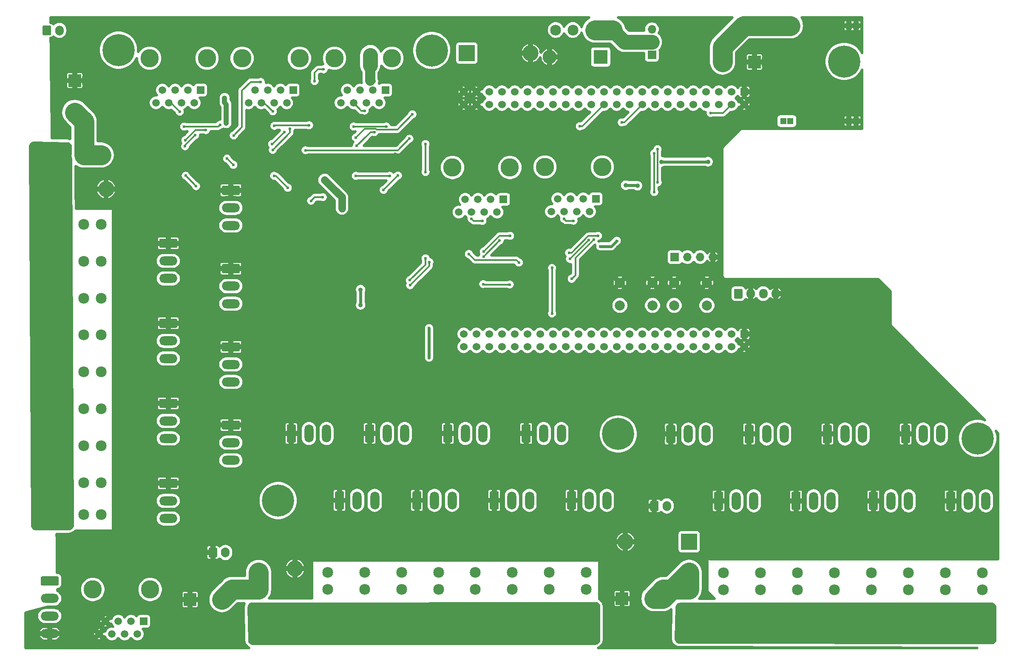
<source format=gbr>
%TF.GenerationSoftware,KiCad,Pcbnew,(5.1.9)-1*%
%TF.CreationDate,2021-05-01T22:48:59+01:00*%
%TF.ProjectId,Mirage,4d697261-6765-42e6-9b69-6361645f7063,rev?*%
%TF.SameCoordinates,Original*%
%TF.FileFunction,Copper,L2,Bot*%
%TF.FilePolarity,Positive*%
%FSLAX46Y46*%
G04 Gerber Fmt 4.6, Leading zero omitted, Abs format (unit mm)*
G04 Created by KiCad (PCBNEW (5.1.9)-1) date 2021-05-01 22:48:59*
%MOMM*%
%LPD*%
G01*
G04 APERTURE LIST*
%TA.AperFunction,ComponentPad*%
%ADD10O,3.600000X1.800000*%
%TD*%
%TA.AperFunction,ComponentPad*%
%ADD11O,1.800000X3.600000*%
%TD*%
%TA.AperFunction,ComponentPad*%
%ADD12R,1.308000X1.308000*%
%TD*%
%TA.AperFunction,WasherPad*%
%ADD13C,3.650000*%
%TD*%
%TA.AperFunction,ComponentPad*%
%ADD14R,1.500000X1.500000*%
%TD*%
%TA.AperFunction,ComponentPad*%
%ADD15C,1.500000*%
%TD*%
%TA.AperFunction,ComponentPad*%
%ADD16C,2.159000*%
%TD*%
%TA.AperFunction,ComponentPad*%
%ADD17C,1.524000*%
%TD*%
%TA.AperFunction,ComponentPad*%
%ADD18R,1.524000X1.524000*%
%TD*%
%TA.AperFunction,ComponentPad*%
%ADD19O,1.700000X1.950000*%
%TD*%
%TA.AperFunction,ComponentPad*%
%ADD20O,1.700000X1.700000*%
%TD*%
%TA.AperFunction,ComponentPad*%
%ADD21R,1.700000X1.700000*%
%TD*%
%TA.AperFunction,ComponentPad*%
%ADD22O,3.200000X3.200000*%
%TD*%
%TA.AperFunction,ComponentPad*%
%ADD23R,3.200000X3.200000*%
%TD*%
%TA.AperFunction,ComponentPad*%
%ADD24O,2.800000X2.800000*%
%TD*%
%TA.AperFunction,ComponentPad*%
%ADD25R,2.800000X2.800000*%
%TD*%
%TA.AperFunction,ComponentPad*%
%ADD26C,2.500000*%
%TD*%
%TA.AperFunction,ComponentPad*%
%ADD27R,2.500000X2.500000*%
%TD*%
%TA.AperFunction,ComponentPad*%
%ADD28O,1.700000X2.000000*%
%TD*%
%TA.AperFunction,ConnectorPad*%
%ADD29C,6.400000*%
%TD*%
%TA.AperFunction,ComponentPad*%
%ADD30C,3.600000*%
%TD*%
%TA.AperFunction,ComponentPad*%
%ADD31C,2.000000*%
%TD*%
%TA.AperFunction,ViaPad*%
%ADD32C,0.600000*%
%TD*%
%TA.AperFunction,ViaPad*%
%ADD33C,0.900000*%
%TD*%
%TA.AperFunction,Conductor*%
%ADD34C,0.600000*%
%TD*%
%TA.AperFunction,Conductor*%
%ADD35C,2.000000*%
%TD*%
%TA.AperFunction,Conductor*%
%ADD36C,1.500000*%
%TD*%
%TA.AperFunction,Conductor*%
%ADD37C,3.000000*%
%TD*%
%TA.AperFunction,Conductor*%
%ADD38C,1.000000*%
%TD*%
%TA.AperFunction,Conductor*%
%ADD39C,0.350000*%
%TD*%
%TA.AperFunction,Conductor*%
%ADD40C,4.000000*%
%TD*%
%TA.AperFunction,Conductor*%
%ADD41C,0.254000*%
%TD*%
%TA.AperFunction,Conductor*%
%ADD42C,0.100000*%
%TD*%
%TA.AperFunction,Conductor*%
%ADD43C,0.500000*%
%TD*%
G04 APERTURE END LIST*
D10*
%TO.P,J1,3*%
%TO.N,Net-(D9-Pad2)*%
X98585000Y-70030000D03*
%TO.P,J1,2*%
%TO.N,Net-(J1-Pad2)*%
X98585000Y-66530000D03*
%TO.P,J1,1*%
%TO.N,GND*%
%TA.AperFunction,ComponentPad*%
G36*
G01*
X97035000Y-62130000D02*
X100135000Y-62130000D01*
G75*
G02*
X100385000Y-62380000I0J-250000D01*
G01*
X100385000Y-63680000D01*
G75*
G02*
X100135000Y-63930000I-250000J0D01*
G01*
X97035000Y-63930000D01*
G75*
G02*
X96785000Y-63680000I0J250000D01*
G01*
X96785000Y-62380000D01*
G75*
G02*
X97035000Y-62130000I250000J0D01*
G01*
G37*
%TD.AperFunction*%
%TD*%
%TO.P,J2,3*%
%TO.N,Net-(D10-Pad2)*%
X86110000Y-80590000D03*
%TO.P,J2,2*%
%TO.N,Net-(J2-Pad2)*%
X86110000Y-77090000D03*
%TO.P,J2,1*%
%TO.N,GND*%
%TA.AperFunction,ComponentPad*%
G36*
G01*
X84560000Y-72690000D02*
X87660000Y-72690000D01*
G75*
G02*
X87910000Y-72940000I0J-250000D01*
G01*
X87910000Y-74240000D01*
G75*
G02*
X87660000Y-74490000I-250000J0D01*
G01*
X84560000Y-74490000D01*
G75*
G02*
X84310000Y-74240000I0J250000D01*
G01*
X84310000Y-72940000D01*
G75*
G02*
X84560000Y-72690000I250000J0D01*
G01*
G37*
%TD.AperFunction*%
%TD*%
%TO.P,J3,3*%
%TO.N,Net-(D11-Pad2)*%
X98585000Y-85621666D03*
%TO.P,J3,2*%
%TO.N,Net-(J3-Pad2)*%
X98585000Y-82121666D03*
%TO.P,J3,1*%
%TO.N,GND*%
%TA.AperFunction,ComponentPad*%
G36*
G01*
X97035000Y-77721666D02*
X100135000Y-77721666D01*
G75*
G02*
X100385000Y-77971666I0J-250000D01*
G01*
X100385000Y-79271666D01*
G75*
G02*
X100135000Y-79521666I-250000J0D01*
G01*
X97035000Y-79521666D01*
G75*
G02*
X96785000Y-79271666I0J250000D01*
G01*
X96785000Y-77971666D01*
G75*
G02*
X97035000Y-77721666I250000J0D01*
G01*
G37*
%TD.AperFunction*%
%TD*%
%TO.P,J4,3*%
%TO.N,Net-(D12-Pad2)*%
X86110000Y-96528333D03*
%TO.P,J4,2*%
%TO.N,Net-(J4-Pad2)*%
X86110000Y-93028333D03*
%TO.P,J4,1*%
%TO.N,GND*%
%TA.AperFunction,ComponentPad*%
G36*
G01*
X84560000Y-88628333D02*
X87660000Y-88628333D01*
G75*
G02*
X87910000Y-88878333I0J-250000D01*
G01*
X87910000Y-90178333D01*
G75*
G02*
X87660000Y-90428333I-250000J0D01*
G01*
X84560000Y-90428333D01*
G75*
G02*
X84310000Y-90178333I0J250000D01*
G01*
X84310000Y-88878333D01*
G75*
G02*
X84560000Y-88628333I250000J0D01*
G01*
G37*
%TD.AperFunction*%
%TD*%
%TO.P,J5,3*%
%TO.N,Net-(D13-Pad2)*%
X98585000Y-101213332D03*
%TO.P,J5,2*%
%TO.N,Net-(J5-Pad2)*%
X98585000Y-97713332D03*
%TO.P,J5,1*%
%TO.N,GND*%
%TA.AperFunction,ComponentPad*%
G36*
G01*
X97035000Y-93313332D02*
X100135000Y-93313332D01*
G75*
G02*
X100385000Y-93563332I0J-250000D01*
G01*
X100385000Y-94863332D01*
G75*
G02*
X100135000Y-95113332I-250000J0D01*
G01*
X97035000Y-95113332D01*
G75*
G02*
X96785000Y-94863332I0J250000D01*
G01*
X96785000Y-93563332D01*
G75*
G02*
X97035000Y-93313332I250000J0D01*
G01*
G37*
%TD.AperFunction*%
%TD*%
%TO.P,J6,3*%
%TO.N,Net-(D14-Pad2)*%
X86110000Y-112466666D03*
%TO.P,J6,2*%
%TO.N,Net-(J6-Pad2)*%
X86110000Y-108966666D03*
%TO.P,J6,1*%
%TO.N,GND*%
%TA.AperFunction,ComponentPad*%
G36*
G01*
X84560000Y-104566666D02*
X87660000Y-104566666D01*
G75*
G02*
X87910000Y-104816666I0J-250000D01*
G01*
X87910000Y-106116666D01*
G75*
G02*
X87660000Y-106366666I-250000J0D01*
G01*
X84560000Y-106366666D01*
G75*
G02*
X84310000Y-106116666I0J250000D01*
G01*
X84310000Y-104816666D01*
G75*
G02*
X84560000Y-104566666I250000J0D01*
G01*
G37*
%TD.AperFunction*%
%TD*%
%TO.P,J7,3*%
%TO.N,Net-(D15-Pad2)*%
X98585000Y-116805000D03*
%TO.P,J7,2*%
%TO.N,Net-(J7-Pad2)*%
X98585000Y-113305000D03*
%TO.P,J7,1*%
%TO.N,GND*%
%TA.AperFunction,ComponentPad*%
G36*
G01*
X97035000Y-108905000D02*
X100135000Y-108905000D01*
G75*
G02*
X100385000Y-109155000I0J-250000D01*
G01*
X100385000Y-110455000D01*
G75*
G02*
X100135000Y-110705000I-250000J0D01*
G01*
X97035000Y-110705000D01*
G75*
G02*
X96785000Y-110455000I0J250000D01*
G01*
X96785000Y-109155000D01*
G75*
G02*
X97035000Y-108905000I250000J0D01*
G01*
G37*
%TD.AperFunction*%
%TD*%
%TO.P,J8,3*%
%TO.N,Net-(D16-Pad2)*%
X86110000Y-128405000D03*
%TO.P,J8,2*%
%TO.N,Net-(J8-Pad2)*%
X86110000Y-124905000D03*
%TO.P,J8,1*%
%TO.N,GND*%
%TA.AperFunction,ComponentPad*%
G36*
G01*
X84560000Y-120505000D02*
X87660000Y-120505000D01*
G75*
G02*
X87910000Y-120755000I0J-250000D01*
G01*
X87910000Y-122055000D01*
G75*
G02*
X87660000Y-122305000I-250000J0D01*
G01*
X84560000Y-122305000D01*
G75*
G02*
X84310000Y-122055000I0J250000D01*
G01*
X84310000Y-120755000D01*
G75*
G02*
X84560000Y-120505000I250000J0D01*
G01*
G37*
%TD.AperFunction*%
%TD*%
D11*
%TO.P,J9,3*%
%TO.N,Net-(D17-Pad2)*%
X117620000Y-111485000D03*
%TO.P,J9,2*%
%TO.N,Net-(J9-Pad2)*%
X114120000Y-111485000D03*
%TO.P,J9,1*%
%TO.N,GND*%
%TA.AperFunction,ComponentPad*%
G36*
G01*
X109720000Y-113035000D02*
X109720000Y-109935000D01*
G75*
G02*
X109970000Y-109685000I250000J0D01*
G01*
X111270000Y-109685000D01*
G75*
G02*
X111520000Y-109935000I0J-250000D01*
G01*
X111520000Y-113035000D01*
G75*
G02*
X111270000Y-113285000I-250000J0D01*
G01*
X109970000Y-113285000D01*
G75*
G02*
X109720000Y-113035000I0J250000D01*
G01*
G37*
%TD.AperFunction*%
%TD*%
%TO.P,J10,3*%
%TO.N,Net-(D18-Pad2)*%
X127230000Y-124800000D03*
%TO.P,J10,2*%
%TO.N,Net-(J10-Pad2)*%
X123730000Y-124800000D03*
%TO.P,J10,1*%
%TO.N,GND*%
%TA.AperFunction,ComponentPad*%
G36*
G01*
X119330000Y-126350000D02*
X119330000Y-123250000D01*
G75*
G02*
X119580000Y-123000000I250000J0D01*
G01*
X120880000Y-123000000D01*
G75*
G02*
X121130000Y-123250000I0J-250000D01*
G01*
X121130000Y-126350000D01*
G75*
G02*
X120880000Y-126600000I-250000J0D01*
G01*
X119580000Y-126600000D01*
G75*
G02*
X119330000Y-126350000I0J250000D01*
G01*
G37*
%TD.AperFunction*%
%TD*%
%TO.P,J11,3*%
%TO.N,Net-(D19-Pad2)*%
X133211666Y-111485000D03*
%TO.P,J11,2*%
%TO.N,Net-(J11-Pad2)*%
X129711666Y-111485000D03*
%TO.P,J11,1*%
%TO.N,GND*%
%TA.AperFunction,ComponentPad*%
G36*
G01*
X125311666Y-113035000D02*
X125311666Y-109935000D01*
G75*
G02*
X125561666Y-109685000I250000J0D01*
G01*
X126861666Y-109685000D01*
G75*
G02*
X127111666Y-109935000I0J-250000D01*
G01*
X127111666Y-113035000D01*
G75*
G02*
X126861666Y-113285000I-250000J0D01*
G01*
X125561666Y-113285000D01*
G75*
G02*
X125311666Y-113035000I0J250000D01*
G01*
G37*
%TD.AperFunction*%
%TD*%
%TO.P,J12,3*%
%TO.N,Net-(D20-Pad2)*%
X142638333Y-124800000D03*
%TO.P,J12,2*%
%TO.N,Net-(J12-Pad2)*%
X139138333Y-124800000D03*
%TO.P,J12,1*%
%TO.N,GND*%
%TA.AperFunction,ComponentPad*%
G36*
G01*
X134738333Y-126350000D02*
X134738333Y-123250000D01*
G75*
G02*
X134988333Y-123000000I250000J0D01*
G01*
X136288333Y-123000000D01*
G75*
G02*
X136538333Y-123250000I0J-250000D01*
G01*
X136538333Y-126350000D01*
G75*
G02*
X136288333Y-126600000I-250000J0D01*
G01*
X134988333Y-126600000D01*
G75*
G02*
X134738333Y-126350000I0J250000D01*
G01*
G37*
%TD.AperFunction*%
%TD*%
%TO.P,J13,3*%
%TO.N,Net-(D21-Pad2)*%
X148783332Y-111485000D03*
%TO.P,J13,2*%
%TO.N,Net-(J13-Pad2)*%
X145283332Y-111485000D03*
%TO.P,J13,1*%
%TO.N,GND*%
%TA.AperFunction,ComponentPad*%
G36*
G01*
X140883332Y-113035000D02*
X140883332Y-109935000D01*
G75*
G02*
X141133332Y-109685000I250000J0D01*
G01*
X142433332Y-109685000D01*
G75*
G02*
X142683332Y-109935000I0J-250000D01*
G01*
X142683332Y-113035000D01*
G75*
G02*
X142433332Y-113285000I-250000J0D01*
G01*
X141133332Y-113285000D01*
G75*
G02*
X140883332Y-113035000I0J250000D01*
G01*
G37*
%TD.AperFunction*%
%TD*%
%TO.P,J14,3*%
%TO.N,Net-(D22-Pad2)*%
X158046666Y-124800000D03*
%TO.P,J14,2*%
%TO.N,Net-(J14-Pad2)*%
X154546666Y-124800000D03*
%TO.P,J14,1*%
%TO.N,GND*%
%TA.AperFunction,ComponentPad*%
G36*
G01*
X150146666Y-126350000D02*
X150146666Y-123250000D01*
G75*
G02*
X150396666Y-123000000I250000J0D01*
G01*
X151696666Y-123000000D01*
G75*
G02*
X151946666Y-123250000I0J-250000D01*
G01*
X151946666Y-126350000D01*
G75*
G02*
X151696666Y-126600000I-250000J0D01*
G01*
X150396666Y-126600000D01*
G75*
G02*
X150146666Y-126350000I0J250000D01*
G01*
G37*
%TD.AperFunction*%
%TD*%
%TO.P,J15,3*%
%TO.N,Net-(D23-Pad2)*%
X164395000Y-111485000D03*
%TO.P,J15,2*%
%TO.N,Net-(J15-Pad2)*%
X160895000Y-111485000D03*
%TO.P,J15,1*%
%TO.N,GND*%
%TA.AperFunction,ComponentPad*%
G36*
G01*
X156495000Y-113035000D02*
X156495000Y-109935000D01*
G75*
G02*
X156745000Y-109685000I250000J0D01*
G01*
X158045000Y-109685000D01*
G75*
G02*
X158295000Y-109935000I0J-250000D01*
G01*
X158295000Y-113035000D01*
G75*
G02*
X158045000Y-113285000I-250000J0D01*
G01*
X156745000Y-113285000D01*
G75*
G02*
X156495000Y-113035000I0J250000D01*
G01*
G37*
%TD.AperFunction*%
%TD*%
%TO.P,J16,3*%
%TO.N,Net-(D24-Pad2)*%
X173455000Y-124800000D03*
%TO.P,J16,2*%
%TO.N,Net-(J16-Pad2)*%
X169955000Y-124800000D03*
%TO.P,J16,1*%
%TO.N,GND*%
%TA.AperFunction,ComponentPad*%
G36*
G01*
X165555000Y-126350000D02*
X165555000Y-123250000D01*
G75*
G02*
X165805000Y-123000000I250000J0D01*
G01*
X167105000Y-123000000D01*
G75*
G02*
X167355000Y-123250000I0J-250000D01*
G01*
X167355000Y-126350000D01*
G75*
G02*
X167105000Y-126600000I-250000J0D01*
G01*
X165805000Y-126600000D01*
G75*
G02*
X165555000Y-126350000I0J250000D01*
G01*
G37*
%TD.AperFunction*%
%TD*%
%TO.P,J17,3*%
%TO.N,Net-(D25-Pad2)*%
X193200000Y-111585000D03*
%TO.P,J17,2*%
%TO.N,Net-(J17-Pad2)*%
X189700000Y-111585000D03*
%TO.P,J17,1*%
%TO.N,GND*%
%TA.AperFunction,ComponentPad*%
G36*
G01*
X185300000Y-113135000D02*
X185300000Y-110035000D01*
G75*
G02*
X185550000Y-109785000I250000J0D01*
G01*
X186850000Y-109785000D01*
G75*
G02*
X187100000Y-110035000I0J-250000D01*
G01*
X187100000Y-113135000D01*
G75*
G02*
X186850000Y-113385000I-250000J0D01*
G01*
X185550000Y-113385000D01*
G75*
G02*
X185300000Y-113135000I0J250000D01*
G01*
G37*
%TD.AperFunction*%
%TD*%
%TO.P,J18,3*%
%TO.N,Net-(D26-Pad2)*%
X202740000Y-124900000D03*
%TO.P,J18,2*%
%TO.N,Net-(J18-Pad2)*%
X199240000Y-124900000D03*
%TO.P,J18,1*%
%TO.N,GND*%
%TA.AperFunction,ComponentPad*%
G36*
G01*
X194840000Y-126450000D02*
X194840000Y-123350000D01*
G75*
G02*
X195090000Y-123100000I250000J0D01*
G01*
X196390000Y-123100000D01*
G75*
G02*
X196640000Y-123350000I0J-250000D01*
G01*
X196640000Y-126450000D01*
G75*
G02*
X196390000Y-126700000I-250000J0D01*
G01*
X195090000Y-126700000D01*
G75*
G02*
X194840000Y-126450000I0J250000D01*
G01*
G37*
%TD.AperFunction*%
%TD*%
%TO.P,J19,3*%
%TO.N,Net-(D27-Pad2)*%
X208791666Y-111585000D03*
%TO.P,J19,2*%
%TO.N,Net-(J19-Pad2)*%
X205291666Y-111585000D03*
%TO.P,J19,1*%
%TO.N,GND*%
%TA.AperFunction,ComponentPad*%
G36*
G01*
X200891666Y-113135000D02*
X200891666Y-110035000D01*
G75*
G02*
X201141666Y-109785000I250000J0D01*
G01*
X202441666Y-109785000D01*
G75*
G02*
X202691666Y-110035000I0J-250000D01*
G01*
X202691666Y-113135000D01*
G75*
G02*
X202441666Y-113385000I-250000J0D01*
G01*
X201141666Y-113385000D01*
G75*
G02*
X200891666Y-113135000I0J250000D01*
G01*
G37*
%TD.AperFunction*%
%TD*%
%TO.P,J20,3*%
%TO.N,Net-(D28-Pad2)*%
X218148333Y-124900000D03*
%TO.P,J20,2*%
%TO.N,Net-(J20-Pad2)*%
X214648333Y-124900000D03*
%TO.P,J20,1*%
%TO.N,GND*%
%TA.AperFunction,ComponentPad*%
G36*
G01*
X210248333Y-126450000D02*
X210248333Y-123350000D01*
G75*
G02*
X210498333Y-123100000I250000J0D01*
G01*
X211798333Y-123100000D01*
G75*
G02*
X212048333Y-123350000I0J-250000D01*
G01*
X212048333Y-126450000D01*
G75*
G02*
X211798333Y-126700000I-250000J0D01*
G01*
X210498333Y-126700000D01*
G75*
G02*
X210248333Y-126450000I0J250000D01*
G01*
G37*
%TD.AperFunction*%
%TD*%
%TO.P,J21,3*%
%TO.N,Net-(D29-Pad2)*%
X224383332Y-111585000D03*
%TO.P,J21,2*%
%TO.N,Net-(J21-Pad2)*%
X220883332Y-111585000D03*
%TO.P,J21,1*%
%TO.N,GND*%
%TA.AperFunction,ComponentPad*%
G36*
G01*
X216483332Y-113135000D02*
X216483332Y-110035000D01*
G75*
G02*
X216733332Y-109785000I250000J0D01*
G01*
X218033332Y-109785000D01*
G75*
G02*
X218283332Y-110035000I0J-250000D01*
G01*
X218283332Y-113135000D01*
G75*
G02*
X218033332Y-113385000I-250000J0D01*
G01*
X216733332Y-113385000D01*
G75*
G02*
X216483332Y-113135000I0J250000D01*
G01*
G37*
%TD.AperFunction*%
%TD*%
%TO.P,J22,3*%
%TO.N,Net-(D30-Pad2)*%
X233556666Y-124900000D03*
%TO.P,J22,2*%
%TO.N,Net-(J22-Pad2)*%
X230056666Y-124900000D03*
%TO.P,J22,1*%
%TO.N,GND*%
%TA.AperFunction,ComponentPad*%
G36*
G01*
X225656666Y-126450000D02*
X225656666Y-123350000D01*
G75*
G02*
X225906666Y-123100000I250000J0D01*
G01*
X227206666Y-123100000D01*
G75*
G02*
X227456666Y-123350000I0J-250000D01*
G01*
X227456666Y-126450000D01*
G75*
G02*
X227206666Y-126700000I-250000J0D01*
G01*
X225906666Y-126700000D01*
G75*
G02*
X225656666Y-126450000I0J250000D01*
G01*
G37*
%TD.AperFunction*%
%TD*%
%TO.P,J23,3*%
%TO.N,Net-(D31-Pad2)*%
X239975000Y-111585000D03*
%TO.P,J23,2*%
%TO.N,Net-(J23-Pad2)*%
X236475000Y-111585000D03*
%TO.P,J23,1*%
%TO.N,GND*%
%TA.AperFunction,ComponentPad*%
G36*
G01*
X232075000Y-113135000D02*
X232075000Y-110035000D01*
G75*
G02*
X232325000Y-109785000I250000J0D01*
G01*
X233625000Y-109785000D01*
G75*
G02*
X233875000Y-110035000I0J-250000D01*
G01*
X233875000Y-113135000D01*
G75*
G02*
X233625000Y-113385000I-250000J0D01*
G01*
X232325000Y-113385000D01*
G75*
G02*
X232075000Y-113135000I0J250000D01*
G01*
G37*
%TD.AperFunction*%
%TD*%
%TO.P,J24,3*%
%TO.N,Net-(D32-Pad2)*%
X248965000Y-124900000D03*
%TO.P,J24,2*%
%TO.N,Net-(J24-Pad2)*%
X245465000Y-124900000D03*
%TO.P,J24,1*%
%TO.N,GND*%
%TA.AperFunction,ComponentPad*%
G36*
G01*
X241065000Y-126450000D02*
X241065000Y-123350000D01*
G75*
G02*
X241315000Y-123100000I250000J0D01*
G01*
X242615000Y-123100000D01*
G75*
G02*
X242865000Y-123350000I0J-250000D01*
G01*
X242865000Y-126450000D01*
G75*
G02*
X242615000Y-126700000I-250000J0D01*
G01*
X241315000Y-126700000D01*
G75*
G02*
X241065000Y-126450000I0J250000D01*
G01*
G37*
%TD.AperFunction*%
%TD*%
D12*
%TO.P,U10,OUT2+*%
%TO.N,Buck*%
X210020000Y-49230000D03*
%TO.P,U10,OUT1+*%
X208620000Y-49230000D03*
%TO.P,U10,OUT1*%
%TO.N,GND*%
X221690000Y-49230000D03*
%TO.P,U10,OUT2*%
X223090000Y-49230000D03*
%TO.P,U10,IN1*%
X221690000Y-30230000D03*
%TO.P,U10,IN2*%
X223090000Y-30230000D03*
%TO.P,U10,IN2+*%
%TO.N,Aux_In*%
X210020000Y-30230000D03*
%TO.P,U10,IN1+*%
X208620000Y-30230000D03*
%TD*%
D13*
%TO.P,J37,*%
%TO.N,*%
X100812500Y-36710000D03*
X112242500Y-36710000D03*
D14*
%TO.P,J37,1*%
%TO.N,Net-(J37-Pad1)*%
X110972500Y-43060000D03*
D15*
%TO.P,J37,2*%
%TO.N,Net-(J37-Pad2)*%
X109702500Y-45600000D03*
%TO.P,J37,3*%
%TO.N,Net-(J37-Pad3)*%
X108432500Y-43060000D03*
%TO.P,J37,4*%
%TO.N,Net-(J37-Pad4)*%
X107162500Y-45600000D03*
%TO.P,J37,5*%
%TO.N,Net-(J37-Pad5)*%
X105892500Y-43060000D03*
%TO.P,J37,6*%
%TO.N,Net-(J37-Pad6)*%
X104622500Y-45600000D03*
%TO.P,J37,7*%
%TO.N,Net-(J37-Pad7)*%
X103352500Y-43060000D03*
%TO.P,J37,8*%
%TO.N,Net-(J37-Pad8)*%
X102082500Y-45600000D03*
%TD*%
D16*
%TO.P,F27,2*%
%TO.N,VIN3*%
X189830000Y-150432004D03*
X189830000Y-147026002D03*
%TO.P,F27,1*%
%TO.N,V3*%
X189830000Y-142556001D03*
X189830000Y-139150000D03*
%TD*%
%TO.P,F26,2*%
%TO.N,VIN2*%
X104100000Y-150452004D03*
X104100000Y-147046002D03*
%TO.P,F26,1*%
%TO.N,V2*%
X104100000Y-142576001D03*
X104100000Y-139170000D03*
%TD*%
%TO.P,F25,2*%
%TO.N,VIN1*%
X61457996Y-55990000D03*
X64863998Y-55990000D03*
%TO.P,F25,1*%
%TO.N,V1*%
X69333999Y-55990000D03*
X72740000Y-55990000D03*
%TD*%
D17*
%TO.P,U11,P9_46*%
%TO.N,GND*%
X144955000Y-45940000D03*
%TO.P,U11,P9_45*%
X144955000Y-43400000D03*
%TO.P,U11,P9_44*%
X147495000Y-45940000D03*
%TO.P,U11,P9_43*%
X147495000Y-43400000D03*
%TO.P,U11,P9_42*%
%TO.N,Net-(U11-PadP9_42)*%
X150035000Y-45940000D03*
%TO.P,U11,P9_41*%
%TO.N,Net-(U11-PadP9_41)*%
X150035000Y-43400000D03*
%TO.P,U11,P9_40*%
%TO.N,Net-(U11-PadP9_40)*%
X152575000Y-45940000D03*
%TO.P,U11,P9_39*%
%TO.N,Net-(U11-PadP9_39)*%
X152575000Y-43400000D03*
%TO.P,U11,P9_38*%
%TO.N,Net-(U11-PadP9_38)*%
X155115000Y-45940000D03*
%TO.P,U11,P9_37*%
%TO.N,Net-(U11-PadP9_37)*%
X155115000Y-43400000D03*
%TO.P,U11,P9_36*%
%TO.N,Net-(U11-PadP9_36)*%
X157655000Y-45940000D03*
%TO.P,U11,P9_35*%
%TO.N,Net-(U11-PadP9_35)*%
X157655000Y-43400000D03*
%TO.P,U11,P9_34*%
%TO.N,Net-(U11-PadP9_34)*%
X160195000Y-45940000D03*
%TO.P,U11,P9_33*%
%TO.N,Net-(U11-PadP9_33)*%
X160195000Y-43400000D03*
%TO.P,U11,P9_32*%
%TO.N,Net-(U11-PadP9_32)*%
X162735000Y-45940000D03*
%TO.P,U11,P9_31*%
%TO.N,DATA43*%
X162735000Y-43400000D03*
%TO.P,U11,P9_30*%
%TO.N,DATA40*%
X165275000Y-45940000D03*
%TO.P,U11,P9_29*%
%TO.N,DATA42*%
X165275000Y-43400000D03*
%TO.P,U11,P9_28*%
%TO.N,DATA44*%
X167815000Y-45940000D03*
%TO.P,U11,P9_27*%
%TO.N,DATA41*%
X167815000Y-43400000D03*
%TO.P,U11,P9_26*%
%TO.N,DATA39*%
X170355000Y-45940000D03*
%TO.P,U11,P9_25*%
%TO.N,DATA38*%
X170355000Y-43400000D03*
%TO.P,U11,P9_24*%
%TO.N,SER1*%
X172895000Y-45940000D03*
%TO.P,U11,P9_23*%
%TO.N,DATA36*%
X172895000Y-43400000D03*
%TO.P,U11,P9_22*%
%TO.N,DATA35*%
X175435000Y-45940000D03*
%TO.P,U11,P9_21*%
%TO.N,SER2*%
X175435000Y-43400000D03*
%TO.P,U11,P9_20*%
%TO.N,I2C_SDA*%
X177975000Y-45940000D03*
%TO.P,U11,P9_19*%
%TO.N,I2C_SCL*%
X177975000Y-43400000D03*
%TO.P,U11,P9_18*%
%TO.N,DATA34*%
X180515000Y-45940000D03*
%TO.P,U11,P9_17*%
%TO.N,DATA33*%
X180515000Y-43400000D03*
%TO.P,U11,P9_16*%
%TO.N,Net-(U11-PadP9_16)*%
X183055000Y-45940000D03*
%TO.P,U11,P9_15*%
%TO.N,DATA37*%
X183055000Y-43400000D03*
%TO.P,U11,P9_14*%
%TO.N,DATA30*%
X185595000Y-45940000D03*
%TO.P,U11,P9_13*%
%TO.N,DATA31*%
X185595000Y-43400000D03*
%TO.P,U11,P9_12*%
%TO.N,Net-(U11-PadP9_12)*%
X188135000Y-45940000D03*
%TO.P,U11,P9_11*%
%TO.N,DATA32*%
X188135000Y-43400000D03*
%TO.P,U11,P9_10*%
%TO.N,Net-(U11-PadP9_10)*%
X190675000Y-45940000D03*
%TO.P,U11,P9_9*%
%TO.N,Net-(U11-PadP9_9)*%
X190675000Y-43400000D03*
%TO.P,U11,P9_8*%
%TO.N,Net-(U11-PadP9_8)*%
X193215000Y-45940000D03*
%TO.P,U11,P9_7*%
%TO.N,Net-(U11-PadP9_7)*%
X193215000Y-43400000D03*
%TO.P,U11,P9_6*%
%TO.N,+5V*%
X195755000Y-45940000D03*
%TO.P,U11,P9_5*%
X195755000Y-43400000D03*
%TO.P,U11,P9_4*%
%TO.N,+3V3*%
X198295000Y-45940000D03*
%TO.P,U11,P9_3*%
X198295000Y-43400000D03*
%TO.P,U11,P9_2*%
%TO.N,GND*%
X200835000Y-45940000D03*
D18*
%TO.P,U11,P9_1*%
X200835000Y-43400000D03*
D17*
%TO.P,U11,P8_46*%
%TO.N,DATA16*%
X144955000Y-94200000D03*
%TO.P,U11,P8_45*%
%TO.N,DATA8*%
X144955000Y-91660000D03*
%TO.P,U11,P8_44*%
%TO.N,DATA15*%
X147495000Y-94200000D03*
%TO.P,U11,P8_43*%
%TO.N,DATA7*%
X147495000Y-91660000D03*
%TO.P,U11,P8_42*%
%TO.N,DATA14*%
X150035000Y-94200000D03*
%TO.P,U11,P8_41*%
%TO.N,DATA6*%
X150035000Y-91660000D03*
%TO.P,U11,P8_40*%
%TO.N,DATA13*%
X152575000Y-94200000D03*
%TO.P,U11,P8_39*%
%TO.N,DATA5*%
X152575000Y-91660000D03*
%TO.P,U11,P8_38*%
%TO.N,DATA12*%
X155115000Y-94200000D03*
%TO.P,U11,P8_37*%
%TO.N,DATA4*%
X155115000Y-91660000D03*
%TO.P,U11,P8_36*%
%TO.N,DATA11*%
X157655000Y-94200000D03*
%TO.P,U11,P8_35*%
%TO.N,DATA3*%
X157655000Y-91660000D03*
%TO.P,U11,P8_34*%
%TO.N,DATA10*%
X160195000Y-94200000D03*
%TO.P,U11,P8_33*%
%TO.N,DATA2*%
X160195000Y-91660000D03*
%TO.P,U11,P8_32*%
%TO.N,DATA9*%
X162735000Y-94200000D03*
%TO.P,U11,P8_31*%
%TO.N,DATA1*%
X162735000Y-91660000D03*
%TO.P,U11,P8_30*%
%TO.N,DATA24*%
X165275000Y-94200000D03*
%TO.P,U11,P8_29*%
%TO.N,DATA29*%
X165275000Y-91660000D03*
%TO.P,U11,P8_28*%
%TO.N,DATA23*%
X167815000Y-94200000D03*
%TO.P,U11,P8_27*%
%TO.N,DATA28*%
X167815000Y-91660000D03*
%TO.P,U11,P8_26*%
%TO.N,Net-(U11-PadP8_26)*%
X170355000Y-94200000D03*
%TO.P,U11,P8_25*%
%TO.N,Net-(U11-PadP8_25)*%
X170355000Y-91660000D03*
%TO.P,U11,P8_24*%
%TO.N,Net-(U11-PadP8_24)*%
X172895000Y-94200000D03*
%TO.P,U11,P8_23*%
%TO.N,Net-(U11-PadP8_23)*%
X172895000Y-91660000D03*
%TO.P,U11,P8_22*%
%TO.N,Net-(U11-PadP8_22)*%
X175435000Y-94200000D03*
%TO.P,U11,P8_21*%
%TO.N,Net-(U11-PadP8_21)*%
X175435000Y-91660000D03*
%TO.P,U11,P8_20*%
%TO.N,Net-(U11-PadP8_20)*%
X177975000Y-94200000D03*
%TO.P,U11,P8_19*%
%TO.N,DATA27*%
X177975000Y-91660000D03*
%TO.P,U11,P8_18*%
%TO.N,DATA22*%
X180515000Y-94200000D03*
%TO.P,U11,P8_17*%
%TO.N,DATA26*%
X180515000Y-91660000D03*
%TO.P,U11,P8_16*%
%TO.N,BTN1*%
X183055000Y-94200000D03*
%TO.P,U11,P8_15*%
%TO.N,DATA25*%
X183055000Y-91660000D03*
%TO.P,U11,P8_14*%
%TO.N,DATA21*%
X185595000Y-94200000D03*
%TO.P,U11,P8_13*%
%TO.N,BTN2*%
X185595000Y-91660000D03*
%TO.P,U11,P8_12*%
%TO.N,DATA20*%
X188135000Y-94200000D03*
%TO.P,U11,P8_11*%
%TO.N,GPIO1*%
X188135000Y-91660000D03*
%TO.P,U11,P8_10*%
%TO.N,DATA19*%
X190675000Y-94200000D03*
%TO.P,U11,P8_9*%
%TO.N,DATA17*%
X190675000Y-91660000D03*
%TO.P,U11,P8_8*%
%TO.N,DATA18*%
X193215000Y-94200000D03*
%TO.P,U11,P8_7*%
%TO.N,GPIO2*%
X193215000Y-91660000D03*
%TO.P,U11,P8_6*%
%TO.N,Net-(U11-PadP8_6)*%
X195755000Y-94200000D03*
%TO.P,U11,P8_5*%
%TO.N,Net-(U11-PadP8_5)*%
X195755000Y-91660000D03*
%TO.P,U11,P8_4*%
%TO.N,Net-(U11-PadP8_4)*%
X198295000Y-94200000D03*
%TO.P,U11,P8_3*%
%TO.N,Net-(U11-PadP8_3)*%
X198295000Y-91660000D03*
%TO.P,U11,P8_2*%
%TO.N,GND*%
X200835000Y-94200000D03*
D18*
%TO.P,U11,P8_1*%
X200835000Y-91660000D03*
%TD*%
D10*
%TO.P,J41,4*%
%TO.N,GND*%
X62500000Y-151350000D03*
%TO.P,J41,3*%
%TO.N,Net-(J41-Pad3)*%
X62500000Y-147850000D03*
%TO.P,J41,2*%
%TO.N,Net-(J41-Pad2)*%
X62500000Y-144350000D03*
%TO.P,J41,1*%
%TO.N,Net-(F29-Pad2)*%
%TA.AperFunction,ComponentPad*%
G36*
G01*
X60950000Y-139950000D02*
X64050000Y-139950000D01*
G75*
G02*
X64300000Y-140200000I0J-250000D01*
G01*
X64300000Y-141500000D01*
G75*
G02*
X64050000Y-141750000I-250000J0D01*
G01*
X60950000Y-141750000D01*
G75*
G02*
X60700000Y-141500000I0J250000D01*
G01*
X60700000Y-140200000D01*
G75*
G02*
X60950000Y-139950000I250000J0D01*
G01*
G37*
%TD.AperFunction*%
%TD*%
D19*
%TO.P,J44,4*%
%TO.N,GND*%
X207120000Y-83610000D03*
%TO.P,J44,3*%
%TO.N,GPIO2*%
X204620000Y-83610000D03*
%TO.P,J44,2*%
%TO.N,GND*%
X202120000Y-83610000D03*
%TO.P,J44,1*%
%TO.N,GPIO1*%
%TA.AperFunction,ComponentPad*%
G36*
G01*
X198770000Y-84335000D02*
X198770000Y-82885000D01*
G75*
G02*
X199020000Y-82635000I250000J0D01*
G01*
X200220000Y-82635000D01*
G75*
G02*
X200470000Y-82885000I0J-250000D01*
G01*
X200470000Y-84335000D01*
G75*
G02*
X200220000Y-84585000I-250000J0D01*
G01*
X199020000Y-84585000D01*
G75*
G02*
X198770000Y-84335000I0J250000D01*
G01*
G37*
%TD.AperFunction*%
%TD*%
D20*
%TO.P,J30,3*%
%TO.N,Buck*%
X182440000Y-30930000D03*
%TO.P,J30,2*%
%TO.N,V5*%
X182440000Y-33470000D03*
D21*
%TO.P,J30,1*%
%TO.N,Aux_In*%
X182440000Y-36010000D03*
%TD*%
D22*
%TO.P,D33,2*%
%TO.N,GND*%
X158274000Y-35694000D03*
D23*
%TO.P,D33,1*%
%TO.N,+5V*%
X145574000Y-35694000D03*
%TD*%
D24*
%TO.P,D8,2*%
%TO.N,GND*%
X162084000Y-36456000D03*
D25*
%TO.P,D8,1*%
%TO.N,+5V*%
X172244000Y-36456000D03*
%TD*%
D22*
%TO.P,D7,2*%
%TO.N,GND*%
X177160000Y-133050000D03*
D23*
%TO.P,D7,1*%
%TO.N,VIN3*%
X189860000Y-133050000D03*
%TD*%
D22*
%TO.P,D6,2*%
%TO.N,GND*%
X111340000Y-138400000D03*
D23*
%TO.P,D6,1*%
%TO.N,VIN2*%
X111340000Y-151100000D03*
%TD*%
D22*
%TO.P,D5,2*%
%TO.N,GND*%
X73720000Y-62750000D03*
D23*
%TO.P,D5,1*%
%TO.N,VIN1*%
X61020000Y-62750000D03*
%TD*%
D13*
%TO.P,J38,*%
%TO.N,*%
X119225000Y-36710000D03*
X130655000Y-36710000D03*
D14*
%TO.P,J38,1*%
%TO.N,Net-(J38-Pad1)*%
X129385000Y-43060000D03*
D15*
%TO.P,J38,2*%
%TO.N,Net-(J38-Pad2)*%
X128115000Y-45600000D03*
%TO.P,J38,3*%
%TO.N,Net-(J38-Pad3)*%
X126845000Y-43060000D03*
%TO.P,J38,4*%
%TO.N,Net-(J38-Pad4)*%
X125575000Y-45600000D03*
%TO.P,J38,5*%
%TO.N,Net-(J38-Pad5)*%
X124305000Y-43060000D03*
%TO.P,J38,6*%
%TO.N,Net-(J38-Pad6)*%
X123035000Y-45600000D03*
%TO.P,J38,7*%
%TO.N,Net-(J38-Pad7)*%
X121765000Y-43060000D03*
%TO.P,J38,8*%
%TO.N,Net-(J38-Pad8)*%
X120495000Y-45600000D03*
%TD*%
D26*
%TO.P,J28,2*%
%TO.N,Aux_In*%
X196510000Y-37460000D03*
D27*
%TO.P,J28,1*%
%TO.N,GND*%
X202860000Y-37460000D03*
%TD*%
D13*
%TO.P,J40,*%
%TO.N,*%
X71070000Y-142550000D03*
X82500000Y-142550000D03*
D14*
%TO.P,J40,1*%
%TO.N,Net-(J40-Pad1)*%
X81230000Y-148900000D03*
D15*
%TO.P,J40,2*%
%TO.N,Net-(J40-Pad2)*%
X79960000Y-151440000D03*
%TO.P,J40,3*%
%TO.N,Net-(J40-Pad3)*%
X78690000Y-148900000D03*
%TO.P,J40,4*%
%TO.N,Net-(J40-Pad4)*%
X77420000Y-151440000D03*
%TO.P,J40,5*%
%TO.N,Net-(J40-Pad5)*%
X76150000Y-148900000D03*
%TO.P,J40,6*%
%TO.N,Net-(J40-Pad6)*%
X74880000Y-151440000D03*
%TO.P,J40,7*%
%TO.N,GND*%
X73610000Y-148900000D03*
%TO.P,J40,8*%
X72340000Y-151440000D03*
%TD*%
D13*
%TO.P,J36,*%
%TO.N,*%
X82400000Y-36710000D03*
X93830000Y-36710000D03*
D14*
%TO.P,J36,1*%
%TO.N,Net-(J36-Pad1)*%
X92560000Y-43060000D03*
D15*
%TO.P,J36,2*%
%TO.N,Net-(J36-Pad2)*%
X91290000Y-45600000D03*
%TO.P,J36,3*%
%TO.N,Net-(J36-Pad3)*%
X90020000Y-43060000D03*
%TO.P,J36,4*%
%TO.N,Net-(J36-Pad4)*%
X88750000Y-45600000D03*
%TO.P,J36,5*%
%TO.N,Net-(J36-Pad5)*%
X87480000Y-43060000D03*
%TO.P,J36,6*%
%TO.N,Net-(J36-Pad6)*%
X86210000Y-45600000D03*
%TO.P,J36,7*%
%TO.N,Net-(J36-Pad7)*%
X84940000Y-43060000D03*
%TO.P,J36,8*%
%TO.N,Net-(J36-Pad8)*%
X83670000Y-45600000D03*
%TD*%
D13*
%TO.P,J35,*%
%TO.N,*%
X161140000Y-58380000D03*
X172570000Y-58380000D03*
D14*
%TO.P,J35,1*%
%TO.N,Net-(J35-Pad1)*%
X171300000Y-64730000D03*
D15*
%TO.P,J35,2*%
%TO.N,Net-(J35-Pad2)*%
X170030000Y-67270000D03*
%TO.P,J35,3*%
%TO.N,Net-(J35-Pad3)*%
X168760000Y-64730000D03*
%TO.P,J35,4*%
%TO.N,Net-(J35-Pad4)*%
X167490000Y-67270000D03*
%TO.P,J35,5*%
%TO.N,Net-(J35-Pad5)*%
X166220000Y-64730000D03*
%TO.P,J35,6*%
%TO.N,Net-(J35-Pad6)*%
X164950000Y-67270000D03*
%TO.P,J35,7*%
%TO.N,Net-(J35-Pad7)*%
X163680000Y-64730000D03*
%TO.P,J35,8*%
%TO.N,Net-(J35-Pad8)*%
X162410000Y-67270000D03*
%TD*%
D13*
%TO.P,J34,*%
%TO.N,*%
X142720000Y-58480000D03*
X154150000Y-58480000D03*
D14*
%TO.P,J34,1*%
%TO.N,Net-(J34-Pad1)*%
X152880000Y-64830000D03*
D15*
%TO.P,J34,2*%
%TO.N,Net-(J34-Pad2)*%
X151610000Y-67370000D03*
%TO.P,J34,3*%
%TO.N,Net-(J34-Pad3)*%
X150340000Y-64830000D03*
%TO.P,J34,4*%
%TO.N,Net-(J34-Pad4)*%
X149070000Y-67370000D03*
%TO.P,J34,5*%
%TO.N,Net-(J34-Pad5)*%
X147800000Y-64830000D03*
%TO.P,J34,6*%
%TO.N,Net-(J34-Pad6)*%
X146530000Y-67370000D03*
%TO.P,J34,7*%
%TO.N,Net-(J34-Pad7)*%
X145260000Y-64830000D03*
%TO.P,J34,8*%
%TO.N,Net-(J34-Pad8)*%
X143990000Y-67370000D03*
%TD*%
D26*
%TO.P,J27,2*%
%TO.N,V3*%
X182850000Y-144374000D03*
D27*
%TO.P,J27,1*%
%TO.N,GND*%
X176500000Y-144374000D03*
%TD*%
D26*
%TO.P,J26,2*%
%TO.N,V1*%
X67479299Y-47500000D03*
D27*
%TO.P,J26,1*%
%TO.N,GND*%
X67479299Y-41150000D03*
%TD*%
D26*
%TO.P,J25,2*%
%TO.N,V2*%
X96810000Y-144570000D03*
D27*
%TO.P,J25,1*%
%TO.N,GND*%
X90460000Y-144570000D03*
%TD*%
D16*
%TO.P,F24,2*%
%TO.N,VIN3*%
X248259800Y-150525303D03*
X248259800Y-147119301D03*
%TO.P,F24,1*%
%TO.N,Net-(D32-Pad2)*%
X248259800Y-142649300D03*
X248259800Y-139243299D03*
%TD*%
%TO.P,F29,2*%
%TO.N,Net-(F29-Pad2)*%
X72710003Y-127650000D03*
X69304001Y-127650000D03*
%TO.P,F29,1*%
%TO.N,VIN1*%
X64834000Y-127650000D03*
X61427999Y-127650000D03*
%TD*%
%TO.P,F7,2*%
%TO.N,VIN1*%
X61427996Y-113944284D03*
X64833998Y-113944284D03*
%TO.P,F7,1*%
%TO.N,Net-(D15-Pad2)*%
X69303999Y-113944284D03*
X72710000Y-113944284D03*
%TD*%
%TO.P,F6,2*%
%TO.N,VIN1*%
X61427996Y-106583570D03*
X64833998Y-106583570D03*
%TO.P,F6,1*%
%TO.N,Net-(D14-Pad2)*%
X69303999Y-106583570D03*
X72710000Y-106583570D03*
%TD*%
%TO.P,F5,2*%
%TO.N,VIN1*%
X61427996Y-99222856D03*
X64833998Y-99222856D03*
%TO.P,F5,1*%
%TO.N,Net-(D13-Pad2)*%
X69303999Y-99222856D03*
X72710000Y-99222856D03*
%TD*%
%TO.P,F4,2*%
%TO.N,VIN1*%
X61427996Y-91862142D03*
X64833998Y-91862142D03*
%TO.P,F4,1*%
%TO.N,Net-(D12-Pad2)*%
X69303999Y-91862142D03*
X72710000Y-91862142D03*
%TD*%
%TO.P,F3,2*%
%TO.N,VIN1*%
X61427996Y-84501428D03*
X64833998Y-84501428D03*
%TO.P,F3,1*%
%TO.N,Net-(D11-Pad2)*%
X69303999Y-84501428D03*
X72710000Y-84501428D03*
%TD*%
%TO.P,F2,2*%
%TO.N,VIN1*%
X61427996Y-77140714D03*
X64833998Y-77140714D03*
%TO.P,F2,1*%
%TO.N,Net-(D10-Pad2)*%
X69303999Y-77140714D03*
X72710000Y-77140714D03*
%TD*%
%TO.P,F8,2*%
%TO.N,VIN1*%
X61427996Y-121305000D03*
X64833998Y-121305000D03*
%TO.P,F8,1*%
%TO.N,Net-(D16-Pad2)*%
X69303999Y-121305000D03*
X72710000Y-121305000D03*
%TD*%
%TO.P,F1,2*%
%TO.N,VIN1*%
X61427996Y-69780000D03*
X64833998Y-69780000D03*
%TO.P,F1,1*%
%TO.N,Net-(D9-Pad2)*%
X69303999Y-69780000D03*
X72710000Y-69780000D03*
%TD*%
%TO.P,F28,2*%
%TO.N,+5V*%
X163277996Y-31090000D03*
X166683998Y-31090000D03*
%TO.P,F28,1*%
%TO.N,V5*%
X171153999Y-31090000D03*
X174560000Y-31090000D03*
%TD*%
%TO.P,F23,2*%
%TO.N,VIN3*%
X240899084Y-150525303D03*
X240899084Y-147119301D03*
%TO.P,F23,1*%
%TO.N,Net-(D31-Pad2)*%
X240899084Y-142649300D03*
X240899084Y-139243299D03*
%TD*%
%TO.P,F22,2*%
%TO.N,VIN3*%
X233538370Y-150525303D03*
X233538370Y-147119301D03*
%TO.P,F22,1*%
%TO.N,Net-(D30-Pad2)*%
X233538370Y-142649300D03*
X233538370Y-139243299D03*
%TD*%
%TO.P,F21,2*%
%TO.N,VIN3*%
X226177656Y-150525303D03*
X226177656Y-147119301D03*
%TO.P,F21,1*%
%TO.N,Net-(D29-Pad2)*%
X226177656Y-142649300D03*
X226177656Y-139243299D03*
%TD*%
%TO.P,F20,2*%
%TO.N,VIN3*%
X218816942Y-150525303D03*
X218816942Y-147119301D03*
%TO.P,F20,1*%
%TO.N,Net-(D28-Pad2)*%
X218816942Y-142649300D03*
X218816942Y-139243299D03*
%TD*%
%TO.P,F19,2*%
%TO.N,VIN3*%
X211456228Y-150525303D03*
X211456228Y-147119301D03*
%TO.P,F19,1*%
%TO.N,Net-(D27-Pad2)*%
X211456228Y-142649300D03*
X211456228Y-139243299D03*
%TD*%
%TO.P,F18,2*%
%TO.N,VIN3*%
X204095514Y-150525303D03*
X204095514Y-147119301D03*
%TO.P,F18,1*%
%TO.N,Net-(D26-Pad2)*%
X204095514Y-142649300D03*
X204095514Y-139243299D03*
%TD*%
%TO.P,F17,2*%
%TO.N,VIN3*%
X196734800Y-150525303D03*
X196734800Y-147119301D03*
%TO.P,F17,1*%
%TO.N,Net-(D25-Pad2)*%
X196734800Y-142649300D03*
X196734800Y-139243299D03*
%TD*%
%TO.P,F16,2*%
%TO.N,VIN2*%
X169369800Y-150425303D03*
X169369800Y-147019301D03*
%TO.P,F16,1*%
%TO.N,Net-(D24-Pad2)*%
X169369800Y-142549300D03*
X169369800Y-139143299D03*
%TD*%
%TO.P,F15,2*%
%TO.N,VIN2*%
X162009086Y-150425303D03*
X162009086Y-147019301D03*
%TO.P,F15,1*%
%TO.N,Net-(D23-Pad2)*%
X162009086Y-142549300D03*
X162009086Y-139143299D03*
%TD*%
%TO.P,F14,2*%
%TO.N,VIN2*%
X154648372Y-150425303D03*
X154648372Y-147019301D03*
%TO.P,F14,1*%
%TO.N,Net-(D22-Pad2)*%
X154648372Y-142549300D03*
X154648372Y-139143299D03*
%TD*%
%TO.P,F13,2*%
%TO.N,VIN2*%
X147287658Y-150425303D03*
X147287658Y-147019301D03*
%TO.P,F13,1*%
%TO.N,Net-(D21-Pad2)*%
X147287658Y-142549300D03*
X147287658Y-139143299D03*
%TD*%
%TO.P,F12,2*%
%TO.N,VIN2*%
X139926944Y-150425303D03*
X139926944Y-147019301D03*
%TO.P,F12,1*%
%TO.N,Net-(D20-Pad2)*%
X139926944Y-142549300D03*
X139926944Y-139143299D03*
%TD*%
%TO.P,F11,2*%
%TO.N,VIN2*%
X132566230Y-150425303D03*
X132566230Y-147019301D03*
%TO.P,F11,1*%
%TO.N,Net-(D19-Pad2)*%
X132566230Y-142549300D03*
X132566230Y-139143299D03*
%TD*%
%TO.P,F10,2*%
%TO.N,VIN2*%
X125205516Y-150425303D03*
X125205516Y-147019301D03*
%TO.P,F10,1*%
%TO.N,Net-(D18-Pad2)*%
X125205516Y-142549300D03*
X125205516Y-139143299D03*
%TD*%
%TO.P,F9,2*%
%TO.N,VIN2*%
X117844800Y-150425303D03*
X117844800Y-147019301D03*
%TO.P,F9,1*%
%TO.N,Net-(D17-Pad2)*%
X117844800Y-142549300D03*
X117844800Y-139143299D03*
%TD*%
D28*
%TO.P,J31,2*%
%TO.N,V2*%
X97500000Y-135190000D03*
%TO.P,J31,1*%
%TO.N,GND*%
%TA.AperFunction,ComponentPad*%
G36*
G01*
X94150000Y-135940000D02*
X94150000Y-134440000D01*
G75*
G02*
X94400000Y-134190000I250000J0D01*
G01*
X95600000Y-134190000D01*
G75*
G02*
X95850000Y-134440000I0J-250000D01*
G01*
X95850000Y-135940000D01*
G75*
G02*
X95600000Y-136190000I-250000J0D01*
G01*
X94400000Y-136190000D01*
G75*
G02*
X94150000Y-135940000I0J250000D01*
G01*
G37*
%TD.AperFunction*%
%TD*%
D29*
%TO.P,H3,1*%
%TO.N,N/C*%
X76200000Y-35100000D03*
D30*
X76200000Y-35100000D03*
%TD*%
D28*
%TO.P,J33,2*%
%TO.N,V1*%
X64429299Y-31160000D03*
%TO.P,J33,1*%
%TO.N,GND*%
%TA.AperFunction,ComponentPad*%
G36*
G01*
X61079299Y-31910000D02*
X61079299Y-30410000D01*
G75*
G02*
X61329299Y-30160000I250000J0D01*
G01*
X62529299Y-30160000D01*
G75*
G02*
X62779299Y-30410000I0J-250000D01*
G01*
X62779299Y-31910000D01*
G75*
G02*
X62529299Y-32160000I-250000J0D01*
G01*
X61329299Y-32160000D01*
G75*
G02*
X61079299Y-31910000I0J250000D01*
G01*
G37*
%TD.AperFunction*%
%TD*%
D29*
%TO.P,H5,1*%
%TO.N,N/C*%
X247320000Y-112460000D03*
D30*
X247320000Y-112460000D03*
%TD*%
D29*
%TO.P,H4,1*%
%TO.N,N/C*%
X107982000Y-124848000D03*
D30*
X107982000Y-124848000D03*
%TD*%
D29*
%TO.P,H2,1*%
%TO.N,N/C*%
X138580000Y-35160000D03*
D30*
X138580000Y-35160000D03*
%TD*%
%TO.P,H1,1*%
%TO.N,N/C*%
X220740000Y-37340000D03*
D29*
X220740000Y-37340000D03*
%TD*%
%TO.P,H6,1*%
%TO.N,N/C*%
X175730000Y-111580000D03*
D30*
X175730000Y-111580000D03*
%TD*%
D31*
%TO.P,SW3,1*%
%TO.N,GND*%
X193380000Y-81454000D03*
%TO.P,SW3,2*%
%TO.N,BTN2*%
X193380000Y-85954000D03*
%TO.P,SW3,1*%
%TO.N,GND*%
X186880000Y-81454000D03*
%TO.P,SW3,2*%
%TO.N,BTN2*%
X186880000Y-85954000D03*
%TD*%
%TO.P,SW2,1*%
%TO.N,GND*%
X182564000Y-81454000D03*
%TO.P,SW2,2*%
%TO.N,BTN1*%
X182564000Y-85954000D03*
%TO.P,SW2,1*%
%TO.N,GND*%
X176064000Y-81454000D03*
%TO.P,SW2,2*%
%TO.N,BTN1*%
X176064000Y-85954000D03*
%TD*%
D28*
%TO.P,J32,2*%
%TO.N,V3*%
X185430000Y-125920000D03*
%TO.P,J32,1*%
%TO.N,GND*%
%TA.AperFunction,ComponentPad*%
G36*
G01*
X182080000Y-126670000D02*
X182080000Y-125170000D01*
G75*
G02*
X182330000Y-124920000I250000J0D01*
G01*
X183530000Y-124920000D01*
G75*
G02*
X183780000Y-125170000I0J-250000D01*
G01*
X183780000Y-126670000D01*
G75*
G02*
X183530000Y-126920000I-250000J0D01*
G01*
X182330000Y-126920000D01*
G75*
G02*
X182080000Y-126670000I0J250000D01*
G01*
G37*
%TD.AperFunction*%
%TD*%
D20*
%TO.P,J29,4*%
%TO.N,GND*%
X194596000Y-76334000D03*
%TO.P,J29,3*%
%TO.N,+3V3*%
X192056000Y-76334000D03*
%TO.P,J29,2*%
%TO.N,I2C_SCL*%
X189516000Y-76334000D03*
D21*
%TO.P,J29,1*%
%TO.N,I2C_SDA*%
X186976000Y-76334000D03*
%TD*%
D32*
%TO.N,GND*%
X98100000Y-52840000D03*
X86450000Y-61400000D03*
X123150000Y-69180000D03*
X123590000Y-61260000D03*
X111840000Y-57580000D03*
X108250000Y-57820000D03*
X106660000Y-56220000D03*
X153970000Y-79260000D03*
X150150000Y-79570000D03*
X148890000Y-77970000D03*
X138090000Y-85400000D03*
X135720000Y-83140000D03*
X143650000Y-100470000D03*
X152440000Y-100060000D03*
X159020000Y-100030000D03*
X163940000Y-96160000D03*
X107540000Y-134070000D03*
X82190000Y-104460000D03*
X102790000Y-101630000D03*
X81050000Y-89680000D03*
X80960000Y-82300000D03*
X81060000Y-74970000D03*
X91480000Y-87940000D03*
X93680000Y-88230000D03*
X81220000Y-97730000D03*
X82590000Y-67510000D03*
X78810000Y-42790000D03*
X187940000Y-63320000D03*
X221650000Y-89660000D03*
X122130000Y-74490000D03*
X122460000Y-77604000D03*
X117710000Y-77280000D03*
X116780000Y-82690000D03*
X135560000Y-72670000D03*
X129030000Y-69390000D03*
X126060000Y-67180000D03*
X170840000Y-79220000D03*
X89420000Y-56280000D03*
X165680000Y-77950000D03*
X114940000Y-83370000D03*
X180180000Y-112300000D03*
X173990000Y-107730000D03*
X177610000Y-102670000D03*
X157840000Y-84200000D03*
X153770000Y-84750000D03*
X160450000Y-86890000D03*
X111340000Y-84420000D03*
X109450000Y-86290000D03*
X106880000Y-88780000D03*
X122400000Y-71160000D03*
X135370000Y-63660000D03*
X106650000Y-60940000D03*
X145190000Y-81610000D03*
X125530000Y-57610000D03*
X102900000Y-98980000D03*
X77680000Y-134350000D03*
X83370000Y-133580000D03*
X215640000Y-97010000D03*
X91400000Y-57560000D03*
X102140000Y-84480000D03*
X123580000Y-56330000D03*
X113880000Y-53980000D03*
X133190000Y-51630000D03*
X157570000Y-73680000D03*
X165790000Y-82610000D03*
X183020000Y-65440000D03*
X182920000Y-71210000D03*
X81020000Y-119120000D03*
X118710000Y-79430000D03*
X119010000Y-74340000D03*
X117690000Y-71740000D03*
X119120000Y-69270000D03*
X144340000Y-80140000D03*
X144340000Y-76540000D03*
X144420000Y-72710000D03*
X159700000Y-74100000D03*
X159760000Y-79310000D03*
X157730000Y-76640000D03*
X171080000Y-76510000D03*
X223990000Y-87510000D03*
X220250000Y-87270000D03*
X219840000Y-90940000D03*
X229230000Y-84610000D03*
X226960000Y-82770000D03*
X229170000Y-89700000D03*
X184460000Y-69760000D03*
X181770000Y-67200000D03*
X185040000Y-71640000D03*
X185700000Y-61090000D03*
X190890000Y-60900000D03*
X120510000Y-56350000D03*
X128880000Y-57540000D03*
X103830000Y-56300000D03*
X86660000Y-56320000D03*
X86210000Y-59560000D03*
X94670000Y-57570000D03*
X98000000Y-55110000D03*
X114470000Y-56190000D03*
X113560000Y-61670000D03*
X114930000Y-53860000D03*
X132750000Y-52380000D03*
X131370000Y-55780000D03*
X131090000Y-57390000D03*
X76370000Y-125680000D03*
X99980000Y-121660000D03*
X220420000Y-80860000D03*
X216220000Y-81860000D03*
X212050000Y-84820000D03*
X167430000Y-86540000D03*
X177770000Y-77660000D03*
X172580000Y-86890000D03*
X194780000Y-60400000D03*
X194780000Y-71750000D03*
X245590000Y-107590000D03*
X238780000Y-102560000D03*
X233100000Y-96490000D03*
X91140000Y-64100000D03*
X81190000Y-63970000D03*
X70170000Y-30950000D03*
X80010000Y-30230000D03*
X91770000Y-39070000D03*
X85110000Y-41150000D03*
X76750000Y-137330000D03*
X87170000Y-152070000D03*
X98680000Y-151550000D03*
X109730000Y-119190000D03*
X111620000Y-127290000D03*
X114370000Y-144010000D03*
X184980000Y-105210000D03*
X194620000Y-102990000D03*
X211230000Y-103390000D03*
X213190000Y-99220000D03*
X203060000Y-103350000D03*
X204790000Y-49080000D03*
X175610000Y-74280000D03*
X177770000Y-36790000D03*
X130170000Y-131050000D03*
X145450000Y-131240000D03*
X143910000Y-136610000D03*
X160060000Y-131140000D03*
X207720000Y-131580000D03*
X207760000Y-135280000D03*
X222810000Y-131620000D03*
X222560000Y-135140000D03*
X237590000Y-131420000D03*
X237470000Y-132790000D03*
X76050000Y-110310000D03*
X200840000Y-131110000D03*
X192740000Y-132540000D03*
D33*
%TO.N,+5V*%
X125870000Y-41280000D03*
X120710000Y-66640000D03*
X124412999Y-85877001D03*
X124412999Y-82817001D03*
X184365000Y-57345000D03*
X193610000Y-57330000D03*
X179577500Y-62117500D03*
X177220000Y-62010000D03*
X126317990Y-38152010D03*
X127000000Y-41300000D03*
D32*
X126370000Y-37110000D03*
X126370000Y-36080000D03*
X172150000Y-74190000D03*
X175460000Y-73080000D03*
D33*
X117268000Y-60982000D03*
D32*
X138050000Y-90480000D03*
X138050000Y-96380000D03*
D33*
X97320000Y-45540000D03*
X97670000Y-48730000D03*
D32*
X97670000Y-49650000D03*
X97320000Y-44620000D03*
%TO.N,+3V3*%
X194140000Y-47610000D03*
%TO.N,I2C_SCL*%
X183555000Y-54855000D03*
X183612999Y-61447001D03*
%TO.N,I2C_SDA*%
X182910000Y-55650000D03*
X182910000Y-63370000D03*
%TO.N,Net-(J34-Pad1)*%
X154200000Y-72100000D03*
X148970000Y-75220000D03*
%TO.N,Net-(J34-Pad2)*%
X152115000Y-73040000D03*
X148947500Y-76207500D03*
%TO.N,Net-(J34-Pad6)*%
X148690000Y-69110000D03*
X146530000Y-68730000D03*
%TO.N,Net-(J35-Pad1)*%
X165930000Y-75470000D03*
X171700000Y-72120000D03*
%TO.N,Net-(J35-Pad2)*%
X169830000Y-72960000D03*
X166100000Y-76690000D03*
%TO.N,Net-(J35-Pad6)*%
X166840000Y-69090000D03*
X164940000Y-68720000D03*
%TO.N,Net-(J36-Pad1)*%
X89510000Y-53019038D03*
X93610000Y-51030000D03*
%TO.N,Net-(J36-Pad2)*%
X89460000Y-54260000D03*
X91460000Y-52060000D03*
%TO.N,Net-(J36-Pad6)*%
X88385000Y-47355000D03*
%TO.N,Net-(J37-Pad1)*%
X106810000Y-53785000D03*
X109240000Y-51450000D03*
%TO.N,Net-(J37-Pad2)*%
X106910000Y-54960000D03*
X110315000Y-50785000D03*
%TO.N,Net-(J37-Pad6)*%
X106930000Y-47290000D03*
%TO.N,Net-(J38-Pad1)*%
X123035000Y-50310000D03*
X129530000Y-50310000D03*
%TO.N,Net-(J38-Pad2)*%
X123667500Y-54177500D03*
X127180000Y-51400000D03*
%TO.N,Net-(J38-Pad6)*%
X125210000Y-47160000D03*
%TO.N,DATA31*%
X166475000Y-80655000D03*
X170840481Y-72840481D03*
%TO.N,DATA29*%
X162540000Y-78480000D03*
X162540000Y-87562000D03*
%TO.N,DATA27*%
X154130000Y-81790000D03*
X148845000Y-81705000D03*
%TO.N,DATA25*%
X155940000Y-77420000D03*
X145985000Y-75715000D03*
%TO.N,SER2*%
X137358000Y-59362000D03*
X134245000Y-80935000D03*
X137358000Y-76592000D03*
X137350499Y-53809501D03*
%TO.N,SER1*%
X138120000Y-77310000D03*
X134268000Y-81928000D03*
X168082500Y-50277500D03*
%TO.N,DATA43*%
X130220000Y-60130000D03*
X123475000Y-60135000D03*
%TO.N,DATA39*%
X107170000Y-60130000D03*
X109910000Y-62520000D03*
%TO.N,DATA41*%
X134750000Y-47884550D03*
X123485000Y-52515000D03*
%TO.N,DATA40*%
X131850000Y-60090000D03*
X129000000Y-62940000D03*
%TO.N,DATA38*%
X113457001Y-55037001D03*
X134147999Y-52742001D03*
%TO.N,DATA35*%
X114550000Y-65110000D03*
X89570000Y-60110000D03*
X91665000Y-62205000D03*
X116890000Y-64390000D03*
%TO.N,DATA36*%
X99147010Y-52092990D03*
X104534873Y-41404873D03*
%TO.N,DATA34*%
X99070000Y-57960000D03*
X97830000Y-56720000D03*
X176417971Y-49482029D03*
%TO.N,DATA33*%
X89265000Y-50335000D03*
X96425000Y-49955000D03*
%TO.N,DATA37*%
X117065000Y-38935000D03*
X115260000Y-41250000D03*
X114160000Y-50050000D03*
X107240000Y-50180000D03*
%TD*%
D34*
%TO.N,GND*%
X175610000Y-74280000D02*
X175610000Y-74280000D01*
%TO.N,+5V*%
X120710000Y-66640000D02*
X120710000Y-66640000D01*
X124412999Y-85877001D02*
X124412999Y-82817001D01*
X124412999Y-82817001D02*
X124412999Y-82817001D01*
X179470000Y-62010000D02*
X179577500Y-62117500D01*
X177220000Y-62010000D02*
X179470000Y-62010000D01*
D35*
X126317990Y-38152010D02*
X126317990Y-41182999D01*
D36*
X120710000Y-66640000D02*
X120710000Y-64424000D01*
X120710000Y-64424000D02*
X118904000Y-62618000D01*
D37*
X126317990Y-36132010D02*
X126370000Y-36080000D01*
X126317990Y-38152010D02*
X126317990Y-36132010D01*
D34*
X172150000Y-74190000D02*
X174350000Y-74190000D01*
X174350000Y-74190000D02*
X175460000Y-73080000D01*
D36*
X118904000Y-62618000D02*
X117268000Y-60982000D01*
D34*
X184365000Y-57345000D02*
X193550000Y-57345000D01*
X138050000Y-90480000D02*
X138050000Y-96380000D01*
X138050000Y-96380000D02*
X138050000Y-96380000D01*
D38*
X97670000Y-45890000D02*
X97320000Y-45540000D01*
X97670000Y-49650000D02*
X97670000Y-45890000D01*
X97320000Y-44620000D02*
X97320000Y-45540000D01*
D39*
%TO.N,+3V3*%
X198295000Y-45940000D02*
X196625000Y-47610000D01*
X196625000Y-47610000D02*
X194140000Y-47610000D01*
X194140000Y-47610000D02*
X194140000Y-47610000D01*
%TO.N,I2C_SCL*%
X183612999Y-54912999D02*
X183555000Y-54855000D01*
X183612999Y-61447001D02*
X183612999Y-54912999D01*
%TO.N,I2C_SDA*%
X182910000Y-55650000D02*
X182910000Y-55650000D01*
X182910000Y-62460000D02*
X182910000Y-55650000D01*
X182910000Y-62460000D02*
X182910000Y-63370000D01*
%TO.N,Net-(J34-Pad1)*%
X152090000Y-72100000D02*
X148970000Y-75220000D01*
X154200000Y-72100000D02*
X152090000Y-72100000D01*
%TO.N,Net-(J34-Pad2)*%
X152115000Y-73040000D02*
X148947500Y-76207500D01*
X148947500Y-76207500D02*
X148925000Y-76230000D01*
%TO.N,Net-(J34-Pad6)*%
X148690000Y-69110000D02*
X146910000Y-69110000D01*
X146910000Y-69110000D02*
X146530000Y-68730000D01*
X146530000Y-68730000D02*
X146530000Y-68730000D01*
%TO.N,Net-(J35-Pad1)*%
X169779038Y-72120000D02*
X166429038Y-75470000D01*
X166429038Y-75470000D02*
X165930000Y-75470000D01*
X165930000Y-75470000D02*
X165930000Y-75470000D01*
X171700000Y-72120000D02*
X169779038Y-72120000D01*
%TO.N,Net-(J35-Pad2)*%
X169830000Y-72960000D02*
X166100000Y-76690000D01*
X166100000Y-76690000D02*
X166100000Y-76690000D01*
%TO.N,Net-(J35-Pad6)*%
X166840000Y-69090000D02*
X165410000Y-69090000D01*
X165410000Y-69090000D02*
X165310000Y-69090000D01*
X165310000Y-69090000D02*
X164940000Y-68720000D01*
X164940000Y-68720000D02*
X164940000Y-68720000D01*
%TO.N,Net-(J36-Pad1)*%
X89510000Y-53019038D02*
X89510000Y-53019038D01*
X91499038Y-51030000D02*
X89510000Y-53019038D01*
X93610000Y-51030000D02*
X91499038Y-51030000D01*
%TO.N,Net-(J36-Pad2)*%
X89460000Y-54260000D02*
X89460000Y-54260000D01*
X89460000Y-54060000D02*
X91460000Y-52060000D01*
X89460000Y-54260000D02*
X89460000Y-54060000D01*
%TO.N,Net-(J36-Pad6)*%
X86630000Y-45600000D02*
X88385000Y-47355000D01*
X86210000Y-45600000D02*
X86630000Y-45600000D01*
%TO.N,Net-(J37-Pad1)*%
X106810000Y-53785000D02*
X106810000Y-53785000D01*
X106905000Y-53785000D02*
X109240000Y-51450000D01*
X106810000Y-53785000D02*
X106905000Y-53785000D01*
%TO.N,Net-(J37-Pad2)*%
X106910000Y-54960000D02*
X106910000Y-54960000D01*
X110315000Y-51555000D02*
X110315000Y-50785000D01*
X106910000Y-54960000D02*
X110315000Y-51555000D01*
%TO.N,Net-(J37-Pad6)*%
X106930000Y-47290000D02*
X106110000Y-46470000D01*
X106930000Y-47290000D02*
X105450000Y-45810000D01*
X104832500Y-45810000D02*
X104622500Y-45600000D01*
X105450000Y-45810000D02*
X104832500Y-45810000D01*
%TO.N,Net-(J38-Pad1)*%
X124860000Y-50310000D02*
X123035000Y-50310000D01*
X123035000Y-50310000D02*
X123035000Y-50310000D01*
X129530000Y-50310000D02*
X124860000Y-50310000D01*
%TO.N,Net-(J38-Pad2)*%
X125822500Y-52022500D02*
X123667500Y-54177500D01*
X126445000Y-51400000D02*
X125822500Y-52022500D01*
X127180000Y-51400000D02*
X126445000Y-51400000D01*
%TO.N,Net-(J38-Pad6)*%
X124595000Y-47160000D02*
X123035000Y-45600000D01*
X125210000Y-47160000D02*
X124595000Y-47160000D01*
%TO.N,DATA31*%
X166595000Y-80655000D02*
X166475000Y-80655000D01*
X167202001Y-79927999D02*
X166475000Y-80655000D01*
X167202001Y-76478961D02*
X167202001Y-79927999D01*
X170840481Y-72840481D02*
X167202001Y-76478961D01*
%TO.N,DATA29*%
X162540000Y-78480000D02*
X162540000Y-87562000D01*
%TO.N,DATA27*%
X154130000Y-81790000D02*
X149060000Y-81790000D01*
X149060000Y-81790000D02*
X148930000Y-81790000D01*
X148930000Y-81790000D02*
X148845000Y-81705000D01*
X148845000Y-81705000D02*
X148800000Y-81660000D01*
%TO.N,DATA25*%
X155940000Y-77420000D02*
X155430000Y-76910000D01*
X155430000Y-76910000D02*
X148759038Y-76910000D01*
X148759038Y-76910000D02*
X147180000Y-76910000D01*
X147180000Y-76910000D02*
X145985000Y-75715000D01*
X145985000Y-75715000D02*
X145970000Y-75700000D01*
%TO.N,SER2*%
X137358000Y-58010000D02*
X137358000Y-58010000D01*
X137358000Y-77822000D02*
X134245000Y-80935000D01*
X137358000Y-76592000D02*
X137358000Y-77822000D01*
X137358000Y-53817002D02*
X137350499Y-53809501D01*
X137358000Y-59362000D02*
X137358000Y-53817002D01*
%TO.N,SER1*%
X138120000Y-78076000D02*
X134268000Y-81928000D01*
X138120000Y-77310000D02*
X138120000Y-78076000D01*
X168557500Y-50277500D02*
X168082500Y-50277500D01*
X172895000Y-45940000D02*
X168557500Y-50277500D01*
%TO.N,DATA43*%
X130220000Y-60130000D02*
X124240000Y-60130000D01*
X124235000Y-60135000D02*
X124240000Y-60130000D01*
X123475000Y-60135000D02*
X124235000Y-60135000D01*
%TO.N,DATA39*%
X107170000Y-60130000D02*
X107170000Y-60130000D01*
X107520000Y-60130000D02*
X107170000Y-60130000D01*
X109910000Y-62520000D02*
X107520000Y-60130000D01*
%TO.N,DATA41*%
X127468961Y-50797999D02*
X125202001Y-50797999D01*
X125202001Y-50797999D02*
X123485000Y-52515000D01*
X127582963Y-50912001D02*
X127468961Y-50797999D01*
X131722549Y-50912001D02*
X127582963Y-50912001D01*
X134750000Y-47884550D02*
X131722549Y-50912001D01*
%TO.N,DATA40*%
X131850000Y-60090000D02*
X129000000Y-62940000D01*
X129000000Y-62940000D02*
X128910000Y-63030000D01*
%TO.N,DATA38*%
X113457001Y-55037001D02*
X113457001Y-55037001D01*
X128347001Y-55037001D02*
X113457001Y-55037001D01*
X128782999Y-55037001D02*
X128347001Y-55037001D01*
X131852999Y-55037001D02*
X134147999Y-52742001D01*
X128347001Y-55037001D02*
X131852999Y-55037001D01*
%TO.N,DATA35*%
X115270000Y-64390000D02*
X116890000Y-64390000D01*
X114550000Y-65110000D02*
X115270000Y-64390000D01*
X89570000Y-60110000D02*
X90970000Y-61510000D01*
X90970000Y-61510000D02*
X90970000Y-61510000D01*
X91665000Y-62205000D02*
X89570000Y-60110000D01*
%TO.N,DATA36*%
X100779746Y-50460254D02*
X99147010Y-52092990D01*
X100779746Y-43140254D02*
X100779746Y-45809746D01*
X102515127Y-41404873D02*
X100779746Y-43140254D01*
X100779746Y-45809746D02*
X100779746Y-50460254D01*
X100779746Y-45160000D02*
X100779746Y-45809746D01*
X102515127Y-41404873D02*
X104534873Y-41404873D01*
%TO.N,DATA34*%
X99070000Y-57960000D02*
X97830000Y-56720000D01*
X97830000Y-56720000D02*
X97830000Y-56720000D01*
X176972971Y-49482029D02*
X180515000Y-45940000D01*
X176417971Y-49482029D02*
X176972971Y-49482029D01*
%TO.N,DATA33*%
X89265000Y-50335000D02*
X96045000Y-50335000D01*
X96045000Y-50335000D02*
X96425000Y-49955000D01*
%TO.N,DATA37*%
X117065000Y-38935000D02*
X115925000Y-38935000D01*
X115925000Y-38935000D02*
X115260000Y-39600000D01*
X115260000Y-39600000D02*
X115260000Y-41250000D01*
X115260000Y-41250000D02*
X115260000Y-41250000D01*
X114160000Y-50050000D02*
X107370000Y-50050000D01*
X107370000Y-50050000D02*
X107240000Y-50180000D01*
X107240000Y-50180000D02*
X107240000Y-50180000D01*
D40*
%TO.N,V5*%
X171153999Y-31090000D02*
X174560000Y-31090000D01*
D37*
X176940000Y-33470000D02*
X182440000Y-33470000D01*
X174560000Y-31090000D02*
X176940000Y-33470000D01*
D40*
%TO.N,Aux_In*%
X196510000Y-37460000D02*
X196510000Y-34460000D01*
X200740000Y-30230000D02*
X210020000Y-30230000D01*
X196510000Y-34460000D02*
X200740000Y-30230000D01*
%TO.N,V1*%
X69333999Y-49354700D02*
X67479299Y-47500000D01*
X69333999Y-55990000D02*
X69333999Y-49354700D01*
X72740000Y-55990000D02*
X69333999Y-55990000D01*
%TO.N,V2*%
X98803999Y-142576001D02*
X96810000Y-144570000D01*
X104100000Y-142576001D02*
X98803999Y-142576001D01*
X104100000Y-139170000D02*
X104100000Y-142576001D01*
%TO.N,V3*%
X184677999Y-142546001D02*
X182860000Y-144364000D01*
X189840000Y-142546001D02*
X184677999Y-142546001D01*
X184616000Y-144364000D02*
X189840000Y-139140000D01*
X182860000Y-144364000D02*
X184616000Y-144364000D01*
X189840000Y-139140000D02*
X189840000Y-142546001D01*
%TD*%
D41*
%TO.N,VIN3*%
X250165889Y-145245013D02*
X250328999Y-145294117D01*
X250479456Y-145373979D01*
X250611530Y-145481560D01*
X250720179Y-145612753D01*
X250801260Y-145762555D01*
X250851686Y-145925260D01*
X250870189Y-146100872D01*
X250915707Y-152435571D01*
X250899405Y-152613124D01*
X250850382Y-152777987D01*
X250769961Y-152930033D01*
X250661277Y-153063338D01*
X250528549Y-153172730D01*
X250376939Y-153253954D01*
X250212337Y-153303855D01*
X250034865Y-153321101D01*
X187919427Y-153204925D01*
X187740526Y-153186711D01*
X187574839Y-153135343D01*
X187422592Y-153052209D01*
X187289805Y-152940594D01*
X187181723Y-152804908D01*
X187102629Y-152650527D01*
X187055644Y-152483546D01*
X187042149Y-152304223D01*
X187192954Y-146143861D01*
X187214019Y-145970699D01*
X187266026Y-145810680D01*
X187347787Y-145663617D01*
X187456261Y-145534983D01*
X187587408Y-145429570D01*
X187736358Y-145351291D01*
X187897559Y-145303064D01*
X188071165Y-145286079D01*
X249990133Y-145227939D01*
X250165889Y-145245013D01*
%TA.AperFunction,Conductor*%
D42*
G36*
X250165889Y-145245013D02*
G01*
X250328999Y-145294117D01*
X250479456Y-145373979D01*
X250611530Y-145481560D01*
X250720179Y-145612753D01*
X250801260Y-145762555D01*
X250851686Y-145925260D01*
X250870189Y-146100872D01*
X250915707Y-152435571D01*
X250899405Y-152613124D01*
X250850382Y-152777987D01*
X250769961Y-152930033D01*
X250661277Y-153063338D01*
X250528549Y-153172730D01*
X250376939Y-153253954D01*
X250212337Y-153303855D01*
X250034865Y-153321101D01*
X187919427Y-153204925D01*
X187740526Y-153186711D01*
X187574839Y-153135343D01*
X187422592Y-153052209D01*
X187289805Y-152940594D01*
X187181723Y-152804908D01*
X187102629Y-152650527D01*
X187055644Y-152483546D01*
X187042149Y-152304223D01*
X187192954Y-146143861D01*
X187214019Y-145970699D01*
X187266026Y-145810680D01*
X187347787Y-145663617D01*
X187456261Y-145534983D01*
X187587408Y-145429570D01*
X187736358Y-145351291D01*
X187897559Y-145303064D01*
X188071165Y-145286079D01*
X249990133Y-145227939D01*
X250165889Y-145245013D01*
G37*
%TD.AperFunction*%
%TD*%
D41*
%TO.N,VIN2*%
X171297117Y-145147786D02*
X171460786Y-145197220D01*
X171611657Y-145277619D01*
X171743958Y-145385903D01*
X171852602Y-145517914D01*
X171933407Y-145668566D01*
X171983284Y-145832098D01*
X172000932Y-146008446D01*
X172011388Y-152538142D01*
X171994274Y-152714697D01*
X171944842Y-152878508D01*
X171864387Y-153029516D01*
X171756003Y-153161918D01*
X171623862Y-153270616D01*
X171473041Y-153351433D01*
X171309350Y-153401256D01*
X171132843Y-153418789D01*
X102962871Y-153472222D01*
X102787904Y-153455274D01*
X102625464Y-153406579D01*
X102475522Y-153327384D01*
X102343731Y-153220673D01*
X102235070Y-153090480D01*
X102153654Y-152941732D01*
X102102550Y-152780035D01*
X102083003Y-152605336D01*
X101991343Y-146097476D01*
X102006502Y-145919364D01*
X102054627Y-145753794D01*
X102134381Y-145600919D01*
X102242638Y-145466723D01*
X102375182Y-145356434D01*
X102526823Y-145274371D01*
X102691645Y-145223736D01*
X102818457Y-145211001D01*
X103970558Y-145211001D01*
X104100000Y-145223750D01*
X104229442Y-145211001D01*
X104297464Y-145204301D01*
X171120729Y-145130615D01*
X171297117Y-145147786D01*
%TA.AperFunction,Conductor*%
D42*
G36*
X171297117Y-145147786D02*
G01*
X171460786Y-145197220D01*
X171611657Y-145277619D01*
X171743958Y-145385903D01*
X171852602Y-145517914D01*
X171933407Y-145668566D01*
X171983284Y-145832098D01*
X172000932Y-146008446D01*
X172011388Y-152538142D01*
X171994274Y-152714697D01*
X171944842Y-152878508D01*
X171864387Y-153029516D01*
X171756003Y-153161918D01*
X171623862Y-153270616D01*
X171473041Y-153351433D01*
X171309350Y-153401256D01*
X171132843Y-153418789D01*
X102962871Y-153472222D01*
X102787904Y-153455274D01*
X102625464Y-153406579D01*
X102475522Y-153327384D01*
X102343731Y-153220673D01*
X102235070Y-153090480D01*
X102153654Y-152941732D01*
X102102550Y-152780035D01*
X102083003Y-152605336D01*
X101991343Y-146097476D01*
X102006502Y-145919364D01*
X102054627Y-145753794D01*
X102134381Y-145600919D01*
X102242638Y-145466723D01*
X102375182Y-145356434D01*
X102526823Y-145274371D01*
X102691645Y-145223736D01*
X102818457Y-145211001D01*
X103970558Y-145211001D01*
X104100000Y-145223750D01*
X104229442Y-145211001D01*
X104297464Y-145204301D01*
X171120729Y-145130615D01*
X171297117Y-145147786D01*
G37*
%TD.AperFunction*%
%TD*%
D41*
%TO.N,VIN1*%
X65903977Y-53519761D02*
X66077600Y-53539689D01*
X66238264Y-53590768D01*
X66386095Y-53671788D01*
X66515593Y-53779740D01*
X66621902Y-53910574D01*
X66698999Y-54055534D01*
X66698999Y-55860558D01*
X66686250Y-55990000D01*
X66737126Y-56506550D01*
X66778993Y-56644568D01*
X67140375Y-129724195D01*
X67123799Y-129901084D01*
X67074756Y-130065305D01*
X66994562Y-130216754D01*
X66886301Y-130349612D01*
X66754152Y-130458744D01*
X66603229Y-130539928D01*
X66439339Y-130590042D01*
X66262561Y-130607776D01*
X59729999Y-130618236D01*
X59553944Y-130601221D01*
X59390560Y-130552066D01*
X59239865Y-130472050D01*
X59107626Y-130364231D01*
X58998904Y-130232736D01*
X58917858Y-130082600D01*
X58867580Y-129919546D01*
X58849358Y-129743615D01*
X58452413Y-54288672D01*
X58469353Y-54109629D01*
X58519549Y-53943564D01*
X58601612Y-53790715D01*
X58712299Y-53657128D01*
X58847226Y-53548089D01*
X59001069Y-53467901D01*
X59167738Y-53419742D01*
X59346967Y-53404995D01*
X65903977Y-53519761D01*
%TA.AperFunction,Conductor*%
D42*
G36*
X65903977Y-53519761D02*
G01*
X66077600Y-53539689D01*
X66238264Y-53590768D01*
X66386095Y-53671788D01*
X66515593Y-53779740D01*
X66621902Y-53910574D01*
X66698999Y-54055534D01*
X66698999Y-55860558D01*
X66686250Y-55990000D01*
X66737126Y-56506550D01*
X66778993Y-56644568D01*
X67140375Y-129724195D01*
X67123799Y-129901084D01*
X67074756Y-130065305D01*
X66994562Y-130216754D01*
X66886301Y-130349612D01*
X66754152Y-130458744D01*
X66603229Y-130539928D01*
X66439339Y-130590042D01*
X66262561Y-130607776D01*
X59729999Y-130618236D01*
X59553944Y-130601221D01*
X59390560Y-130552066D01*
X59239865Y-130472050D01*
X59107626Y-130364231D01*
X58998904Y-130232736D01*
X58917858Y-130082600D01*
X58867580Y-129919546D01*
X58849358Y-129743615D01*
X58452413Y-54288672D01*
X58469353Y-54109629D01*
X58519549Y-53943564D01*
X58601612Y-53790715D01*
X58712299Y-53657128D01*
X58847226Y-53548089D01*
X59001069Y-53467901D01*
X59167738Y-53419742D01*
X59346967Y-53404995D01*
X65903977Y-53519761D01*
G37*
%TD.AperFunction*%
%TD*%
D43*
%TO.N,GND*%
X169618788Y-28792395D02*
X169200047Y-29136048D01*
X168856394Y-29554789D01*
X168601037Y-30032529D01*
X168443789Y-30550906D01*
X168443232Y-30556561D01*
X168443191Y-30556355D01*
X168305280Y-30223407D01*
X168105063Y-29923762D01*
X167850236Y-29668935D01*
X167550591Y-29468718D01*
X167217643Y-29330807D01*
X166864188Y-29260500D01*
X166503808Y-29260500D01*
X166150353Y-29330807D01*
X165817405Y-29468718D01*
X165517760Y-29668935D01*
X165262933Y-29923762D01*
X165062716Y-30223407D01*
X164980997Y-30420695D01*
X164899278Y-30223407D01*
X164699061Y-29923762D01*
X164444234Y-29668935D01*
X164144589Y-29468718D01*
X163811641Y-29330807D01*
X163458186Y-29260500D01*
X163097806Y-29260500D01*
X162744351Y-29330807D01*
X162411403Y-29468718D01*
X162111758Y-29668935D01*
X161856931Y-29923762D01*
X161656714Y-30223407D01*
X161518803Y-30556355D01*
X161448496Y-30909810D01*
X161448496Y-31270190D01*
X161518803Y-31623645D01*
X161656714Y-31956593D01*
X161856931Y-32256238D01*
X162111758Y-32511065D01*
X162411403Y-32711282D01*
X162744351Y-32849193D01*
X163097806Y-32919500D01*
X163458186Y-32919500D01*
X163811641Y-32849193D01*
X164144589Y-32711282D01*
X164444234Y-32511065D01*
X164699061Y-32256238D01*
X164899278Y-31956593D01*
X164980997Y-31759305D01*
X165062716Y-31956593D01*
X165262933Y-32256238D01*
X165517760Y-32511065D01*
X165817405Y-32711282D01*
X166150353Y-32849193D01*
X166503808Y-32919500D01*
X166864188Y-32919500D01*
X167217643Y-32849193D01*
X167550591Y-32711282D01*
X167850236Y-32511065D01*
X168105063Y-32256238D01*
X168305280Y-31956593D01*
X168443191Y-31623645D01*
X168443232Y-31623439D01*
X168443789Y-31629094D01*
X168601037Y-32147471D01*
X168856394Y-32625211D01*
X169200047Y-33043952D01*
X169618788Y-33387605D01*
X170096528Y-33642962D01*
X170614905Y-33800210D01*
X171018901Y-33840000D01*
X174128020Y-33840000D01*
X175270856Y-34982837D01*
X175341312Y-35068688D01*
X175427163Y-35139144D01*
X175427164Y-35139145D01*
X175683918Y-35349858D01*
X175860046Y-35444000D01*
X176074796Y-35558786D01*
X176498923Y-35687444D01*
X176829472Y-35720000D01*
X176829473Y-35720000D01*
X176939999Y-35730886D01*
X177050525Y-35720000D01*
X180836372Y-35720000D01*
X180836372Y-36860000D01*
X180850853Y-37007026D01*
X180893739Y-37148401D01*
X180963381Y-37278693D01*
X181057105Y-37392895D01*
X181171307Y-37486619D01*
X181301599Y-37556261D01*
X181442974Y-37599147D01*
X181590000Y-37613628D01*
X183290000Y-37613628D01*
X183437026Y-37599147D01*
X183578401Y-37556261D01*
X183708693Y-37486619D01*
X183822895Y-37392895D01*
X183916619Y-37278693D01*
X183986261Y-37148401D01*
X184029147Y-37007026D01*
X184043628Y-36860000D01*
X184043628Y-35160000D01*
X184034938Y-35071766D01*
X184038688Y-35068688D01*
X184319858Y-34726081D01*
X184528786Y-34335204D01*
X184657444Y-33911077D01*
X184700886Y-33470000D01*
X184657444Y-33028923D01*
X184528786Y-32604796D01*
X184319858Y-32213919D01*
X184038688Y-31871312D01*
X183842772Y-31710528D01*
X183857902Y-31687884D01*
X183978513Y-31396703D01*
X184040000Y-31087586D01*
X184040000Y-30772414D01*
X183978513Y-30463297D01*
X183857902Y-30172116D01*
X183682801Y-29910059D01*
X183459941Y-29687199D01*
X183197884Y-29512098D01*
X182906703Y-29391487D01*
X182597586Y-29330000D01*
X182282414Y-29330000D01*
X181973297Y-29391487D01*
X181682116Y-29512098D01*
X181420059Y-29687199D01*
X181197199Y-29910059D01*
X181022098Y-30172116D01*
X180901487Y-30463297D01*
X180840000Y-30772414D01*
X180840000Y-31087586D01*
X180866339Y-31220000D01*
X177871981Y-31220000D01*
X177277565Y-30625585D01*
X177270210Y-30550906D01*
X177112962Y-30032529D01*
X176857605Y-29554789D01*
X176513952Y-29136048D01*
X176095211Y-28792395D01*
X175733487Y-28599050D01*
X198481862Y-28599050D01*
X194660985Y-32419929D01*
X194556049Y-32506048D01*
X194469930Y-32610984D01*
X194469928Y-32610986D01*
X194440546Y-32646788D01*
X194212396Y-32924789D01*
X193957039Y-33402529D01*
X193799790Y-33920906D01*
X193760000Y-34324902D01*
X193760000Y-34324909D01*
X193746695Y-34460000D01*
X193760000Y-34595091D01*
X193760000Y-37595097D01*
X193799790Y-37999093D01*
X193957038Y-38517470D01*
X194212395Y-38995210D01*
X194556048Y-39413951D01*
X194974789Y-39757605D01*
X195452529Y-40012962D01*
X195970906Y-40170210D01*
X196510000Y-40223306D01*
X197049093Y-40170210D01*
X197567470Y-40012962D01*
X198045210Y-39757605D01*
X198463951Y-39413952D01*
X198807605Y-38995211D01*
X198960053Y-38710000D01*
X201107581Y-38710000D01*
X201117235Y-38808017D01*
X201145825Y-38902267D01*
X201192254Y-38989129D01*
X201254736Y-39065264D01*
X201330871Y-39127746D01*
X201417733Y-39174175D01*
X201511983Y-39202765D01*
X201610000Y-39212419D01*
X202485000Y-39210000D01*
X202610000Y-39085000D01*
X202610000Y-37710000D01*
X203110000Y-37710000D01*
X203110000Y-39085000D01*
X203235000Y-39210000D01*
X204110000Y-39212419D01*
X204208017Y-39202765D01*
X204302267Y-39174175D01*
X204389129Y-39127746D01*
X204465264Y-39065264D01*
X204527746Y-38989129D01*
X204574175Y-38902267D01*
X204602765Y-38808017D01*
X204612419Y-38710000D01*
X204610000Y-37835000D01*
X204485000Y-37710000D01*
X203110000Y-37710000D01*
X202610000Y-37710000D01*
X201235000Y-37710000D01*
X201110000Y-37835000D01*
X201107581Y-38710000D01*
X198960053Y-38710000D01*
X199062962Y-38517471D01*
X199220210Y-37999094D01*
X199260000Y-37595098D01*
X199260000Y-36210000D01*
X201107581Y-36210000D01*
X201110000Y-37085000D01*
X201235000Y-37210000D01*
X202610000Y-37210000D01*
X202610000Y-35835000D01*
X203110000Y-35835000D01*
X203110000Y-37210000D01*
X204485000Y-37210000D01*
X204610000Y-37085000D01*
X204612419Y-36210000D01*
X204602765Y-36111983D01*
X204574175Y-36017733D01*
X204527746Y-35930871D01*
X204465264Y-35854736D01*
X204389129Y-35792254D01*
X204302267Y-35745825D01*
X204208017Y-35717235D01*
X204110000Y-35707581D01*
X203235000Y-35710000D01*
X203110000Y-35835000D01*
X202610000Y-35835000D01*
X202485000Y-35710000D01*
X201610000Y-35707581D01*
X201511983Y-35717235D01*
X201417733Y-35745825D01*
X201330871Y-35792254D01*
X201254736Y-35854736D01*
X201192254Y-35930871D01*
X201145825Y-36017733D01*
X201117235Y-36111983D01*
X201107581Y-36210000D01*
X199260000Y-36210000D01*
X199260000Y-35599086D01*
X201879088Y-32980000D01*
X210155098Y-32980000D01*
X210559094Y-32940210D01*
X211077471Y-32782962D01*
X211555211Y-32527605D01*
X211973952Y-32183952D01*
X212317605Y-31765211D01*
X212572962Y-31287471D01*
X212695353Y-30884000D01*
X220533581Y-30884000D01*
X220543235Y-30982017D01*
X220571825Y-31076267D01*
X220618254Y-31163129D01*
X220680736Y-31239264D01*
X220756871Y-31301746D01*
X220843733Y-31348175D01*
X220937983Y-31376765D01*
X221036000Y-31386419D01*
X221315000Y-31384000D01*
X221440000Y-31259000D01*
X221440000Y-30884000D01*
X221933581Y-30884000D01*
X221940000Y-30949172D01*
X221940000Y-31259000D01*
X222065000Y-31384000D01*
X222344000Y-31386419D01*
X222390000Y-31381888D01*
X222436000Y-31386419D01*
X222715000Y-31384000D01*
X222840000Y-31259000D01*
X222840000Y-30949172D01*
X222846419Y-30884000D01*
X222844000Y-30605000D01*
X222840000Y-30601000D01*
X222840000Y-30480000D01*
X223340000Y-30480000D01*
X223340000Y-31259000D01*
X223465000Y-31384000D01*
X223744000Y-31386419D01*
X223842017Y-31376765D01*
X223936267Y-31348175D01*
X224023129Y-31301746D01*
X224099264Y-31239264D01*
X224161746Y-31163129D01*
X224208175Y-31076267D01*
X224236765Y-30982017D01*
X224246419Y-30884000D01*
X224244000Y-30605000D01*
X224119000Y-30480000D01*
X223340000Y-30480000D01*
X222840000Y-30480000D01*
X221940000Y-30480000D01*
X221940000Y-30601000D01*
X221936000Y-30605000D01*
X221933581Y-30884000D01*
X221440000Y-30884000D01*
X221440000Y-30480000D01*
X220661000Y-30480000D01*
X220536000Y-30605000D01*
X220533581Y-30884000D01*
X212695353Y-30884000D01*
X212730210Y-30769094D01*
X212783306Y-30230000D01*
X212730210Y-29690906D01*
X212695354Y-29576000D01*
X220533581Y-29576000D01*
X220536000Y-29855000D01*
X220661000Y-29980000D01*
X221440000Y-29980000D01*
X221440000Y-29576000D01*
X221933581Y-29576000D01*
X221936000Y-29855000D01*
X221940000Y-29859000D01*
X221940000Y-29980000D01*
X222840000Y-29980000D01*
X222840000Y-29859000D01*
X222844000Y-29855000D01*
X222846419Y-29576000D01*
X222840000Y-29510828D01*
X222840000Y-29201000D01*
X223340000Y-29201000D01*
X223340000Y-29980000D01*
X224119000Y-29980000D01*
X224244000Y-29855000D01*
X224246419Y-29576000D01*
X224236765Y-29477983D01*
X224208175Y-29383733D01*
X224161746Y-29296871D01*
X224099264Y-29220736D01*
X224023129Y-29158254D01*
X223936267Y-29111825D01*
X223842017Y-29083235D01*
X223744000Y-29073581D01*
X223465000Y-29076000D01*
X223340000Y-29201000D01*
X222840000Y-29201000D01*
X222715000Y-29076000D01*
X222436000Y-29073581D01*
X222390000Y-29078112D01*
X222344000Y-29073581D01*
X222065000Y-29076000D01*
X221940000Y-29201000D01*
X221940000Y-29510828D01*
X221933581Y-29576000D01*
X221440000Y-29576000D01*
X221440000Y-29201000D01*
X221315000Y-29076000D01*
X221036000Y-29073581D01*
X220937983Y-29083235D01*
X220843733Y-29111825D01*
X220756871Y-29158254D01*
X220680736Y-29220736D01*
X220618254Y-29296871D01*
X220571825Y-29383733D01*
X220543235Y-29477983D01*
X220533581Y-29576000D01*
X212695354Y-29576000D01*
X212572962Y-29172529D01*
X212317605Y-28694789D01*
X212239034Y-28599050D01*
X224320951Y-28599050D01*
X224320951Y-35663334D01*
X224240444Y-35468974D01*
X223808165Y-34822022D01*
X223257978Y-34271835D01*
X222611026Y-33839556D01*
X221892172Y-33541797D01*
X221129041Y-33390000D01*
X220350959Y-33390000D01*
X219587828Y-33541797D01*
X218868974Y-33839556D01*
X218222022Y-34271835D01*
X217671835Y-34822022D01*
X217239556Y-35468974D01*
X216941797Y-36187828D01*
X216790000Y-36950959D01*
X216790000Y-37729041D01*
X216941797Y-38492172D01*
X217239556Y-39211026D01*
X217671835Y-39857978D01*
X218222022Y-40408165D01*
X218868974Y-40840444D01*
X219587828Y-41138203D01*
X220350959Y-41290000D01*
X221129041Y-41290000D01*
X221892172Y-41138203D01*
X222611026Y-40840444D01*
X223257978Y-40408165D01*
X223808165Y-39857978D01*
X224240444Y-39211026D01*
X224320951Y-39016666D01*
X224320950Y-50740950D01*
X200557778Y-50740950D01*
X200519999Y-50737229D01*
X200369239Y-50752078D01*
X200335499Y-50762313D01*
X200224273Y-50796053D01*
X200090671Y-50867464D01*
X199973568Y-50963568D01*
X199949481Y-50992918D01*
X196722919Y-54219481D01*
X196693569Y-54243568D01*
X196597465Y-54360671D01*
X196568055Y-54415694D01*
X196526053Y-54494274D01*
X196482077Y-54639240D01*
X196467229Y-54790000D01*
X196470951Y-54827792D01*
X196470950Y-79942221D01*
X196467229Y-79980000D01*
X196482078Y-80130760D01*
X196526053Y-80275727D01*
X196597464Y-80409329D01*
X196693568Y-80526432D01*
X196810671Y-80622536D01*
X196944273Y-80693947D01*
X197089240Y-80737922D01*
X197195470Y-80748385D01*
X197240000Y-80752771D01*
X197277779Y-80749050D01*
X227522222Y-80749050D01*
X229990951Y-83209325D01*
X229990950Y-89632219D01*
X229987229Y-89670000D01*
X230002077Y-89820760D01*
X230024243Y-89893829D01*
X230046053Y-89965726D01*
X230117464Y-90099328D01*
X230213568Y-90216432D01*
X230242923Y-90240523D01*
X248799978Y-108797579D01*
X248472172Y-108661797D01*
X247709041Y-108510000D01*
X246930959Y-108510000D01*
X246167828Y-108661797D01*
X245448974Y-108959556D01*
X244802022Y-109391835D01*
X244251835Y-109942022D01*
X243819556Y-110588974D01*
X243521797Y-111307828D01*
X243370000Y-112070959D01*
X243370000Y-112849041D01*
X243521797Y-113612172D01*
X243819556Y-114331026D01*
X244251835Y-114977978D01*
X244802022Y-115528165D01*
X245448974Y-115960444D01*
X246167828Y-116258203D01*
X246930959Y-116410000D01*
X247709041Y-116410000D01*
X248472172Y-116258203D01*
X249191026Y-115960444D01*
X249837978Y-115528165D01*
X250388165Y-114977978D01*
X250820444Y-114331026D01*
X251118203Y-113612172D01*
X251270000Y-112849041D01*
X251270000Y-112070959D01*
X251118203Y-111307828D01*
X250982422Y-110980023D01*
X251430951Y-111428552D01*
X251430950Y-116137778D01*
X251430951Y-116137788D01*
X251430950Y-136560000D01*
X194013554Y-136560000D01*
X193896777Y-136443223D01*
X193858893Y-136412133D01*
X193815671Y-136389030D01*
X193768773Y-136374804D01*
X193720000Y-136370000D01*
X193671227Y-136374804D01*
X193624329Y-136389030D01*
X193581107Y-136412133D01*
X193543223Y-136443223D01*
X193512133Y-136481107D01*
X193489030Y-136524329D01*
X193474804Y-136571227D01*
X193470000Y-136620000D01*
X193470000Y-142850000D01*
X193474804Y-142898773D01*
X193489030Y-142945671D01*
X193512133Y-142988893D01*
X193543223Y-143026777D01*
X194911102Y-144394656D01*
X191878030Y-144397504D01*
X192137605Y-144081212D01*
X192392962Y-143603472D01*
X192550210Y-143085095D01*
X192576270Y-142820499D01*
X192603306Y-142546001D01*
X192590000Y-142410903D01*
X192590000Y-139275091D01*
X192603305Y-139140000D01*
X192590000Y-139004909D01*
X192590000Y-139004902D01*
X192550210Y-138600906D01*
X192392962Y-138082529D01*
X192137605Y-137604789D01*
X191793952Y-137186048D01*
X191375211Y-136842395D01*
X190897472Y-136587039D01*
X190897470Y-136587038D01*
X190604814Y-136498262D01*
X190379094Y-136429790D01*
X190330759Y-136425029D01*
X189840000Y-136376694D01*
X189300906Y-136429790D01*
X188782529Y-136587038D01*
X188398823Y-136792133D01*
X188304789Y-136842395D01*
X187990985Y-137099928D01*
X187990980Y-137099933D01*
X187886048Y-137186049D01*
X187799933Y-137290980D01*
X185294912Y-139796001D01*
X184813090Y-139796001D01*
X184677999Y-139782696D01*
X184542908Y-139796001D01*
X184542901Y-139796001D01*
X184138905Y-139835791D01*
X183620528Y-139993039D01*
X183142788Y-140248396D01*
X182724047Y-140592049D01*
X182637923Y-140696991D01*
X181010990Y-142323924D01*
X180906048Y-142410048D01*
X180562395Y-142828789D01*
X180307038Y-143306529D01*
X180149790Y-143824906D01*
X180096694Y-144364000D01*
X180149790Y-144903094D01*
X180307038Y-145421471D01*
X180562395Y-145899211D01*
X180906048Y-146317952D01*
X181324789Y-146661605D01*
X181802529Y-146916962D01*
X182320906Y-147074210D01*
X182724902Y-147114000D01*
X182724909Y-147114000D01*
X182860000Y-147127305D01*
X182995091Y-147114000D01*
X184480909Y-147114000D01*
X184616000Y-147127305D01*
X184751091Y-147114000D01*
X184751098Y-147114000D01*
X185155094Y-147074210D01*
X185673471Y-146916962D01*
X186151211Y-146661605D01*
X186297962Y-146541169D01*
X186157259Y-152288892D01*
X186159169Y-152364324D01*
X186174091Y-152562610D01*
X186200290Y-152711042D01*
X186254150Y-152902455D01*
X186309198Y-153042767D01*
X186399866Y-153219739D01*
X186481589Y-153346386D01*
X186605480Y-153501919D01*
X186710644Y-153609892D01*
X186862860Y-153737838D01*
X186987313Y-153822870D01*
X187161835Y-153918168D01*
X187300650Y-153976894D01*
X187490578Y-154035777D01*
X187638265Y-154065875D01*
X187836088Y-154086015D01*
X187911444Y-154089912D01*
X247279548Y-154200950D01*
X171721322Y-154200950D01*
X171742710Y-154194440D01*
X171880010Y-154137410D01*
X172052890Y-154044772D01*
X172176413Y-153962041D01*
X172327886Y-153837441D01*
X172432887Y-153732189D01*
X172557126Y-153580419D01*
X172639564Y-153456696D01*
X172731789Y-153283595D01*
X172788491Y-153146161D01*
X172845154Y-152958389D01*
X172873939Y-152812536D01*
X172892862Y-152617315D01*
X172896397Y-152542970D01*
X172885921Y-146000792D01*
X172882155Y-145926528D01*
X172862641Y-145731530D01*
X172841081Y-145624000D01*
X174747581Y-145624000D01*
X174757235Y-145722017D01*
X174785825Y-145816267D01*
X174832254Y-145903129D01*
X174894736Y-145979264D01*
X174970871Y-146041746D01*
X175057733Y-146088175D01*
X175151983Y-146116765D01*
X175250000Y-146126419D01*
X176125000Y-146124000D01*
X176250000Y-145999000D01*
X176250000Y-144624000D01*
X176750000Y-144624000D01*
X176750000Y-145999000D01*
X176875000Y-146124000D01*
X177750000Y-146126419D01*
X177848017Y-146116765D01*
X177942267Y-146088175D01*
X178029129Y-146041746D01*
X178105264Y-145979264D01*
X178167746Y-145903129D01*
X178214175Y-145816267D01*
X178242765Y-145722017D01*
X178252419Y-145624000D01*
X178250000Y-144749000D01*
X178125000Y-144624000D01*
X176750000Y-144624000D01*
X176250000Y-144624000D01*
X174875000Y-144624000D01*
X174750000Y-144749000D01*
X174747581Y-145624000D01*
X172841081Y-145624000D01*
X172833436Y-145585877D01*
X172776265Y-145398429D01*
X172719216Y-145261276D01*
X172626586Y-145088578D01*
X172543884Y-144965183D01*
X172419351Y-144813866D01*
X172314168Y-144708967D01*
X172162515Y-144584844D01*
X172038898Y-144502477D01*
X171960000Y-144460433D01*
X171960000Y-143124000D01*
X174747581Y-143124000D01*
X174750000Y-143999000D01*
X174875000Y-144124000D01*
X176250000Y-144124000D01*
X176250000Y-142749000D01*
X176750000Y-142749000D01*
X176750000Y-144124000D01*
X178125000Y-144124000D01*
X178250000Y-143999000D01*
X178252419Y-143124000D01*
X178242765Y-143025983D01*
X178214175Y-142931733D01*
X178167746Y-142844871D01*
X178105264Y-142768736D01*
X178029129Y-142706254D01*
X177942267Y-142659825D01*
X177848017Y-142631235D01*
X177750000Y-142621581D01*
X176875000Y-142624000D01*
X176750000Y-142749000D01*
X176250000Y-142749000D01*
X176125000Y-142624000D01*
X175250000Y-142621581D01*
X175151983Y-142631235D01*
X175057733Y-142659825D01*
X174970871Y-142706254D01*
X174894736Y-142768736D01*
X174832254Y-142844871D01*
X174785825Y-142931733D01*
X174757235Y-143025983D01*
X174747581Y-143124000D01*
X171960000Y-143124000D01*
X171960000Y-137000000D01*
X171955196Y-136951227D01*
X171940970Y-136904329D01*
X171917867Y-136861107D01*
X171886777Y-136823223D01*
X171848893Y-136792133D01*
X171805671Y-136769030D01*
X171758773Y-136754804D01*
X171710000Y-136750000D01*
X114950000Y-136750000D01*
X114901227Y-136754804D01*
X114854329Y-136769030D01*
X114811107Y-136792133D01*
X114773223Y-136823223D01*
X114742133Y-136861107D01*
X114719030Y-136904329D01*
X114704804Y-136951227D01*
X114700000Y-137000000D01*
X114700000Y-144307829D01*
X106228578Y-144317171D01*
X106397605Y-144111212D01*
X106652962Y-143633472D01*
X106810210Y-143115095D01*
X106863306Y-142576001D01*
X106850000Y-142440903D01*
X106850000Y-139034902D01*
X106843913Y-138973099D01*
X109319706Y-138973099D01*
X109470331Y-139356227D01*
X109692807Y-139702608D01*
X109978584Y-139998930D01*
X110316679Y-140233806D01*
X110694100Y-140398210D01*
X110766902Y-140420287D01*
X111090000Y-140359113D01*
X111090000Y-138650000D01*
X111590000Y-138650000D01*
X111590000Y-140359113D01*
X111913098Y-140420287D01*
X111985900Y-140398210D01*
X112363321Y-140233806D01*
X112701416Y-139998930D01*
X112987193Y-139702608D01*
X113209669Y-139356227D01*
X113360294Y-138973099D01*
X113300073Y-138650000D01*
X111590000Y-138650000D01*
X111090000Y-138650000D01*
X109379927Y-138650000D01*
X109319706Y-138973099D01*
X106843913Y-138973099D01*
X106810210Y-138630906D01*
X106652962Y-138112529D01*
X106500291Y-137826901D01*
X109319706Y-137826901D01*
X109379927Y-138150000D01*
X111090000Y-138150000D01*
X111090000Y-136440887D01*
X111590000Y-136440887D01*
X111590000Y-138150000D01*
X113300073Y-138150000D01*
X113360294Y-137826901D01*
X113209669Y-137443773D01*
X112987193Y-137097392D01*
X112701416Y-136801070D01*
X112363321Y-136566194D01*
X111985900Y-136401790D01*
X111913098Y-136379713D01*
X111590000Y-136440887D01*
X111090000Y-136440887D01*
X110766902Y-136379713D01*
X110694100Y-136401790D01*
X110316679Y-136566194D01*
X109978584Y-136801070D01*
X109692807Y-137097392D01*
X109470331Y-137443773D01*
X109319706Y-137826901D01*
X106500291Y-137826901D01*
X106397605Y-137634789D01*
X106053951Y-137216048D01*
X105635210Y-136872395D01*
X105157470Y-136617038D01*
X104639093Y-136459790D01*
X104100000Y-136406694D01*
X103560906Y-136459790D01*
X103042529Y-136617038D01*
X102564789Y-136872395D01*
X102146048Y-137216049D01*
X101802395Y-137634790D01*
X101547038Y-138112530D01*
X101389790Y-138630907D01*
X101350000Y-139034903D01*
X101350000Y-139826001D01*
X98939086Y-139826001D01*
X98803998Y-139812696D01*
X98668910Y-139826001D01*
X98668901Y-139826001D01*
X98264905Y-139865791D01*
X97746528Y-140023039D01*
X97268788Y-140278396D01*
X97268786Y-140278397D01*
X97268787Y-140278397D01*
X96954983Y-140535929D01*
X96954978Y-140535934D01*
X96850047Y-140622049D01*
X96763932Y-140726981D01*
X94769928Y-142720986D01*
X94512396Y-143034790D01*
X94257039Y-143512529D01*
X94099790Y-144030907D01*
X94046695Y-144570000D01*
X94099790Y-145109093D01*
X94257039Y-145627471D01*
X94512396Y-146105210D01*
X94856048Y-146523952D01*
X95274790Y-146867604D01*
X95752529Y-147122961D01*
X96270907Y-147280210D01*
X96810000Y-147333305D01*
X97349093Y-147280210D01*
X97867471Y-147122961D01*
X98345210Y-146867604D01*
X98659014Y-146610072D01*
X99943086Y-145326001D01*
X101279610Y-145326001D01*
X101264150Y-145355635D01*
X101208320Y-145494664D01*
X101153153Y-145684458D01*
X101125758Y-145831748D01*
X101108997Y-146028685D01*
X101106342Y-146103640D01*
X101198178Y-152623985D01*
X101202804Y-152697596D01*
X101224418Y-152890770D01*
X101254955Y-153034913D01*
X101313533Y-153220257D01*
X101371379Y-153355766D01*
X101464706Y-153526275D01*
X101547675Y-153648034D01*
X101672226Y-153797267D01*
X101777180Y-153900672D01*
X101928248Y-154022991D01*
X102051230Y-154104143D01*
X102223109Y-154194925D01*
X102237826Y-154200950D01*
X57699050Y-154200950D01*
X57699050Y-151812410D01*
X60278570Y-151812410D01*
X60297050Y-151919931D01*
X60433274Y-152163173D01*
X60614334Y-152375165D01*
X60833273Y-152547761D01*
X61081677Y-152674327D01*
X61350000Y-152750000D01*
X62250000Y-152750000D01*
X62250000Y-151600000D01*
X62750000Y-151600000D01*
X62750000Y-152750000D01*
X63650000Y-152750000D01*
X63918323Y-152674327D01*
X64166727Y-152547761D01*
X64358263Y-152396767D01*
X71736786Y-152396767D01*
X71818739Y-152582779D01*
X72051700Y-152662514D01*
X72295740Y-152695268D01*
X72541482Y-152679783D01*
X72779480Y-152616654D01*
X72861261Y-152582779D01*
X72943214Y-152396767D01*
X72340000Y-151793553D01*
X71736786Y-152396767D01*
X64358263Y-152396767D01*
X64385666Y-152375165D01*
X64566726Y-152163173D01*
X64702950Y-151919931D01*
X64721430Y-151812410D01*
X64650250Y-151600000D01*
X62750000Y-151600000D01*
X62250000Y-151600000D01*
X60349750Y-151600000D01*
X60278570Y-151812410D01*
X57699050Y-151812410D01*
X57699050Y-151395740D01*
X71084732Y-151395740D01*
X71100217Y-151641482D01*
X71163346Y-151879480D01*
X71197221Y-151961261D01*
X71383233Y-152043214D01*
X71986447Y-151440000D01*
X72693553Y-151440000D01*
X73296767Y-152043214D01*
X73473938Y-151965156D01*
X73550717Y-152150517D01*
X73714874Y-152396194D01*
X73923806Y-152605126D01*
X74169483Y-152769283D01*
X74442466Y-152882356D01*
X74732263Y-152940000D01*
X75027737Y-152940000D01*
X75317534Y-152882356D01*
X75590517Y-152769283D01*
X75836194Y-152605126D01*
X76045126Y-152396194D01*
X76150000Y-152239240D01*
X76254874Y-152396194D01*
X76463806Y-152605126D01*
X76709483Y-152769283D01*
X76982466Y-152882356D01*
X77272263Y-152940000D01*
X77567737Y-152940000D01*
X77857534Y-152882356D01*
X78130517Y-152769283D01*
X78376194Y-152605126D01*
X78585126Y-152396194D01*
X78690000Y-152239240D01*
X78794874Y-152396194D01*
X79003806Y-152605126D01*
X79249483Y-152769283D01*
X79522466Y-152882356D01*
X79812263Y-152940000D01*
X80107737Y-152940000D01*
X80397534Y-152882356D01*
X80670517Y-152769283D01*
X80916194Y-152605126D01*
X81125126Y-152396194D01*
X81289283Y-152150517D01*
X81402356Y-151877534D01*
X81460000Y-151587737D01*
X81460000Y-151292263D01*
X81402356Y-151002466D01*
X81289283Y-150729483D01*
X81125126Y-150483806D01*
X81044948Y-150403628D01*
X81980000Y-150403628D01*
X82127026Y-150389147D01*
X82268401Y-150346261D01*
X82398693Y-150276619D01*
X82512895Y-150182895D01*
X82606619Y-150068693D01*
X82676261Y-149938401D01*
X82719147Y-149797026D01*
X82733628Y-149650000D01*
X82733628Y-148150000D01*
X82719147Y-148002974D01*
X82676261Y-147861599D01*
X82606619Y-147731307D01*
X82512895Y-147617105D01*
X82398693Y-147523381D01*
X82268401Y-147453739D01*
X82127026Y-147410853D01*
X81980000Y-147396372D01*
X80480000Y-147396372D01*
X80332974Y-147410853D01*
X80191599Y-147453739D01*
X80061307Y-147523381D01*
X79947105Y-147617105D01*
X79853381Y-147731307D01*
X79783739Y-147861599D01*
X79781221Y-147869901D01*
X79646194Y-147734874D01*
X79400517Y-147570717D01*
X79127534Y-147457644D01*
X78837737Y-147400000D01*
X78542263Y-147400000D01*
X78252466Y-147457644D01*
X77979483Y-147570717D01*
X77733806Y-147734874D01*
X77524874Y-147943806D01*
X77420000Y-148100760D01*
X77315126Y-147943806D01*
X77106194Y-147734874D01*
X76860517Y-147570717D01*
X76587534Y-147457644D01*
X76297737Y-147400000D01*
X76002263Y-147400000D01*
X75712466Y-147457644D01*
X75439483Y-147570717D01*
X75193806Y-147734874D01*
X74984874Y-147943806D01*
X74820717Y-148189483D01*
X74743938Y-148374844D01*
X74566767Y-148296786D01*
X73963553Y-148900000D01*
X74566767Y-149503214D01*
X74743938Y-149425156D01*
X74820717Y-149610517D01*
X74984874Y-149856194D01*
X75078846Y-149950166D01*
X75027737Y-149940000D01*
X74732263Y-149940000D01*
X74442466Y-149997644D01*
X74169483Y-150110717D01*
X73923806Y-150274874D01*
X73714874Y-150483806D01*
X73550717Y-150729483D01*
X73473938Y-150914844D01*
X73296767Y-150836786D01*
X72693553Y-151440000D01*
X71986447Y-151440000D01*
X71383233Y-150836786D01*
X71197221Y-150918739D01*
X71117486Y-151151700D01*
X71084732Y-151395740D01*
X57699050Y-151395740D01*
X57699050Y-150887590D01*
X60278570Y-150887590D01*
X60349750Y-151100000D01*
X62250000Y-151100000D01*
X62250000Y-149950000D01*
X62750000Y-149950000D01*
X62750000Y-151100000D01*
X64650250Y-151100000D01*
X64721430Y-150887590D01*
X64702950Y-150780069D01*
X64566726Y-150536827D01*
X64520952Y-150483233D01*
X71736786Y-150483233D01*
X72340000Y-151086447D01*
X72943214Y-150483233D01*
X72861261Y-150297221D01*
X72628300Y-150217486D01*
X72384260Y-150184732D01*
X72138518Y-150200217D01*
X71900520Y-150263346D01*
X71818739Y-150297221D01*
X71736786Y-150483233D01*
X64520952Y-150483233D01*
X64385666Y-150324835D01*
X64166727Y-150152239D01*
X63918323Y-150025673D01*
X63650000Y-149950000D01*
X62750000Y-149950000D01*
X62250000Y-149950000D01*
X61350000Y-149950000D01*
X61081677Y-150025673D01*
X60833273Y-150152239D01*
X60614334Y-150324835D01*
X60433274Y-150536827D01*
X60297050Y-150780069D01*
X60278570Y-150887590D01*
X57699050Y-150887590D01*
X57699050Y-149856767D01*
X73006786Y-149856767D01*
X73088739Y-150042779D01*
X73321700Y-150122514D01*
X73565740Y-150155268D01*
X73811482Y-150139783D01*
X74049480Y-150076654D01*
X74131261Y-150042779D01*
X74213214Y-149856767D01*
X73610000Y-149253553D01*
X73006786Y-149856767D01*
X57699050Y-149856767D01*
X57699050Y-147850000D01*
X59942017Y-147850000D01*
X59973875Y-148173456D01*
X60068223Y-148484483D01*
X60221438Y-148771126D01*
X60427629Y-149022371D01*
X60678874Y-149228562D01*
X60965517Y-149381777D01*
X61276544Y-149476125D01*
X61518948Y-149500000D01*
X63481052Y-149500000D01*
X63723456Y-149476125D01*
X64034483Y-149381777D01*
X64321126Y-149228562D01*
X64572371Y-149022371D01*
X64709121Y-148855740D01*
X72354732Y-148855740D01*
X72370217Y-149101482D01*
X72433346Y-149339480D01*
X72467221Y-149421261D01*
X72653233Y-149503214D01*
X73256447Y-148900000D01*
X72653233Y-148296786D01*
X72467221Y-148378739D01*
X72387486Y-148611700D01*
X72354732Y-148855740D01*
X64709121Y-148855740D01*
X64778562Y-148771126D01*
X64931777Y-148484483D01*
X65026125Y-148173456D01*
X65048800Y-147943233D01*
X73006786Y-147943233D01*
X73610000Y-148546447D01*
X74213214Y-147943233D01*
X74131261Y-147757221D01*
X73898300Y-147677486D01*
X73654260Y-147644732D01*
X73408518Y-147660217D01*
X73170520Y-147723346D01*
X73088739Y-147757221D01*
X73006786Y-147943233D01*
X65048800Y-147943233D01*
X65057983Y-147850000D01*
X65026125Y-147526544D01*
X64931777Y-147215517D01*
X64778562Y-146928874D01*
X64572371Y-146677629D01*
X64321126Y-146471438D01*
X64034483Y-146318223D01*
X63723456Y-146223875D01*
X63481052Y-146200000D01*
X61518948Y-146200000D01*
X61276544Y-146223875D01*
X60965517Y-146318223D01*
X60678874Y-146471438D01*
X60427629Y-146677629D01*
X60221438Y-146928874D01*
X60068223Y-147215517D01*
X59973875Y-147526544D01*
X59942017Y-147850000D01*
X57699050Y-147850000D01*
X57699050Y-147162253D01*
X57949290Y-147076494D01*
X62044383Y-146000000D01*
X63481052Y-146000000D01*
X63723456Y-145976125D01*
X64034483Y-145881777D01*
X64150058Y-145820000D01*
X88707581Y-145820000D01*
X88717235Y-145918017D01*
X88745825Y-146012267D01*
X88792254Y-146099129D01*
X88854736Y-146175264D01*
X88930871Y-146237746D01*
X89017733Y-146284175D01*
X89111983Y-146312765D01*
X89210000Y-146322419D01*
X90085000Y-146320000D01*
X90210000Y-146195000D01*
X90210000Y-144820000D01*
X90710000Y-144820000D01*
X90710000Y-146195000D01*
X90835000Y-146320000D01*
X91710000Y-146322419D01*
X91808017Y-146312765D01*
X91902267Y-146284175D01*
X91989129Y-146237746D01*
X92065264Y-146175264D01*
X92127746Y-146099129D01*
X92174175Y-146012267D01*
X92202765Y-145918017D01*
X92212419Y-145820000D01*
X92210000Y-144945000D01*
X92085000Y-144820000D01*
X90710000Y-144820000D01*
X90210000Y-144820000D01*
X88835000Y-144820000D01*
X88710000Y-144945000D01*
X88707581Y-145820000D01*
X64150058Y-145820000D01*
X64321126Y-145728562D01*
X64572371Y-145522371D01*
X64778562Y-145271126D01*
X64931777Y-144984483D01*
X65026125Y-144673456D01*
X65057983Y-144350000D01*
X65026125Y-144026544D01*
X64931777Y-143715517D01*
X64778562Y-143428874D01*
X64572371Y-143177629D01*
X64321126Y-142971438D01*
X64034483Y-142818223D01*
X64020516Y-142813986D01*
X64016803Y-142503628D01*
X64050000Y-142503628D01*
X64245798Y-142484344D01*
X64434072Y-142427231D01*
X64607586Y-142334486D01*
X64654012Y-142296385D01*
X68495000Y-142296385D01*
X68495000Y-142803615D01*
X68593956Y-143301100D01*
X68788065Y-143769720D01*
X69069867Y-144191467D01*
X69428533Y-144550133D01*
X69850280Y-144831935D01*
X70318900Y-145026044D01*
X70816385Y-145125000D01*
X71323615Y-145125000D01*
X71821100Y-145026044D01*
X72289720Y-144831935D01*
X72711467Y-144550133D01*
X73070133Y-144191467D01*
X73351935Y-143769720D01*
X73546044Y-143301100D01*
X73645000Y-142803615D01*
X73645000Y-142296385D01*
X79925000Y-142296385D01*
X79925000Y-142803615D01*
X80023956Y-143301100D01*
X80218065Y-143769720D01*
X80499867Y-144191467D01*
X80858533Y-144550133D01*
X81280280Y-144831935D01*
X81748900Y-145026044D01*
X82246385Y-145125000D01*
X82753615Y-145125000D01*
X83251100Y-145026044D01*
X83719720Y-144831935D01*
X84141467Y-144550133D01*
X84500133Y-144191467D01*
X84781935Y-143769720D01*
X84968215Y-143320000D01*
X88707581Y-143320000D01*
X88710000Y-144195000D01*
X88835000Y-144320000D01*
X90210000Y-144320000D01*
X90210000Y-142945000D01*
X90710000Y-142945000D01*
X90710000Y-144320000D01*
X92085000Y-144320000D01*
X92210000Y-144195000D01*
X92212419Y-143320000D01*
X92202765Y-143221983D01*
X92174175Y-143127733D01*
X92127746Y-143040871D01*
X92065264Y-142964736D01*
X91989129Y-142902254D01*
X91902267Y-142855825D01*
X91808017Y-142827235D01*
X91710000Y-142817581D01*
X90835000Y-142820000D01*
X90710000Y-142945000D01*
X90210000Y-142945000D01*
X90085000Y-142820000D01*
X89210000Y-142817581D01*
X89111983Y-142827235D01*
X89017733Y-142855825D01*
X88930871Y-142902254D01*
X88854736Y-142964736D01*
X88792254Y-143040871D01*
X88745825Y-143127733D01*
X88717235Y-143221983D01*
X88707581Y-143320000D01*
X84968215Y-143320000D01*
X84976044Y-143301100D01*
X85075000Y-142803615D01*
X85075000Y-142296385D01*
X84976044Y-141798900D01*
X84781935Y-141330280D01*
X84500133Y-140908533D01*
X84141467Y-140549867D01*
X83719720Y-140268065D01*
X83251100Y-140073956D01*
X82753615Y-139975000D01*
X82246385Y-139975000D01*
X81748900Y-140073956D01*
X81280280Y-140268065D01*
X80858533Y-140549867D01*
X80499867Y-140908533D01*
X80218065Y-141330280D01*
X80023956Y-141798900D01*
X79925000Y-142296385D01*
X73645000Y-142296385D01*
X73546044Y-141798900D01*
X73351935Y-141330280D01*
X73070133Y-140908533D01*
X72711467Y-140549867D01*
X72289720Y-140268065D01*
X71821100Y-140073956D01*
X71323615Y-139975000D01*
X70816385Y-139975000D01*
X70318900Y-140073956D01*
X69850280Y-140268065D01*
X69428533Y-140549867D01*
X69069867Y-140908533D01*
X68788065Y-141330280D01*
X68593956Y-141798900D01*
X68495000Y-142296385D01*
X64654012Y-142296385D01*
X64759672Y-142209672D01*
X64884486Y-142057586D01*
X64977231Y-141884072D01*
X65034344Y-141695798D01*
X65053628Y-141500000D01*
X65053628Y-140200000D01*
X65034344Y-140004202D01*
X64977231Y-139815928D01*
X64884486Y-139642414D01*
X64759672Y-139490328D01*
X64607586Y-139365514D01*
X64434072Y-139272769D01*
X64245798Y-139215656D01*
X64050000Y-139196372D01*
X63977236Y-139196372D01*
X63941270Y-136190000D01*
X93647581Y-136190000D01*
X93657235Y-136288017D01*
X93685825Y-136382267D01*
X93732254Y-136469129D01*
X93794736Y-136545264D01*
X93870871Y-136607746D01*
X93957733Y-136654175D01*
X94051983Y-136682765D01*
X94150000Y-136692419D01*
X94625000Y-136690000D01*
X94750000Y-136565000D01*
X94750000Y-135440000D01*
X93775000Y-135440000D01*
X93650000Y-135565000D01*
X93647581Y-136190000D01*
X63941270Y-136190000D01*
X63917343Y-134190000D01*
X93647581Y-134190000D01*
X93650000Y-134815000D01*
X93775000Y-134940000D01*
X94750000Y-134940000D01*
X94750000Y-133815000D01*
X95250000Y-133815000D01*
X95250000Y-134940000D01*
X95270000Y-134940000D01*
X95270000Y-135440000D01*
X95250000Y-135440000D01*
X95250000Y-136565000D01*
X95375000Y-136690000D01*
X95850000Y-136692419D01*
X95948017Y-136682765D01*
X96042267Y-136654175D01*
X96129129Y-136607746D01*
X96205264Y-136545264D01*
X96267746Y-136469129D01*
X96302880Y-136403399D01*
X96363155Y-136476845D01*
X96606788Y-136676788D01*
X96884745Y-136825359D01*
X97186346Y-136916849D01*
X97500000Y-136947741D01*
X97813655Y-136916849D01*
X98115256Y-136825359D01*
X98393213Y-136676788D01*
X98636845Y-136476845D01*
X98836788Y-136233213D01*
X98985359Y-135955255D01*
X99076849Y-135653654D01*
X99100000Y-135418596D01*
X99100000Y-134961403D01*
X99076849Y-134726345D01*
X98985359Y-134424744D01*
X98836788Y-134146787D01*
X98636845Y-133903155D01*
X98393212Y-133703212D01*
X98243330Y-133623098D01*
X175139713Y-133623098D01*
X175161790Y-133695900D01*
X175326194Y-134073321D01*
X175561070Y-134411416D01*
X175857392Y-134697193D01*
X176203773Y-134919669D01*
X176586901Y-135070294D01*
X176910000Y-135010073D01*
X176910000Y-133300000D01*
X177410000Y-133300000D01*
X177410000Y-135010073D01*
X177733099Y-135070294D01*
X178116227Y-134919669D01*
X178462608Y-134697193D01*
X178758930Y-134411416D01*
X178993806Y-134073321D01*
X179158210Y-133695900D01*
X179180287Y-133623098D01*
X179119113Y-133300000D01*
X177410000Y-133300000D01*
X176910000Y-133300000D01*
X175200887Y-133300000D01*
X175139713Y-133623098D01*
X98243330Y-133623098D01*
X98115255Y-133554641D01*
X97813654Y-133463151D01*
X97500000Y-133432259D01*
X97186345Y-133463151D01*
X96884744Y-133554641D01*
X96606787Y-133703212D01*
X96363155Y-133903155D01*
X96302880Y-133976601D01*
X96267746Y-133910871D01*
X96205264Y-133834736D01*
X96129129Y-133772254D01*
X96042267Y-133725825D01*
X95948017Y-133697235D01*
X95850000Y-133687581D01*
X95375000Y-133690000D01*
X95250000Y-133815000D01*
X94750000Y-133815000D01*
X94625000Y-133690000D01*
X94150000Y-133687581D01*
X94051983Y-133697235D01*
X93957733Y-133725825D01*
X93870871Y-133772254D01*
X93794736Y-133834736D01*
X93732254Y-133910871D01*
X93685825Y-133997733D01*
X93657235Y-134091983D01*
X93647581Y-134190000D01*
X63917343Y-134190000D01*
X63896849Y-132476902D01*
X175139713Y-132476902D01*
X175200887Y-132800000D01*
X176910000Y-132800000D01*
X176910000Y-131089927D01*
X177410000Y-131089927D01*
X177410000Y-132800000D01*
X179119113Y-132800000D01*
X179180287Y-132476902D01*
X179158210Y-132404100D01*
X178993806Y-132026679D01*
X178758930Y-131688584D01*
X178511543Y-131450000D01*
X187506372Y-131450000D01*
X187506372Y-134650000D01*
X187520853Y-134797026D01*
X187563739Y-134938401D01*
X187633381Y-135068693D01*
X187727105Y-135182895D01*
X187841307Y-135276619D01*
X187971599Y-135346261D01*
X188112974Y-135389147D01*
X188260000Y-135403628D01*
X191460000Y-135403628D01*
X191607026Y-135389147D01*
X191748401Y-135346261D01*
X191878693Y-135276619D01*
X191992895Y-135182895D01*
X192086619Y-135068693D01*
X192156261Y-134938401D01*
X192199147Y-134797026D01*
X192213628Y-134650000D01*
X192213628Y-131450000D01*
X192199147Y-131302974D01*
X192156261Y-131161599D01*
X192086619Y-131031307D01*
X191992895Y-130917105D01*
X191878693Y-130823381D01*
X191748401Y-130753739D01*
X191607026Y-130710853D01*
X191460000Y-130696372D01*
X188260000Y-130696372D01*
X188112974Y-130710853D01*
X187971599Y-130753739D01*
X187841307Y-130823381D01*
X187727105Y-130917105D01*
X187633381Y-131031307D01*
X187563739Y-131161599D01*
X187520853Y-131302974D01*
X187506372Y-131450000D01*
X178511543Y-131450000D01*
X178462608Y-131402807D01*
X178116227Y-131180331D01*
X177733099Y-131029706D01*
X177410000Y-131089927D01*
X176910000Y-131089927D01*
X176586901Y-131029706D01*
X176203773Y-131180331D01*
X175857392Y-131402807D01*
X175561070Y-131688584D01*
X175326194Y-132026679D01*
X175161790Y-132404100D01*
X175139713Y-132476902D01*
X63896849Y-132476902D01*
X63885120Y-131496584D01*
X66270232Y-131492765D01*
X66344679Y-131488980D01*
X66540148Y-131469371D01*
X66686137Y-131440026D01*
X66874001Y-131382581D01*
X67011437Y-131325261D01*
X67184445Y-131232197D01*
X67308024Y-131149112D01*
X67459499Y-131024020D01*
X67564447Y-130918383D01*
X67636467Y-130830000D01*
X74900000Y-130830000D01*
X74948773Y-130825196D01*
X74995671Y-130810970D01*
X75038893Y-130787867D01*
X75076777Y-130756777D01*
X75107867Y-130718893D01*
X75130970Y-130675671D01*
X75145196Y-130628773D01*
X75150000Y-130580000D01*
X75150000Y-128405000D01*
X83552017Y-128405000D01*
X83583875Y-128728456D01*
X83678223Y-129039483D01*
X83831438Y-129326126D01*
X84037629Y-129577371D01*
X84288874Y-129783562D01*
X84575517Y-129936777D01*
X84886544Y-130031125D01*
X85128948Y-130055000D01*
X87091052Y-130055000D01*
X87333456Y-130031125D01*
X87644483Y-129936777D01*
X87931126Y-129783562D01*
X88182371Y-129577371D01*
X88388562Y-129326126D01*
X88541777Y-129039483D01*
X88636125Y-128728456D01*
X88667983Y-128405000D01*
X88636125Y-128081544D01*
X88541777Y-127770517D01*
X88388562Y-127483874D01*
X88182371Y-127232629D01*
X87931126Y-127026438D01*
X87644483Y-126873223D01*
X87333456Y-126778875D01*
X87091052Y-126755000D01*
X85128948Y-126755000D01*
X84886544Y-126778875D01*
X84575517Y-126873223D01*
X84288874Y-127026438D01*
X84037629Y-127232629D01*
X83831438Y-127483874D01*
X83678223Y-127770517D01*
X83583875Y-128081544D01*
X83552017Y-128405000D01*
X75150000Y-128405000D01*
X75150000Y-124905000D01*
X83552017Y-124905000D01*
X83583875Y-125228456D01*
X83678223Y-125539483D01*
X83831438Y-125826126D01*
X84037629Y-126077371D01*
X84288874Y-126283562D01*
X84575517Y-126436777D01*
X84886544Y-126531125D01*
X85128948Y-126555000D01*
X87091052Y-126555000D01*
X87333456Y-126531125D01*
X87644483Y-126436777D01*
X87931126Y-126283562D01*
X88182371Y-126077371D01*
X88388562Y-125826126D01*
X88541777Y-125539483D01*
X88636125Y-125228456D01*
X88667983Y-124905000D01*
X88636125Y-124581544D01*
X88598940Y-124458959D01*
X104032000Y-124458959D01*
X104032000Y-125237041D01*
X104183797Y-126000172D01*
X104481556Y-126719026D01*
X104913835Y-127365978D01*
X105464022Y-127916165D01*
X106110974Y-128348444D01*
X106829828Y-128646203D01*
X107592959Y-128798000D01*
X108371041Y-128798000D01*
X109134172Y-128646203D01*
X109853026Y-128348444D01*
X110499978Y-127916165D01*
X111050165Y-127365978D01*
X111482444Y-126719026D01*
X111531746Y-126600000D01*
X118827581Y-126600000D01*
X118837235Y-126698017D01*
X118865825Y-126792267D01*
X118912254Y-126879129D01*
X118974736Y-126955264D01*
X119050871Y-127017746D01*
X119137733Y-127064175D01*
X119231983Y-127092765D01*
X119330000Y-127102419D01*
X119855000Y-127100000D01*
X119980000Y-126975000D01*
X119980000Y-125050000D01*
X120480000Y-125050000D01*
X120480000Y-126975000D01*
X120605000Y-127100000D01*
X121130000Y-127102419D01*
X121228017Y-127092765D01*
X121322267Y-127064175D01*
X121409129Y-127017746D01*
X121485264Y-126955264D01*
X121547746Y-126879129D01*
X121594175Y-126792267D01*
X121622765Y-126698017D01*
X121632419Y-126600000D01*
X121630000Y-125175000D01*
X121505000Y-125050000D01*
X120480000Y-125050000D01*
X119980000Y-125050000D01*
X118955000Y-125050000D01*
X118830000Y-125175000D01*
X118827581Y-126600000D01*
X111531746Y-126600000D01*
X111780203Y-126000172D01*
X111932000Y-125237041D01*
X111932000Y-124458959D01*
X111780203Y-123695828D01*
X111491982Y-123000000D01*
X118827581Y-123000000D01*
X118830000Y-124425000D01*
X118955000Y-124550000D01*
X119980000Y-124550000D01*
X119980000Y-122625000D01*
X120480000Y-122625000D01*
X120480000Y-124550000D01*
X121505000Y-124550000D01*
X121630000Y-124425000D01*
X121631028Y-123818949D01*
X122080000Y-123818949D01*
X122080000Y-125781052D01*
X122103876Y-126023456D01*
X122198224Y-126334483D01*
X122351439Y-126621126D01*
X122557630Y-126872371D01*
X122808875Y-127078562D01*
X123095518Y-127231777D01*
X123406545Y-127326125D01*
X123730000Y-127357983D01*
X124053456Y-127326125D01*
X124364483Y-127231777D01*
X124651126Y-127078562D01*
X124902371Y-126872371D01*
X125108562Y-126621126D01*
X125261777Y-126334483D01*
X125356125Y-126023456D01*
X125380000Y-125781052D01*
X125380000Y-123818949D01*
X125580000Y-123818949D01*
X125580000Y-125781052D01*
X125603876Y-126023456D01*
X125698224Y-126334483D01*
X125851439Y-126621126D01*
X126057630Y-126872371D01*
X126308875Y-127078562D01*
X126595518Y-127231777D01*
X126906545Y-127326125D01*
X127230000Y-127357983D01*
X127553456Y-127326125D01*
X127864483Y-127231777D01*
X128151126Y-127078562D01*
X128402371Y-126872371D01*
X128608562Y-126621126D01*
X128619854Y-126600000D01*
X134235914Y-126600000D01*
X134245568Y-126698017D01*
X134274158Y-126792267D01*
X134320587Y-126879129D01*
X134383069Y-126955264D01*
X134459204Y-127017746D01*
X134546066Y-127064175D01*
X134640316Y-127092765D01*
X134738333Y-127102419D01*
X135263333Y-127100000D01*
X135388333Y-126975000D01*
X135388333Y-125050000D01*
X135888333Y-125050000D01*
X135888333Y-126975000D01*
X136013333Y-127100000D01*
X136538333Y-127102419D01*
X136636350Y-127092765D01*
X136730600Y-127064175D01*
X136817462Y-127017746D01*
X136893597Y-126955264D01*
X136956079Y-126879129D01*
X137002508Y-126792267D01*
X137031098Y-126698017D01*
X137040752Y-126600000D01*
X137038333Y-125175000D01*
X136913333Y-125050000D01*
X135888333Y-125050000D01*
X135388333Y-125050000D01*
X134363333Y-125050000D01*
X134238333Y-125175000D01*
X134235914Y-126600000D01*
X128619854Y-126600000D01*
X128761777Y-126334483D01*
X128856125Y-126023456D01*
X128880000Y-125781052D01*
X128880000Y-123818948D01*
X128856125Y-123576544D01*
X128761777Y-123265517D01*
X128619855Y-123000000D01*
X134235914Y-123000000D01*
X134238333Y-124425000D01*
X134363333Y-124550000D01*
X135388333Y-124550000D01*
X135388333Y-122625000D01*
X135888333Y-122625000D01*
X135888333Y-124550000D01*
X136913333Y-124550000D01*
X137038333Y-124425000D01*
X137039361Y-123818949D01*
X137488333Y-123818949D01*
X137488333Y-125781052D01*
X137512209Y-126023456D01*
X137606557Y-126334483D01*
X137759772Y-126621126D01*
X137965963Y-126872371D01*
X138217208Y-127078562D01*
X138503851Y-127231777D01*
X138814878Y-127326125D01*
X139138333Y-127357983D01*
X139461789Y-127326125D01*
X139772816Y-127231777D01*
X140059459Y-127078562D01*
X140310704Y-126872371D01*
X140516895Y-126621126D01*
X140670110Y-126334483D01*
X140764458Y-126023456D01*
X140788333Y-125781052D01*
X140788333Y-123818949D01*
X140988333Y-123818949D01*
X140988333Y-125781052D01*
X141012209Y-126023456D01*
X141106557Y-126334483D01*
X141259772Y-126621126D01*
X141465963Y-126872371D01*
X141717208Y-127078562D01*
X142003851Y-127231777D01*
X142314878Y-127326125D01*
X142638333Y-127357983D01*
X142961789Y-127326125D01*
X143272816Y-127231777D01*
X143559459Y-127078562D01*
X143810704Y-126872371D01*
X144016895Y-126621126D01*
X144028187Y-126600000D01*
X149644247Y-126600000D01*
X149653901Y-126698017D01*
X149682491Y-126792267D01*
X149728920Y-126879129D01*
X149791402Y-126955264D01*
X149867537Y-127017746D01*
X149954399Y-127064175D01*
X150048649Y-127092765D01*
X150146666Y-127102419D01*
X150671666Y-127100000D01*
X150796666Y-126975000D01*
X150796666Y-125050000D01*
X151296666Y-125050000D01*
X151296666Y-126975000D01*
X151421666Y-127100000D01*
X151946666Y-127102419D01*
X152044683Y-127092765D01*
X152138933Y-127064175D01*
X152225795Y-127017746D01*
X152301930Y-126955264D01*
X152364412Y-126879129D01*
X152410841Y-126792267D01*
X152439431Y-126698017D01*
X152449085Y-126600000D01*
X152446666Y-125175000D01*
X152321666Y-125050000D01*
X151296666Y-125050000D01*
X150796666Y-125050000D01*
X149771666Y-125050000D01*
X149646666Y-125175000D01*
X149644247Y-126600000D01*
X144028187Y-126600000D01*
X144170110Y-126334483D01*
X144264458Y-126023456D01*
X144288333Y-125781052D01*
X144288333Y-123818948D01*
X144264458Y-123576544D01*
X144170110Y-123265517D01*
X144028188Y-123000000D01*
X149644247Y-123000000D01*
X149646666Y-124425000D01*
X149771666Y-124550000D01*
X150796666Y-124550000D01*
X150796666Y-122625000D01*
X151296666Y-122625000D01*
X151296666Y-124550000D01*
X152321666Y-124550000D01*
X152446666Y-124425000D01*
X152447694Y-123818949D01*
X152896666Y-123818949D01*
X152896666Y-125781052D01*
X152920542Y-126023456D01*
X153014890Y-126334483D01*
X153168105Y-126621126D01*
X153374296Y-126872371D01*
X153625541Y-127078562D01*
X153912184Y-127231777D01*
X154223211Y-127326125D01*
X154546666Y-127357983D01*
X154870122Y-127326125D01*
X155181149Y-127231777D01*
X155467792Y-127078562D01*
X155719037Y-126872371D01*
X155925228Y-126621126D01*
X156078443Y-126334483D01*
X156172791Y-126023456D01*
X156196666Y-125781052D01*
X156196666Y-123818949D01*
X156396666Y-123818949D01*
X156396666Y-125781052D01*
X156420542Y-126023456D01*
X156514890Y-126334483D01*
X156668105Y-126621126D01*
X156874296Y-126872371D01*
X157125541Y-127078562D01*
X157412184Y-127231777D01*
X157723211Y-127326125D01*
X158046666Y-127357983D01*
X158370122Y-127326125D01*
X158681149Y-127231777D01*
X158967792Y-127078562D01*
X159219037Y-126872371D01*
X159425228Y-126621126D01*
X159436520Y-126600000D01*
X165052581Y-126600000D01*
X165062235Y-126698017D01*
X165090825Y-126792267D01*
X165137254Y-126879129D01*
X165199736Y-126955264D01*
X165275871Y-127017746D01*
X165362733Y-127064175D01*
X165456983Y-127092765D01*
X165555000Y-127102419D01*
X166080000Y-127100000D01*
X166205000Y-126975000D01*
X166205000Y-125050000D01*
X166705000Y-125050000D01*
X166705000Y-126975000D01*
X166830000Y-127100000D01*
X167355000Y-127102419D01*
X167453017Y-127092765D01*
X167547267Y-127064175D01*
X167634129Y-127017746D01*
X167710264Y-126955264D01*
X167772746Y-126879129D01*
X167819175Y-126792267D01*
X167847765Y-126698017D01*
X167857419Y-126600000D01*
X167855000Y-125175000D01*
X167730000Y-125050000D01*
X166705000Y-125050000D01*
X166205000Y-125050000D01*
X165180000Y-125050000D01*
X165055000Y-125175000D01*
X165052581Y-126600000D01*
X159436520Y-126600000D01*
X159578443Y-126334483D01*
X159672791Y-126023456D01*
X159696666Y-125781052D01*
X159696666Y-123818948D01*
X159672791Y-123576544D01*
X159578443Y-123265517D01*
X159436521Y-123000000D01*
X165052581Y-123000000D01*
X165055000Y-124425000D01*
X165180000Y-124550000D01*
X166205000Y-124550000D01*
X166205000Y-122625000D01*
X166705000Y-122625000D01*
X166705000Y-124550000D01*
X167730000Y-124550000D01*
X167855000Y-124425000D01*
X167856028Y-123818949D01*
X168305000Y-123818949D01*
X168305000Y-125781052D01*
X168328876Y-126023456D01*
X168423224Y-126334483D01*
X168576439Y-126621126D01*
X168782630Y-126872371D01*
X169033875Y-127078562D01*
X169320518Y-127231777D01*
X169631545Y-127326125D01*
X169955000Y-127357983D01*
X170278456Y-127326125D01*
X170589483Y-127231777D01*
X170876126Y-127078562D01*
X171127371Y-126872371D01*
X171333562Y-126621126D01*
X171486777Y-126334483D01*
X171581125Y-126023456D01*
X171605000Y-125781052D01*
X171605000Y-123818949D01*
X171805000Y-123818949D01*
X171805000Y-125781052D01*
X171828876Y-126023456D01*
X171923224Y-126334483D01*
X172076439Y-126621126D01*
X172282630Y-126872371D01*
X172533875Y-127078562D01*
X172820518Y-127231777D01*
X173131545Y-127326125D01*
X173455000Y-127357983D01*
X173778456Y-127326125D01*
X174089483Y-127231777D01*
X174376126Y-127078562D01*
X174569334Y-126920000D01*
X181577581Y-126920000D01*
X181587235Y-127018017D01*
X181615825Y-127112267D01*
X181662254Y-127199129D01*
X181724736Y-127275264D01*
X181800871Y-127337746D01*
X181887733Y-127384175D01*
X181981983Y-127412765D01*
X182080000Y-127422419D01*
X182555000Y-127420000D01*
X182680000Y-127295000D01*
X182680000Y-126170000D01*
X181705000Y-126170000D01*
X181580000Y-126295000D01*
X181577581Y-126920000D01*
X174569334Y-126920000D01*
X174627371Y-126872371D01*
X174833562Y-126621126D01*
X174986777Y-126334483D01*
X175081125Y-126023456D01*
X175105000Y-125781052D01*
X175105000Y-124920000D01*
X181577581Y-124920000D01*
X181580000Y-125545000D01*
X181705000Y-125670000D01*
X182680000Y-125670000D01*
X182680000Y-124545000D01*
X183180000Y-124545000D01*
X183180000Y-125670000D01*
X183200000Y-125670000D01*
X183200000Y-126170000D01*
X183180000Y-126170000D01*
X183180000Y-127295000D01*
X183305000Y-127420000D01*
X183780000Y-127422419D01*
X183878017Y-127412765D01*
X183972267Y-127384175D01*
X184059129Y-127337746D01*
X184135264Y-127275264D01*
X184197746Y-127199129D01*
X184232880Y-127133399D01*
X184293155Y-127206845D01*
X184536788Y-127406788D01*
X184814745Y-127555359D01*
X185116346Y-127646849D01*
X185430000Y-127677741D01*
X185743655Y-127646849D01*
X186045256Y-127555359D01*
X186323213Y-127406788D01*
X186566845Y-127206845D01*
X186766788Y-126963213D01*
X186907477Y-126700000D01*
X194337581Y-126700000D01*
X194347235Y-126798017D01*
X194375825Y-126892267D01*
X194422254Y-126979129D01*
X194484736Y-127055264D01*
X194560871Y-127117746D01*
X194647733Y-127164175D01*
X194741983Y-127192765D01*
X194840000Y-127202419D01*
X195365000Y-127200000D01*
X195490000Y-127075000D01*
X195490000Y-125150000D01*
X195990000Y-125150000D01*
X195990000Y-127075000D01*
X196115000Y-127200000D01*
X196640000Y-127202419D01*
X196738017Y-127192765D01*
X196832267Y-127164175D01*
X196919129Y-127117746D01*
X196995264Y-127055264D01*
X197057746Y-126979129D01*
X197104175Y-126892267D01*
X197132765Y-126798017D01*
X197142419Y-126700000D01*
X197140000Y-125275000D01*
X197015000Y-125150000D01*
X195990000Y-125150000D01*
X195490000Y-125150000D01*
X194465000Y-125150000D01*
X194340000Y-125275000D01*
X194337581Y-126700000D01*
X186907477Y-126700000D01*
X186915359Y-126685255D01*
X187006849Y-126383654D01*
X187030000Y-126148596D01*
X187030000Y-125691403D01*
X187006849Y-125456345D01*
X186915359Y-125154744D01*
X186766788Y-124876787D01*
X186566845Y-124633155D01*
X186323212Y-124433212D01*
X186045255Y-124284641D01*
X185743654Y-124193151D01*
X185430000Y-124162259D01*
X185116345Y-124193151D01*
X184814744Y-124284641D01*
X184536787Y-124433212D01*
X184293155Y-124633155D01*
X184232880Y-124706601D01*
X184197746Y-124640871D01*
X184135264Y-124564736D01*
X184059129Y-124502254D01*
X183972267Y-124455825D01*
X183878017Y-124427235D01*
X183780000Y-124417581D01*
X183305000Y-124420000D01*
X183180000Y-124545000D01*
X182680000Y-124545000D01*
X182555000Y-124420000D01*
X182080000Y-124417581D01*
X181981983Y-124427235D01*
X181887733Y-124455825D01*
X181800871Y-124502254D01*
X181724736Y-124564736D01*
X181662254Y-124640871D01*
X181615825Y-124727733D01*
X181587235Y-124821983D01*
X181577581Y-124920000D01*
X175105000Y-124920000D01*
X175105000Y-123818948D01*
X175081125Y-123576544D01*
X174986777Y-123265517D01*
X174898306Y-123100000D01*
X194337581Y-123100000D01*
X194340000Y-124525000D01*
X194465000Y-124650000D01*
X195490000Y-124650000D01*
X195490000Y-122725000D01*
X195990000Y-122725000D01*
X195990000Y-124650000D01*
X197015000Y-124650000D01*
X197140000Y-124525000D01*
X197141028Y-123918949D01*
X197590000Y-123918949D01*
X197590000Y-125881052D01*
X197613876Y-126123456D01*
X197708224Y-126434483D01*
X197861439Y-126721126D01*
X198067630Y-126972371D01*
X198318875Y-127178562D01*
X198605518Y-127331777D01*
X198916545Y-127426125D01*
X199240000Y-127457983D01*
X199563456Y-127426125D01*
X199874483Y-127331777D01*
X200161126Y-127178562D01*
X200412371Y-126972371D01*
X200618562Y-126721126D01*
X200771777Y-126434483D01*
X200866125Y-126123456D01*
X200890000Y-125881052D01*
X200890000Y-123918949D01*
X201090000Y-123918949D01*
X201090000Y-125881052D01*
X201113876Y-126123456D01*
X201208224Y-126434483D01*
X201361439Y-126721126D01*
X201567630Y-126972371D01*
X201818875Y-127178562D01*
X202105518Y-127331777D01*
X202416545Y-127426125D01*
X202740000Y-127457983D01*
X203063456Y-127426125D01*
X203374483Y-127331777D01*
X203661126Y-127178562D01*
X203912371Y-126972371D01*
X204118562Y-126721126D01*
X204129854Y-126700000D01*
X209745914Y-126700000D01*
X209755568Y-126798017D01*
X209784158Y-126892267D01*
X209830587Y-126979129D01*
X209893069Y-127055264D01*
X209969204Y-127117746D01*
X210056066Y-127164175D01*
X210150316Y-127192765D01*
X210248333Y-127202419D01*
X210773333Y-127200000D01*
X210898333Y-127075000D01*
X210898333Y-125150000D01*
X211398333Y-125150000D01*
X211398333Y-127075000D01*
X211523333Y-127200000D01*
X212048333Y-127202419D01*
X212146350Y-127192765D01*
X212240600Y-127164175D01*
X212327462Y-127117746D01*
X212403597Y-127055264D01*
X212466079Y-126979129D01*
X212512508Y-126892267D01*
X212541098Y-126798017D01*
X212550752Y-126700000D01*
X212548333Y-125275000D01*
X212423333Y-125150000D01*
X211398333Y-125150000D01*
X210898333Y-125150000D01*
X209873333Y-125150000D01*
X209748333Y-125275000D01*
X209745914Y-126700000D01*
X204129854Y-126700000D01*
X204271777Y-126434483D01*
X204366125Y-126123456D01*
X204390000Y-125881052D01*
X204390000Y-123918948D01*
X204366125Y-123676544D01*
X204271777Y-123365517D01*
X204129855Y-123100000D01*
X209745914Y-123100000D01*
X209748333Y-124525000D01*
X209873333Y-124650000D01*
X210898333Y-124650000D01*
X210898333Y-122725000D01*
X211398333Y-122725000D01*
X211398333Y-124650000D01*
X212423333Y-124650000D01*
X212548333Y-124525000D01*
X212549361Y-123918949D01*
X212998333Y-123918949D01*
X212998333Y-125881052D01*
X213022209Y-126123456D01*
X213116557Y-126434483D01*
X213269772Y-126721126D01*
X213475963Y-126972371D01*
X213727208Y-127178562D01*
X214013851Y-127331777D01*
X214324878Y-127426125D01*
X214648333Y-127457983D01*
X214971789Y-127426125D01*
X215282816Y-127331777D01*
X215569459Y-127178562D01*
X215820704Y-126972371D01*
X216026895Y-126721126D01*
X216180110Y-126434483D01*
X216274458Y-126123456D01*
X216298333Y-125881052D01*
X216298333Y-123918949D01*
X216498333Y-123918949D01*
X216498333Y-125881052D01*
X216522209Y-126123456D01*
X216616557Y-126434483D01*
X216769772Y-126721126D01*
X216975963Y-126972371D01*
X217227208Y-127178562D01*
X217513851Y-127331777D01*
X217824878Y-127426125D01*
X218148333Y-127457983D01*
X218471789Y-127426125D01*
X218782816Y-127331777D01*
X219069459Y-127178562D01*
X219320704Y-126972371D01*
X219526895Y-126721126D01*
X219538187Y-126700000D01*
X225154247Y-126700000D01*
X225163901Y-126798017D01*
X225192491Y-126892267D01*
X225238920Y-126979129D01*
X225301402Y-127055264D01*
X225377537Y-127117746D01*
X225464399Y-127164175D01*
X225558649Y-127192765D01*
X225656666Y-127202419D01*
X226181666Y-127200000D01*
X226306666Y-127075000D01*
X226306666Y-125150000D01*
X226806666Y-125150000D01*
X226806666Y-127075000D01*
X226931666Y-127200000D01*
X227456666Y-127202419D01*
X227554683Y-127192765D01*
X227648933Y-127164175D01*
X227735795Y-127117746D01*
X227811930Y-127055264D01*
X227874412Y-126979129D01*
X227920841Y-126892267D01*
X227949431Y-126798017D01*
X227959085Y-126700000D01*
X227956666Y-125275000D01*
X227831666Y-125150000D01*
X226806666Y-125150000D01*
X226306666Y-125150000D01*
X225281666Y-125150000D01*
X225156666Y-125275000D01*
X225154247Y-126700000D01*
X219538187Y-126700000D01*
X219680110Y-126434483D01*
X219774458Y-126123456D01*
X219798333Y-125881052D01*
X219798333Y-123918948D01*
X219774458Y-123676544D01*
X219680110Y-123365517D01*
X219538188Y-123100000D01*
X225154247Y-123100000D01*
X225156666Y-124525000D01*
X225281666Y-124650000D01*
X226306666Y-124650000D01*
X226306666Y-122725000D01*
X226806666Y-122725000D01*
X226806666Y-124650000D01*
X227831666Y-124650000D01*
X227956666Y-124525000D01*
X227957694Y-123918949D01*
X228406666Y-123918949D01*
X228406666Y-125881052D01*
X228430542Y-126123456D01*
X228524890Y-126434483D01*
X228678105Y-126721126D01*
X228884296Y-126972371D01*
X229135541Y-127178562D01*
X229422184Y-127331777D01*
X229733211Y-127426125D01*
X230056666Y-127457983D01*
X230380122Y-127426125D01*
X230691149Y-127331777D01*
X230977792Y-127178562D01*
X231229037Y-126972371D01*
X231435228Y-126721126D01*
X231588443Y-126434483D01*
X231682791Y-126123456D01*
X231706666Y-125881052D01*
X231706666Y-123918949D01*
X231906666Y-123918949D01*
X231906666Y-125881052D01*
X231930542Y-126123456D01*
X232024890Y-126434483D01*
X232178105Y-126721126D01*
X232384296Y-126972371D01*
X232635541Y-127178562D01*
X232922184Y-127331777D01*
X233233211Y-127426125D01*
X233556666Y-127457983D01*
X233880122Y-127426125D01*
X234191149Y-127331777D01*
X234477792Y-127178562D01*
X234729037Y-126972371D01*
X234935228Y-126721126D01*
X234946520Y-126700000D01*
X240562581Y-126700000D01*
X240572235Y-126798017D01*
X240600825Y-126892267D01*
X240647254Y-126979129D01*
X240709736Y-127055264D01*
X240785871Y-127117746D01*
X240872733Y-127164175D01*
X240966983Y-127192765D01*
X241065000Y-127202419D01*
X241590000Y-127200000D01*
X241715000Y-127075000D01*
X241715000Y-125150000D01*
X242215000Y-125150000D01*
X242215000Y-127075000D01*
X242340000Y-127200000D01*
X242865000Y-127202419D01*
X242963017Y-127192765D01*
X243057267Y-127164175D01*
X243144129Y-127117746D01*
X243220264Y-127055264D01*
X243282746Y-126979129D01*
X243329175Y-126892267D01*
X243357765Y-126798017D01*
X243367419Y-126700000D01*
X243365000Y-125275000D01*
X243240000Y-125150000D01*
X242215000Y-125150000D01*
X241715000Y-125150000D01*
X240690000Y-125150000D01*
X240565000Y-125275000D01*
X240562581Y-126700000D01*
X234946520Y-126700000D01*
X235088443Y-126434483D01*
X235182791Y-126123456D01*
X235206666Y-125881052D01*
X235206666Y-123918948D01*
X235182791Y-123676544D01*
X235088443Y-123365517D01*
X234946521Y-123100000D01*
X240562581Y-123100000D01*
X240565000Y-124525000D01*
X240690000Y-124650000D01*
X241715000Y-124650000D01*
X241715000Y-122725000D01*
X242215000Y-122725000D01*
X242215000Y-124650000D01*
X243240000Y-124650000D01*
X243365000Y-124525000D01*
X243366028Y-123918949D01*
X243815000Y-123918949D01*
X243815000Y-125881052D01*
X243838876Y-126123456D01*
X243933224Y-126434483D01*
X244086439Y-126721126D01*
X244292630Y-126972371D01*
X244543875Y-127178562D01*
X244830518Y-127331777D01*
X245141545Y-127426125D01*
X245465000Y-127457983D01*
X245788456Y-127426125D01*
X246099483Y-127331777D01*
X246386126Y-127178562D01*
X246637371Y-126972371D01*
X246843562Y-126721126D01*
X246996777Y-126434483D01*
X247091125Y-126123456D01*
X247115000Y-125881052D01*
X247115000Y-123918949D01*
X247315000Y-123918949D01*
X247315000Y-125881052D01*
X247338876Y-126123456D01*
X247433224Y-126434483D01*
X247586439Y-126721126D01*
X247792630Y-126972371D01*
X248043875Y-127178562D01*
X248330518Y-127331777D01*
X248641545Y-127426125D01*
X248965000Y-127457983D01*
X249288456Y-127426125D01*
X249599483Y-127331777D01*
X249886126Y-127178562D01*
X250137371Y-126972371D01*
X250343562Y-126721126D01*
X250496777Y-126434483D01*
X250591125Y-126123456D01*
X250615000Y-125881052D01*
X250615000Y-123918948D01*
X250591125Y-123676544D01*
X250496777Y-123365517D01*
X250343562Y-123078874D01*
X250137371Y-122827629D01*
X249886125Y-122621438D01*
X249599482Y-122468223D01*
X249288455Y-122373875D01*
X248965000Y-122342017D01*
X248641544Y-122373875D01*
X248330517Y-122468223D01*
X248043874Y-122621438D01*
X247792629Y-122827629D01*
X247586438Y-123078875D01*
X247433223Y-123365518D01*
X247338875Y-123676545D01*
X247315000Y-123918949D01*
X247115000Y-123918949D01*
X247115000Y-123918948D01*
X247091125Y-123676544D01*
X246996777Y-123365517D01*
X246843562Y-123078874D01*
X246637371Y-122827629D01*
X246386125Y-122621438D01*
X246099482Y-122468223D01*
X245788455Y-122373875D01*
X245465000Y-122342017D01*
X245141544Y-122373875D01*
X244830517Y-122468223D01*
X244543874Y-122621438D01*
X244292629Y-122827629D01*
X244086438Y-123078875D01*
X243933223Y-123365518D01*
X243838875Y-123676545D01*
X243815000Y-123918949D01*
X243366028Y-123918949D01*
X243367419Y-123100000D01*
X243357765Y-123001983D01*
X243329175Y-122907733D01*
X243282746Y-122820871D01*
X243220264Y-122744736D01*
X243144129Y-122682254D01*
X243057267Y-122635825D01*
X242963017Y-122607235D01*
X242865000Y-122597581D01*
X242340000Y-122600000D01*
X242215000Y-122725000D01*
X241715000Y-122725000D01*
X241590000Y-122600000D01*
X241065000Y-122597581D01*
X240966983Y-122607235D01*
X240872733Y-122635825D01*
X240785871Y-122682254D01*
X240709736Y-122744736D01*
X240647254Y-122820871D01*
X240600825Y-122907733D01*
X240572235Y-123001983D01*
X240562581Y-123100000D01*
X234946521Y-123100000D01*
X234935228Y-123078874D01*
X234729037Y-122827629D01*
X234477791Y-122621438D01*
X234191148Y-122468223D01*
X233880121Y-122373875D01*
X233556666Y-122342017D01*
X233233210Y-122373875D01*
X232922183Y-122468223D01*
X232635540Y-122621438D01*
X232384295Y-122827629D01*
X232178104Y-123078875D01*
X232024889Y-123365518D01*
X231930541Y-123676545D01*
X231906666Y-123918949D01*
X231706666Y-123918949D01*
X231706666Y-123918948D01*
X231682791Y-123676544D01*
X231588443Y-123365517D01*
X231435228Y-123078874D01*
X231229037Y-122827629D01*
X230977791Y-122621438D01*
X230691148Y-122468223D01*
X230380121Y-122373875D01*
X230056666Y-122342017D01*
X229733210Y-122373875D01*
X229422183Y-122468223D01*
X229135540Y-122621438D01*
X228884295Y-122827629D01*
X228678104Y-123078875D01*
X228524889Y-123365518D01*
X228430541Y-123676545D01*
X228406666Y-123918949D01*
X227957694Y-123918949D01*
X227959085Y-123100000D01*
X227949431Y-123001983D01*
X227920841Y-122907733D01*
X227874412Y-122820871D01*
X227811930Y-122744736D01*
X227735795Y-122682254D01*
X227648933Y-122635825D01*
X227554683Y-122607235D01*
X227456666Y-122597581D01*
X226931666Y-122600000D01*
X226806666Y-122725000D01*
X226306666Y-122725000D01*
X226181666Y-122600000D01*
X225656666Y-122597581D01*
X225558649Y-122607235D01*
X225464399Y-122635825D01*
X225377537Y-122682254D01*
X225301402Y-122744736D01*
X225238920Y-122820871D01*
X225192491Y-122907733D01*
X225163901Y-123001983D01*
X225154247Y-123100000D01*
X219538188Y-123100000D01*
X219526895Y-123078874D01*
X219320704Y-122827629D01*
X219069458Y-122621438D01*
X218782815Y-122468223D01*
X218471788Y-122373875D01*
X218148333Y-122342017D01*
X217824877Y-122373875D01*
X217513850Y-122468223D01*
X217227207Y-122621438D01*
X216975962Y-122827629D01*
X216769771Y-123078875D01*
X216616556Y-123365518D01*
X216522208Y-123676545D01*
X216498333Y-123918949D01*
X216298333Y-123918949D01*
X216298333Y-123918948D01*
X216274458Y-123676544D01*
X216180110Y-123365517D01*
X216026895Y-123078874D01*
X215820704Y-122827629D01*
X215569458Y-122621438D01*
X215282815Y-122468223D01*
X214971788Y-122373875D01*
X214648333Y-122342017D01*
X214324877Y-122373875D01*
X214013850Y-122468223D01*
X213727207Y-122621438D01*
X213475962Y-122827629D01*
X213269771Y-123078875D01*
X213116556Y-123365518D01*
X213022208Y-123676545D01*
X212998333Y-123918949D01*
X212549361Y-123918949D01*
X212550752Y-123100000D01*
X212541098Y-123001983D01*
X212512508Y-122907733D01*
X212466079Y-122820871D01*
X212403597Y-122744736D01*
X212327462Y-122682254D01*
X212240600Y-122635825D01*
X212146350Y-122607235D01*
X212048333Y-122597581D01*
X211523333Y-122600000D01*
X211398333Y-122725000D01*
X210898333Y-122725000D01*
X210773333Y-122600000D01*
X210248333Y-122597581D01*
X210150316Y-122607235D01*
X210056066Y-122635825D01*
X209969204Y-122682254D01*
X209893069Y-122744736D01*
X209830587Y-122820871D01*
X209784158Y-122907733D01*
X209755568Y-123001983D01*
X209745914Y-123100000D01*
X204129855Y-123100000D01*
X204118562Y-123078874D01*
X203912371Y-122827629D01*
X203661125Y-122621438D01*
X203374482Y-122468223D01*
X203063455Y-122373875D01*
X202740000Y-122342017D01*
X202416544Y-122373875D01*
X202105517Y-122468223D01*
X201818874Y-122621438D01*
X201567629Y-122827629D01*
X201361438Y-123078875D01*
X201208223Y-123365518D01*
X201113875Y-123676545D01*
X201090000Y-123918949D01*
X200890000Y-123918949D01*
X200890000Y-123918948D01*
X200866125Y-123676544D01*
X200771777Y-123365517D01*
X200618562Y-123078874D01*
X200412371Y-122827629D01*
X200161125Y-122621438D01*
X199874482Y-122468223D01*
X199563455Y-122373875D01*
X199240000Y-122342017D01*
X198916544Y-122373875D01*
X198605517Y-122468223D01*
X198318874Y-122621438D01*
X198067629Y-122827629D01*
X197861438Y-123078875D01*
X197708223Y-123365518D01*
X197613875Y-123676545D01*
X197590000Y-123918949D01*
X197141028Y-123918949D01*
X197142419Y-123100000D01*
X197132765Y-123001983D01*
X197104175Y-122907733D01*
X197057746Y-122820871D01*
X196995264Y-122744736D01*
X196919129Y-122682254D01*
X196832267Y-122635825D01*
X196738017Y-122607235D01*
X196640000Y-122597581D01*
X196115000Y-122600000D01*
X195990000Y-122725000D01*
X195490000Y-122725000D01*
X195365000Y-122600000D01*
X194840000Y-122597581D01*
X194741983Y-122607235D01*
X194647733Y-122635825D01*
X194560871Y-122682254D01*
X194484736Y-122744736D01*
X194422254Y-122820871D01*
X194375825Y-122907733D01*
X194347235Y-123001983D01*
X194337581Y-123100000D01*
X174898306Y-123100000D01*
X174833562Y-122978874D01*
X174627371Y-122727629D01*
X174376125Y-122521438D01*
X174089482Y-122368223D01*
X173778455Y-122273875D01*
X173455000Y-122242017D01*
X173131544Y-122273875D01*
X172820517Y-122368223D01*
X172533874Y-122521438D01*
X172282629Y-122727629D01*
X172076438Y-122978875D01*
X171923223Y-123265518D01*
X171828875Y-123576545D01*
X171805000Y-123818949D01*
X171605000Y-123818949D01*
X171605000Y-123818948D01*
X171581125Y-123576544D01*
X171486777Y-123265517D01*
X171333562Y-122978874D01*
X171127371Y-122727629D01*
X170876125Y-122521438D01*
X170589482Y-122368223D01*
X170278455Y-122273875D01*
X169955000Y-122242017D01*
X169631544Y-122273875D01*
X169320517Y-122368223D01*
X169033874Y-122521438D01*
X168782629Y-122727629D01*
X168576438Y-122978875D01*
X168423223Y-123265518D01*
X168328875Y-123576545D01*
X168305000Y-123818949D01*
X167856028Y-123818949D01*
X167857419Y-123000000D01*
X167847765Y-122901983D01*
X167819175Y-122807733D01*
X167772746Y-122720871D01*
X167710264Y-122644736D01*
X167634129Y-122582254D01*
X167547267Y-122535825D01*
X167453017Y-122507235D01*
X167355000Y-122497581D01*
X166830000Y-122500000D01*
X166705000Y-122625000D01*
X166205000Y-122625000D01*
X166080000Y-122500000D01*
X165555000Y-122497581D01*
X165456983Y-122507235D01*
X165362733Y-122535825D01*
X165275871Y-122582254D01*
X165199736Y-122644736D01*
X165137254Y-122720871D01*
X165090825Y-122807733D01*
X165062235Y-122901983D01*
X165052581Y-123000000D01*
X159436521Y-123000000D01*
X159425228Y-122978874D01*
X159219037Y-122727629D01*
X158967791Y-122521438D01*
X158681148Y-122368223D01*
X158370121Y-122273875D01*
X158046666Y-122242017D01*
X157723210Y-122273875D01*
X157412183Y-122368223D01*
X157125540Y-122521438D01*
X156874295Y-122727629D01*
X156668104Y-122978875D01*
X156514889Y-123265518D01*
X156420541Y-123576545D01*
X156396666Y-123818949D01*
X156196666Y-123818949D01*
X156196666Y-123818948D01*
X156172791Y-123576544D01*
X156078443Y-123265517D01*
X155925228Y-122978874D01*
X155719037Y-122727629D01*
X155467791Y-122521438D01*
X155181148Y-122368223D01*
X154870121Y-122273875D01*
X154546666Y-122242017D01*
X154223210Y-122273875D01*
X153912183Y-122368223D01*
X153625540Y-122521438D01*
X153374295Y-122727629D01*
X153168104Y-122978875D01*
X153014889Y-123265518D01*
X152920541Y-123576545D01*
X152896666Y-123818949D01*
X152447694Y-123818949D01*
X152449085Y-123000000D01*
X152439431Y-122901983D01*
X152410841Y-122807733D01*
X152364412Y-122720871D01*
X152301930Y-122644736D01*
X152225795Y-122582254D01*
X152138933Y-122535825D01*
X152044683Y-122507235D01*
X151946666Y-122497581D01*
X151421666Y-122500000D01*
X151296666Y-122625000D01*
X150796666Y-122625000D01*
X150671666Y-122500000D01*
X150146666Y-122497581D01*
X150048649Y-122507235D01*
X149954399Y-122535825D01*
X149867537Y-122582254D01*
X149791402Y-122644736D01*
X149728920Y-122720871D01*
X149682491Y-122807733D01*
X149653901Y-122901983D01*
X149644247Y-123000000D01*
X144028188Y-123000000D01*
X144016895Y-122978874D01*
X143810704Y-122727629D01*
X143559458Y-122521438D01*
X143272815Y-122368223D01*
X142961788Y-122273875D01*
X142638333Y-122242017D01*
X142314877Y-122273875D01*
X142003850Y-122368223D01*
X141717207Y-122521438D01*
X141465962Y-122727629D01*
X141259771Y-122978875D01*
X141106556Y-123265518D01*
X141012208Y-123576545D01*
X140988333Y-123818949D01*
X140788333Y-123818949D01*
X140788333Y-123818948D01*
X140764458Y-123576544D01*
X140670110Y-123265517D01*
X140516895Y-122978874D01*
X140310704Y-122727629D01*
X140059458Y-122521438D01*
X139772815Y-122368223D01*
X139461788Y-122273875D01*
X139138333Y-122242017D01*
X138814877Y-122273875D01*
X138503850Y-122368223D01*
X138217207Y-122521438D01*
X137965962Y-122727629D01*
X137759771Y-122978875D01*
X137606556Y-123265518D01*
X137512208Y-123576545D01*
X137488333Y-123818949D01*
X137039361Y-123818949D01*
X137040752Y-123000000D01*
X137031098Y-122901983D01*
X137002508Y-122807733D01*
X136956079Y-122720871D01*
X136893597Y-122644736D01*
X136817462Y-122582254D01*
X136730600Y-122535825D01*
X136636350Y-122507235D01*
X136538333Y-122497581D01*
X136013333Y-122500000D01*
X135888333Y-122625000D01*
X135388333Y-122625000D01*
X135263333Y-122500000D01*
X134738333Y-122497581D01*
X134640316Y-122507235D01*
X134546066Y-122535825D01*
X134459204Y-122582254D01*
X134383069Y-122644736D01*
X134320587Y-122720871D01*
X134274158Y-122807733D01*
X134245568Y-122901983D01*
X134235914Y-123000000D01*
X128619855Y-123000000D01*
X128608562Y-122978874D01*
X128402371Y-122727629D01*
X128151125Y-122521438D01*
X127864482Y-122368223D01*
X127553455Y-122273875D01*
X127230000Y-122242017D01*
X126906544Y-122273875D01*
X126595517Y-122368223D01*
X126308874Y-122521438D01*
X126057629Y-122727629D01*
X125851438Y-122978875D01*
X125698223Y-123265518D01*
X125603875Y-123576545D01*
X125580000Y-123818949D01*
X125380000Y-123818949D01*
X125380000Y-123818948D01*
X125356125Y-123576544D01*
X125261777Y-123265517D01*
X125108562Y-122978874D01*
X124902371Y-122727629D01*
X124651125Y-122521438D01*
X124364482Y-122368223D01*
X124053455Y-122273875D01*
X123730000Y-122242017D01*
X123406544Y-122273875D01*
X123095517Y-122368223D01*
X122808874Y-122521438D01*
X122557629Y-122727629D01*
X122351438Y-122978875D01*
X122198223Y-123265518D01*
X122103875Y-123576545D01*
X122080000Y-123818949D01*
X121631028Y-123818949D01*
X121632419Y-123000000D01*
X121622765Y-122901983D01*
X121594175Y-122807733D01*
X121547746Y-122720871D01*
X121485264Y-122644736D01*
X121409129Y-122582254D01*
X121322267Y-122535825D01*
X121228017Y-122507235D01*
X121130000Y-122497581D01*
X120605000Y-122500000D01*
X120480000Y-122625000D01*
X119980000Y-122625000D01*
X119855000Y-122500000D01*
X119330000Y-122497581D01*
X119231983Y-122507235D01*
X119137733Y-122535825D01*
X119050871Y-122582254D01*
X118974736Y-122644736D01*
X118912254Y-122720871D01*
X118865825Y-122807733D01*
X118837235Y-122901983D01*
X118827581Y-123000000D01*
X111491982Y-123000000D01*
X111482444Y-122976974D01*
X111050165Y-122330022D01*
X110499978Y-121779835D01*
X109853026Y-121347556D01*
X109134172Y-121049797D01*
X108371041Y-120898000D01*
X107592959Y-120898000D01*
X106829828Y-121049797D01*
X106110974Y-121347556D01*
X105464022Y-121779835D01*
X104913835Y-122330022D01*
X104481556Y-122976974D01*
X104183797Y-123695828D01*
X104032000Y-124458959D01*
X88598940Y-124458959D01*
X88541777Y-124270517D01*
X88388562Y-123983874D01*
X88182371Y-123732629D01*
X87931126Y-123526438D01*
X87644483Y-123373223D01*
X87333456Y-123278875D01*
X87091052Y-123255000D01*
X85128948Y-123255000D01*
X84886544Y-123278875D01*
X84575517Y-123373223D01*
X84288874Y-123526438D01*
X84037629Y-123732629D01*
X83831438Y-123983874D01*
X83678223Y-124270517D01*
X83583875Y-124581544D01*
X83552017Y-124905000D01*
X75150000Y-124905000D01*
X75150000Y-122305000D01*
X83807581Y-122305000D01*
X83817235Y-122403017D01*
X83845825Y-122497267D01*
X83892254Y-122584129D01*
X83954736Y-122660264D01*
X84030871Y-122722746D01*
X84117733Y-122769175D01*
X84211983Y-122797765D01*
X84310000Y-122807419D01*
X85735000Y-122805000D01*
X85860000Y-122680000D01*
X85860000Y-121655000D01*
X86360000Y-121655000D01*
X86360000Y-122680000D01*
X86485000Y-122805000D01*
X87910000Y-122807419D01*
X88008017Y-122797765D01*
X88102267Y-122769175D01*
X88189129Y-122722746D01*
X88265264Y-122660264D01*
X88327746Y-122584129D01*
X88374175Y-122497267D01*
X88402765Y-122403017D01*
X88412419Y-122305000D01*
X88410000Y-121780000D01*
X88285000Y-121655000D01*
X86360000Y-121655000D01*
X85860000Y-121655000D01*
X83935000Y-121655000D01*
X83810000Y-121780000D01*
X83807581Y-122305000D01*
X75150000Y-122305000D01*
X75150000Y-120505000D01*
X83807581Y-120505000D01*
X83810000Y-121030000D01*
X83935000Y-121155000D01*
X85860000Y-121155000D01*
X85860000Y-120130000D01*
X86360000Y-120130000D01*
X86360000Y-121155000D01*
X88285000Y-121155000D01*
X88410000Y-121030000D01*
X88412419Y-120505000D01*
X88402765Y-120406983D01*
X88374175Y-120312733D01*
X88327746Y-120225871D01*
X88265264Y-120149736D01*
X88189129Y-120087254D01*
X88102267Y-120040825D01*
X88008017Y-120012235D01*
X87910000Y-120002581D01*
X86485000Y-120005000D01*
X86360000Y-120130000D01*
X85860000Y-120130000D01*
X85735000Y-120005000D01*
X84310000Y-120002581D01*
X84211983Y-120012235D01*
X84117733Y-120040825D01*
X84030871Y-120087254D01*
X83954736Y-120149736D01*
X83892254Y-120225871D01*
X83845825Y-120312733D01*
X83817235Y-120406983D01*
X83807581Y-120505000D01*
X75150000Y-120505000D01*
X75150000Y-116805000D01*
X96027017Y-116805000D01*
X96058875Y-117128456D01*
X96153223Y-117439483D01*
X96306438Y-117726126D01*
X96512629Y-117977371D01*
X96763874Y-118183562D01*
X97050517Y-118336777D01*
X97361544Y-118431125D01*
X97603948Y-118455000D01*
X99566052Y-118455000D01*
X99808456Y-118431125D01*
X100119483Y-118336777D01*
X100406126Y-118183562D01*
X100657371Y-117977371D01*
X100863562Y-117726126D01*
X101016777Y-117439483D01*
X101111125Y-117128456D01*
X101142983Y-116805000D01*
X101111125Y-116481544D01*
X101016777Y-116170517D01*
X100863562Y-115883874D01*
X100657371Y-115632629D01*
X100406126Y-115426438D01*
X100119483Y-115273223D01*
X99808456Y-115178875D01*
X99566052Y-115155000D01*
X97603948Y-115155000D01*
X97361544Y-115178875D01*
X97050517Y-115273223D01*
X96763874Y-115426438D01*
X96512629Y-115632629D01*
X96306438Y-115883874D01*
X96153223Y-116170517D01*
X96058875Y-116481544D01*
X96027017Y-116805000D01*
X75150000Y-116805000D01*
X75150000Y-112466666D01*
X83552017Y-112466666D01*
X83583875Y-112790122D01*
X83678223Y-113101149D01*
X83831438Y-113387792D01*
X84037629Y-113639037D01*
X84288874Y-113845228D01*
X84575517Y-113998443D01*
X84886544Y-114092791D01*
X85128948Y-114116666D01*
X87091052Y-114116666D01*
X87333456Y-114092791D01*
X87644483Y-113998443D01*
X87931126Y-113845228D01*
X88182371Y-113639037D01*
X88388562Y-113387792D01*
X88432815Y-113305000D01*
X96027017Y-113305000D01*
X96058875Y-113628456D01*
X96153223Y-113939483D01*
X96306438Y-114226126D01*
X96512629Y-114477371D01*
X96763874Y-114683562D01*
X97050517Y-114836777D01*
X97361544Y-114931125D01*
X97603948Y-114955000D01*
X99566052Y-114955000D01*
X99808456Y-114931125D01*
X100119483Y-114836777D01*
X100406126Y-114683562D01*
X100657371Y-114477371D01*
X100863562Y-114226126D01*
X101016777Y-113939483D01*
X101111125Y-113628456D01*
X101142983Y-113305000D01*
X101141014Y-113285000D01*
X109217581Y-113285000D01*
X109227235Y-113383017D01*
X109255825Y-113477267D01*
X109302254Y-113564129D01*
X109364736Y-113640264D01*
X109440871Y-113702746D01*
X109527733Y-113749175D01*
X109621983Y-113777765D01*
X109720000Y-113787419D01*
X110245000Y-113785000D01*
X110370000Y-113660000D01*
X110370000Y-111735000D01*
X110870000Y-111735000D01*
X110870000Y-113660000D01*
X110995000Y-113785000D01*
X111520000Y-113787419D01*
X111618017Y-113777765D01*
X111712267Y-113749175D01*
X111799129Y-113702746D01*
X111875264Y-113640264D01*
X111937746Y-113564129D01*
X111984175Y-113477267D01*
X112012765Y-113383017D01*
X112022419Y-113285000D01*
X112020000Y-111860000D01*
X111895000Y-111735000D01*
X110870000Y-111735000D01*
X110370000Y-111735000D01*
X109345000Y-111735000D01*
X109220000Y-111860000D01*
X109217581Y-113285000D01*
X101141014Y-113285000D01*
X101111125Y-112981544D01*
X101016777Y-112670517D01*
X100863562Y-112383874D01*
X100657371Y-112132629D01*
X100406126Y-111926438D01*
X100119483Y-111773223D01*
X99808456Y-111678875D01*
X99566052Y-111655000D01*
X97603948Y-111655000D01*
X97361544Y-111678875D01*
X97050517Y-111773223D01*
X96763874Y-111926438D01*
X96512629Y-112132629D01*
X96306438Y-112383874D01*
X96153223Y-112670517D01*
X96058875Y-112981544D01*
X96027017Y-113305000D01*
X88432815Y-113305000D01*
X88541777Y-113101149D01*
X88636125Y-112790122D01*
X88667983Y-112466666D01*
X88636125Y-112143210D01*
X88541777Y-111832183D01*
X88388562Y-111545540D01*
X88182371Y-111294295D01*
X87931126Y-111088104D01*
X87644483Y-110934889D01*
X87333456Y-110840541D01*
X87091052Y-110816666D01*
X85128948Y-110816666D01*
X84886544Y-110840541D01*
X84575517Y-110934889D01*
X84288874Y-111088104D01*
X84037629Y-111294295D01*
X83831438Y-111545540D01*
X83678223Y-111832183D01*
X83583875Y-112143210D01*
X83552017Y-112466666D01*
X75150000Y-112466666D01*
X75150000Y-110705000D01*
X96282581Y-110705000D01*
X96292235Y-110803017D01*
X96320825Y-110897267D01*
X96367254Y-110984129D01*
X96429736Y-111060264D01*
X96505871Y-111122746D01*
X96592733Y-111169175D01*
X96686983Y-111197765D01*
X96785000Y-111207419D01*
X98210000Y-111205000D01*
X98335000Y-111080000D01*
X98335000Y-110055000D01*
X98835000Y-110055000D01*
X98835000Y-111080000D01*
X98960000Y-111205000D01*
X100385000Y-111207419D01*
X100483017Y-111197765D01*
X100577267Y-111169175D01*
X100664129Y-111122746D01*
X100740264Y-111060264D01*
X100802746Y-110984129D01*
X100849175Y-110897267D01*
X100877765Y-110803017D01*
X100887419Y-110705000D01*
X100885000Y-110180000D01*
X100760000Y-110055000D01*
X98835000Y-110055000D01*
X98335000Y-110055000D01*
X96410000Y-110055000D01*
X96285000Y-110180000D01*
X96282581Y-110705000D01*
X75150000Y-110705000D01*
X75150000Y-108966666D01*
X83552017Y-108966666D01*
X83583875Y-109290122D01*
X83678223Y-109601149D01*
X83831438Y-109887792D01*
X84037629Y-110139037D01*
X84288874Y-110345228D01*
X84575517Y-110498443D01*
X84886544Y-110592791D01*
X85128948Y-110616666D01*
X87091052Y-110616666D01*
X87333456Y-110592791D01*
X87644483Y-110498443D01*
X87931126Y-110345228D01*
X88182371Y-110139037D01*
X88388562Y-109887792D01*
X88496957Y-109685000D01*
X109217581Y-109685000D01*
X109220000Y-111110000D01*
X109345000Y-111235000D01*
X110370000Y-111235000D01*
X110370000Y-109310000D01*
X110870000Y-109310000D01*
X110870000Y-111235000D01*
X111895000Y-111235000D01*
X112020000Y-111110000D01*
X112021028Y-110503949D01*
X112470000Y-110503949D01*
X112470000Y-112466052D01*
X112493876Y-112708456D01*
X112588224Y-113019483D01*
X112741439Y-113306126D01*
X112947630Y-113557371D01*
X113198875Y-113763562D01*
X113485518Y-113916777D01*
X113796545Y-114011125D01*
X114120000Y-114042983D01*
X114443456Y-114011125D01*
X114754483Y-113916777D01*
X115041126Y-113763562D01*
X115292371Y-113557371D01*
X115498562Y-113306126D01*
X115651777Y-113019483D01*
X115746125Y-112708456D01*
X115770000Y-112466052D01*
X115770000Y-110503949D01*
X115970000Y-110503949D01*
X115970000Y-112466052D01*
X115993876Y-112708456D01*
X116088224Y-113019483D01*
X116241439Y-113306126D01*
X116447630Y-113557371D01*
X116698875Y-113763562D01*
X116985518Y-113916777D01*
X117296545Y-114011125D01*
X117620000Y-114042983D01*
X117943456Y-114011125D01*
X118254483Y-113916777D01*
X118541126Y-113763562D01*
X118792371Y-113557371D01*
X118998562Y-113306126D01*
X119009854Y-113285000D01*
X124809247Y-113285000D01*
X124818901Y-113383017D01*
X124847491Y-113477267D01*
X124893920Y-113564129D01*
X124956402Y-113640264D01*
X125032537Y-113702746D01*
X125119399Y-113749175D01*
X125213649Y-113777765D01*
X125311666Y-113787419D01*
X125836666Y-113785000D01*
X125961666Y-113660000D01*
X125961666Y-111735000D01*
X126461666Y-111735000D01*
X126461666Y-113660000D01*
X126586666Y-113785000D01*
X127111666Y-113787419D01*
X127209683Y-113777765D01*
X127303933Y-113749175D01*
X127390795Y-113702746D01*
X127466930Y-113640264D01*
X127529412Y-113564129D01*
X127575841Y-113477267D01*
X127604431Y-113383017D01*
X127614085Y-113285000D01*
X127611666Y-111860000D01*
X127486666Y-111735000D01*
X126461666Y-111735000D01*
X125961666Y-111735000D01*
X124936666Y-111735000D01*
X124811666Y-111860000D01*
X124809247Y-113285000D01*
X119009854Y-113285000D01*
X119151777Y-113019483D01*
X119246125Y-112708456D01*
X119270000Y-112466052D01*
X119270000Y-110503948D01*
X119246125Y-110261544D01*
X119151777Y-109950517D01*
X119009855Y-109685000D01*
X124809247Y-109685000D01*
X124811666Y-111110000D01*
X124936666Y-111235000D01*
X125961666Y-111235000D01*
X125961666Y-109310000D01*
X126461666Y-109310000D01*
X126461666Y-111235000D01*
X127486666Y-111235000D01*
X127611666Y-111110000D01*
X127612694Y-110503949D01*
X128061666Y-110503949D01*
X128061666Y-112466052D01*
X128085542Y-112708456D01*
X128179890Y-113019483D01*
X128333105Y-113306126D01*
X128539296Y-113557371D01*
X128790541Y-113763562D01*
X129077184Y-113916777D01*
X129388211Y-114011125D01*
X129711666Y-114042983D01*
X130035122Y-114011125D01*
X130346149Y-113916777D01*
X130632792Y-113763562D01*
X130884037Y-113557371D01*
X131090228Y-113306126D01*
X131243443Y-113019483D01*
X131337791Y-112708456D01*
X131361666Y-112466052D01*
X131361666Y-110503949D01*
X131561666Y-110503949D01*
X131561666Y-112466052D01*
X131585542Y-112708456D01*
X131679890Y-113019483D01*
X131833105Y-113306126D01*
X132039296Y-113557371D01*
X132290541Y-113763562D01*
X132577184Y-113916777D01*
X132888211Y-114011125D01*
X133211666Y-114042983D01*
X133535122Y-114011125D01*
X133846149Y-113916777D01*
X134132792Y-113763562D01*
X134384037Y-113557371D01*
X134590228Y-113306126D01*
X134601520Y-113285000D01*
X140380913Y-113285000D01*
X140390567Y-113383017D01*
X140419157Y-113477267D01*
X140465586Y-113564129D01*
X140528068Y-113640264D01*
X140604203Y-113702746D01*
X140691065Y-113749175D01*
X140785315Y-113777765D01*
X140883332Y-113787419D01*
X141408332Y-113785000D01*
X141533332Y-113660000D01*
X141533332Y-111735000D01*
X142033332Y-111735000D01*
X142033332Y-113660000D01*
X142158332Y-113785000D01*
X142683332Y-113787419D01*
X142781349Y-113777765D01*
X142875599Y-113749175D01*
X142962461Y-113702746D01*
X143038596Y-113640264D01*
X143101078Y-113564129D01*
X143147507Y-113477267D01*
X143176097Y-113383017D01*
X143185751Y-113285000D01*
X143183332Y-111860000D01*
X143058332Y-111735000D01*
X142033332Y-111735000D01*
X141533332Y-111735000D01*
X140508332Y-111735000D01*
X140383332Y-111860000D01*
X140380913Y-113285000D01*
X134601520Y-113285000D01*
X134743443Y-113019483D01*
X134837791Y-112708456D01*
X134861666Y-112466052D01*
X134861666Y-110503948D01*
X134837791Y-110261544D01*
X134743443Y-109950517D01*
X134601521Y-109685000D01*
X140380913Y-109685000D01*
X140383332Y-111110000D01*
X140508332Y-111235000D01*
X141533332Y-111235000D01*
X141533332Y-109310000D01*
X142033332Y-109310000D01*
X142033332Y-111235000D01*
X143058332Y-111235000D01*
X143183332Y-111110000D01*
X143184360Y-110503949D01*
X143633332Y-110503949D01*
X143633332Y-112466052D01*
X143657208Y-112708456D01*
X143751556Y-113019483D01*
X143904771Y-113306126D01*
X144110962Y-113557371D01*
X144362207Y-113763562D01*
X144648850Y-113916777D01*
X144959877Y-114011125D01*
X145283332Y-114042983D01*
X145606788Y-114011125D01*
X145917815Y-113916777D01*
X146204458Y-113763562D01*
X146455703Y-113557371D01*
X146661894Y-113306126D01*
X146815109Y-113019483D01*
X146909457Y-112708456D01*
X146933332Y-112466052D01*
X146933332Y-110503949D01*
X147133332Y-110503949D01*
X147133332Y-112466052D01*
X147157208Y-112708456D01*
X147251556Y-113019483D01*
X147404771Y-113306126D01*
X147610962Y-113557371D01*
X147862207Y-113763562D01*
X148148850Y-113916777D01*
X148459877Y-114011125D01*
X148783332Y-114042983D01*
X149106788Y-114011125D01*
X149417815Y-113916777D01*
X149704458Y-113763562D01*
X149955703Y-113557371D01*
X150161894Y-113306126D01*
X150173186Y-113285000D01*
X155992581Y-113285000D01*
X156002235Y-113383017D01*
X156030825Y-113477267D01*
X156077254Y-113564129D01*
X156139736Y-113640264D01*
X156215871Y-113702746D01*
X156302733Y-113749175D01*
X156396983Y-113777765D01*
X156495000Y-113787419D01*
X157020000Y-113785000D01*
X157145000Y-113660000D01*
X157145000Y-111735000D01*
X157645000Y-111735000D01*
X157645000Y-113660000D01*
X157770000Y-113785000D01*
X158295000Y-113787419D01*
X158393017Y-113777765D01*
X158487267Y-113749175D01*
X158574129Y-113702746D01*
X158650264Y-113640264D01*
X158712746Y-113564129D01*
X158759175Y-113477267D01*
X158787765Y-113383017D01*
X158797419Y-113285000D01*
X158795000Y-111860000D01*
X158670000Y-111735000D01*
X157645000Y-111735000D01*
X157145000Y-111735000D01*
X156120000Y-111735000D01*
X155995000Y-111860000D01*
X155992581Y-113285000D01*
X150173186Y-113285000D01*
X150315109Y-113019483D01*
X150409457Y-112708456D01*
X150433332Y-112466052D01*
X150433332Y-110503948D01*
X150409457Y-110261544D01*
X150315109Y-109950517D01*
X150173187Y-109685000D01*
X155992581Y-109685000D01*
X155995000Y-111110000D01*
X156120000Y-111235000D01*
X157145000Y-111235000D01*
X157145000Y-109310000D01*
X157645000Y-109310000D01*
X157645000Y-111235000D01*
X158670000Y-111235000D01*
X158795000Y-111110000D01*
X158796028Y-110503949D01*
X159245000Y-110503949D01*
X159245000Y-112466052D01*
X159268876Y-112708456D01*
X159363224Y-113019483D01*
X159516439Y-113306126D01*
X159722630Y-113557371D01*
X159973875Y-113763562D01*
X160260518Y-113916777D01*
X160571545Y-114011125D01*
X160895000Y-114042983D01*
X161218456Y-114011125D01*
X161529483Y-113916777D01*
X161816126Y-113763562D01*
X162067371Y-113557371D01*
X162273562Y-113306126D01*
X162426777Y-113019483D01*
X162521125Y-112708456D01*
X162545000Y-112466052D01*
X162545000Y-110503949D01*
X162745000Y-110503949D01*
X162745000Y-112466052D01*
X162768876Y-112708456D01*
X162863224Y-113019483D01*
X163016439Y-113306126D01*
X163222630Y-113557371D01*
X163473875Y-113763562D01*
X163760518Y-113916777D01*
X164071545Y-114011125D01*
X164395000Y-114042983D01*
X164718456Y-114011125D01*
X165029483Y-113916777D01*
X165316126Y-113763562D01*
X165567371Y-113557371D01*
X165773562Y-113306126D01*
X165926777Y-113019483D01*
X166021125Y-112708456D01*
X166045000Y-112466052D01*
X166045000Y-111190959D01*
X171780000Y-111190959D01*
X171780000Y-111969041D01*
X171931797Y-112732172D01*
X172229556Y-113451026D01*
X172661835Y-114097978D01*
X173212022Y-114648165D01*
X173858974Y-115080444D01*
X174577828Y-115378203D01*
X175340959Y-115530000D01*
X176119041Y-115530000D01*
X176882172Y-115378203D01*
X177601026Y-115080444D01*
X178247978Y-114648165D01*
X178798165Y-114097978D01*
X179230444Y-113451026D01*
X179257792Y-113385000D01*
X184797581Y-113385000D01*
X184807235Y-113483017D01*
X184835825Y-113577267D01*
X184882254Y-113664129D01*
X184944736Y-113740264D01*
X185020871Y-113802746D01*
X185107733Y-113849175D01*
X185201983Y-113877765D01*
X185300000Y-113887419D01*
X185825000Y-113885000D01*
X185950000Y-113760000D01*
X185950000Y-111835000D01*
X186450000Y-111835000D01*
X186450000Y-113760000D01*
X186575000Y-113885000D01*
X187100000Y-113887419D01*
X187198017Y-113877765D01*
X187292267Y-113849175D01*
X187379129Y-113802746D01*
X187455264Y-113740264D01*
X187517746Y-113664129D01*
X187564175Y-113577267D01*
X187592765Y-113483017D01*
X187602419Y-113385000D01*
X187600000Y-111960000D01*
X187475000Y-111835000D01*
X186450000Y-111835000D01*
X185950000Y-111835000D01*
X184925000Y-111835000D01*
X184800000Y-111960000D01*
X184797581Y-113385000D01*
X179257792Y-113385000D01*
X179528203Y-112732172D01*
X179680000Y-111969041D01*
X179680000Y-111190959D01*
X179528203Y-110427828D01*
X179261935Y-109785000D01*
X184797581Y-109785000D01*
X184800000Y-111210000D01*
X184925000Y-111335000D01*
X185950000Y-111335000D01*
X185950000Y-109410000D01*
X186450000Y-109410000D01*
X186450000Y-111335000D01*
X187475000Y-111335000D01*
X187600000Y-111210000D01*
X187601028Y-110603949D01*
X188050000Y-110603949D01*
X188050000Y-112566052D01*
X188073876Y-112808456D01*
X188168224Y-113119483D01*
X188321439Y-113406126D01*
X188527630Y-113657371D01*
X188778875Y-113863562D01*
X189065518Y-114016777D01*
X189376545Y-114111125D01*
X189700000Y-114142983D01*
X190023456Y-114111125D01*
X190334483Y-114016777D01*
X190621126Y-113863562D01*
X190872371Y-113657371D01*
X191078562Y-113406126D01*
X191231777Y-113119483D01*
X191326125Y-112808456D01*
X191350000Y-112566052D01*
X191350000Y-110603949D01*
X191550000Y-110603949D01*
X191550000Y-112566052D01*
X191573876Y-112808456D01*
X191668224Y-113119483D01*
X191821439Y-113406126D01*
X192027630Y-113657371D01*
X192278875Y-113863562D01*
X192565518Y-114016777D01*
X192876545Y-114111125D01*
X193200000Y-114142983D01*
X193523456Y-114111125D01*
X193834483Y-114016777D01*
X194121126Y-113863562D01*
X194372371Y-113657371D01*
X194578562Y-113406126D01*
X194589854Y-113385000D01*
X200389247Y-113385000D01*
X200398901Y-113483017D01*
X200427491Y-113577267D01*
X200473920Y-113664129D01*
X200536402Y-113740264D01*
X200612537Y-113802746D01*
X200699399Y-113849175D01*
X200793649Y-113877765D01*
X200891666Y-113887419D01*
X201416666Y-113885000D01*
X201541666Y-113760000D01*
X201541666Y-111835000D01*
X202041666Y-111835000D01*
X202041666Y-113760000D01*
X202166666Y-113885000D01*
X202691666Y-113887419D01*
X202789683Y-113877765D01*
X202883933Y-113849175D01*
X202970795Y-113802746D01*
X203046930Y-113740264D01*
X203109412Y-113664129D01*
X203155841Y-113577267D01*
X203184431Y-113483017D01*
X203194085Y-113385000D01*
X203191666Y-111960000D01*
X203066666Y-111835000D01*
X202041666Y-111835000D01*
X201541666Y-111835000D01*
X200516666Y-111835000D01*
X200391666Y-111960000D01*
X200389247Y-113385000D01*
X194589854Y-113385000D01*
X194731777Y-113119483D01*
X194826125Y-112808456D01*
X194850000Y-112566052D01*
X194850000Y-110603948D01*
X194826125Y-110361544D01*
X194731777Y-110050517D01*
X194589855Y-109785000D01*
X200389247Y-109785000D01*
X200391666Y-111210000D01*
X200516666Y-111335000D01*
X201541666Y-111335000D01*
X201541666Y-109410000D01*
X202041666Y-109410000D01*
X202041666Y-111335000D01*
X203066666Y-111335000D01*
X203191666Y-111210000D01*
X203192694Y-110603949D01*
X203641666Y-110603949D01*
X203641666Y-112566052D01*
X203665542Y-112808456D01*
X203759890Y-113119483D01*
X203913105Y-113406126D01*
X204119296Y-113657371D01*
X204370541Y-113863562D01*
X204657184Y-114016777D01*
X204968211Y-114111125D01*
X205291666Y-114142983D01*
X205615122Y-114111125D01*
X205926149Y-114016777D01*
X206212792Y-113863562D01*
X206464037Y-113657371D01*
X206670228Y-113406126D01*
X206823443Y-113119483D01*
X206917791Y-112808456D01*
X206941666Y-112566052D01*
X206941666Y-110603949D01*
X207141666Y-110603949D01*
X207141666Y-112566052D01*
X207165542Y-112808456D01*
X207259890Y-113119483D01*
X207413105Y-113406126D01*
X207619296Y-113657371D01*
X207870541Y-113863562D01*
X208157184Y-114016777D01*
X208468211Y-114111125D01*
X208791666Y-114142983D01*
X209115122Y-114111125D01*
X209426149Y-114016777D01*
X209712792Y-113863562D01*
X209964037Y-113657371D01*
X210170228Y-113406126D01*
X210181520Y-113385000D01*
X215980913Y-113385000D01*
X215990567Y-113483017D01*
X216019157Y-113577267D01*
X216065586Y-113664129D01*
X216128068Y-113740264D01*
X216204203Y-113802746D01*
X216291065Y-113849175D01*
X216385315Y-113877765D01*
X216483332Y-113887419D01*
X217008332Y-113885000D01*
X217133332Y-113760000D01*
X217133332Y-111835000D01*
X217633332Y-111835000D01*
X217633332Y-113760000D01*
X217758332Y-113885000D01*
X218283332Y-113887419D01*
X218381349Y-113877765D01*
X218475599Y-113849175D01*
X218562461Y-113802746D01*
X218638596Y-113740264D01*
X218701078Y-113664129D01*
X218747507Y-113577267D01*
X218776097Y-113483017D01*
X218785751Y-113385000D01*
X218783332Y-111960000D01*
X218658332Y-111835000D01*
X217633332Y-111835000D01*
X217133332Y-111835000D01*
X216108332Y-111835000D01*
X215983332Y-111960000D01*
X215980913Y-113385000D01*
X210181520Y-113385000D01*
X210323443Y-113119483D01*
X210417791Y-112808456D01*
X210441666Y-112566052D01*
X210441666Y-110603948D01*
X210417791Y-110361544D01*
X210323443Y-110050517D01*
X210181521Y-109785000D01*
X215980913Y-109785000D01*
X215983332Y-111210000D01*
X216108332Y-111335000D01*
X217133332Y-111335000D01*
X217133332Y-109410000D01*
X217633332Y-109410000D01*
X217633332Y-111335000D01*
X218658332Y-111335000D01*
X218783332Y-111210000D01*
X218784360Y-110603949D01*
X219233332Y-110603949D01*
X219233332Y-112566052D01*
X219257208Y-112808456D01*
X219351556Y-113119483D01*
X219504771Y-113406126D01*
X219710962Y-113657371D01*
X219962207Y-113863562D01*
X220248850Y-114016777D01*
X220559877Y-114111125D01*
X220883332Y-114142983D01*
X221206788Y-114111125D01*
X221517815Y-114016777D01*
X221804458Y-113863562D01*
X222055703Y-113657371D01*
X222261894Y-113406126D01*
X222415109Y-113119483D01*
X222509457Y-112808456D01*
X222533332Y-112566052D01*
X222533332Y-110603949D01*
X222733332Y-110603949D01*
X222733332Y-112566052D01*
X222757208Y-112808456D01*
X222851556Y-113119483D01*
X223004771Y-113406126D01*
X223210962Y-113657371D01*
X223462207Y-113863562D01*
X223748850Y-114016777D01*
X224059877Y-114111125D01*
X224383332Y-114142983D01*
X224706788Y-114111125D01*
X225017815Y-114016777D01*
X225304458Y-113863562D01*
X225555703Y-113657371D01*
X225761894Y-113406126D01*
X225773186Y-113385000D01*
X231572581Y-113385000D01*
X231582235Y-113483017D01*
X231610825Y-113577267D01*
X231657254Y-113664129D01*
X231719736Y-113740264D01*
X231795871Y-113802746D01*
X231882733Y-113849175D01*
X231976983Y-113877765D01*
X232075000Y-113887419D01*
X232600000Y-113885000D01*
X232725000Y-113760000D01*
X232725000Y-111835000D01*
X233225000Y-111835000D01*
X233225000Y-113760000D01*
X233350000Y-113885000D01*
X233875000Y-113887419D01*
X233973017Y-113877765D01*
X234067267Y-113849175D01*
X234154129Y-113802746D01*
X234230264Y-113740264D01*
X234292746Y-113664129D01*
X234339175Y-113577267D01*
X234367765Y-113483017D01*
X234377419Y-113385000D01*
X234375000Y-111960000D01*
X234250000Y-111835000D01*
X233225000Y-111835000D01*
X232725000Y-111835000D01*
X231700000Y-111835000D01*
X231575000Y-111960000D01*
X231572581Y-113385000D01*
X225773186Y-113385000D01*
X225915109Y-113119483D01*
X226009457Y-112808456D01*
X226033332Y-112566052D01*
X226033332Y-110603948D01*
X226009457Y-110361544D01*
X225915109Y-110050517D01*
X225773187Y-109785000D01*
X231572581Y-109785000D01*
X231575000Y-111210000D01*
X231700000Y-111335000D01*
X232725000Y-111335000D01*
X232725000Y-109410000D01*
X233225000Y-109410000D01*
X233225000Y-111335000D01*
X234250000Y-111335000D01*
X234375000Y-111210000D01*
X234376028Y-110603949D01*
X234825000Y-110603949D01*
X234825000Y-112566052D01*
X234848876Y-112808456D01*
X234943224Y-113119483D01*
X235096439Y-113406126D01*
X235302630Y-113657371D01*
X235553875Y-113863562D01*
X235840518Y-114016777D01*
X236151545Y-114111125D01*
X236475000Y-114142983D01*
X236798456Y-114111125D01*
X237109483Y-114016777D01*
X237396126Y-113863562D01*
X237647371Y-113657371D01*
X237853562Y-113406126D01*
X238006777Y-113119483D01*
X238101125Y-112808456D01*
X238125000Y-112566052D01*
X238125000Y-110603949D01*
X238325000Y-110603949D01*
X238325000Y-112566052D01*
X238348876Y-112808456D01*
X238443224Y-113119483D01*
X238596439Y-113406126D01*
X238802630Y-113657371D01*
X239053875Y-113863562D01*
X239340518Y-114016777D01*
X239651545Y-114111125D01*
X239975000Y-114142983D01*
X240298456Y-114111125D01*
X240609483Y-114016777D01*
X240896126Y-113863562D01*
X241147371Y-113657371D01*
X241353562Y-113406126D01*
X241506777Y-113119483D01*
X241601125Y-112808456D01*
X241625000Y-112566052D01*
X241625000Y-110603948D01*
X241601125Y-110361544D01*
X241506777Y-110050517D01*
X241353562Y-109763874D01*
X241147371Y-109512629D01*
X240896125Y-109306438D01*
X240609482Y-109153223D01*
X240298455Y-109058875D01*
X239975000Y-109027017D01*
X239651544Y-109058875D01*
X239340517Y-109153223D01*
X239053874Y-109306438D01*
X238802629Y-109512629D01*
X238596438Y-109763875D01*
X238443223Y-110050518D01*
X238348875Y-110361545D01*
X238325000Y-110603949D01*
X238125000Y-110603949D01*
X238125000Y-110603948D01*
X238101125Y-110361544D01*
X238006777Y-110050517D01*
X237853562Y-109763874D01*
X237647371Y-109512629D01*
X237396125Y-109306438D01*
X237109482Y-109153223D01*
X236798455Y-109058875D01*
X236475000Y-109027017D01*
X236151544Y-109058875D01*
X235840517Y-109153223D01*
X235553874Y-109306438D01*
X235302629Y-109512629D01*
X235096438Y-109763875D01*
X234943223Y-110050518D01*
X234848875Y-110361545D01*
X234825000Y-110603949D01*
X234376028Y-110603949D01*
X234377419Y-109785000D01*
X234367765Y-109686983D01*
X234339175Y-109592733D01*
X234292746Y-109505871D01*
X234230264Y-109429736D01*
X234154129Y-109367254D01*
X234067267Y-109320825D01*
X233973017Y-109292235D01*
X233875000Y-109282581D01*
X233350000Y-109285000D01*
X233225000Y-109410000D01*
X232725000Y-109410000D01*
X232600000Y-109285000D01*
X232075000Y-109282581D01*
X231976983Y-109292235D01*
X231882733Y-109320825D01*
X231795871Y-109367254D01*
X231719736Y-109429736D01*
X231657254Y-109505871D01*
X231610825Y-109592733D01*
X231582235Y-109686983D01*
X231572581Y-109785000D01*
X225773187Y-109785000D01*
X225761894Y-109763874D01*
X225555703Y-109512629D01*
X225304457Y-109306438D01*
X225017814Y-109153223D01*
X224706787Y-109058875D01*
X224383332Y-109027017D01*
X224059876Y-109058875D01*
X223748849Y-109153223D01*
X223462206Y-109306438D01*
X223210961Y-109512629D01*
X223004770Y-109763875D01*
X222851555Y-110050518D01*
X222757207Y-110361545D01*
X222733332Y-110603949D01*
X222533332Y-110603949D01*
X222533332Y-110603948D01*
X222509457Y-110361544D01*
X222415109Y-110050517D01*
X222261894Y-109763874D01*
X222055703Y-109512629D01*
X221804457Y-109306438D01*
X221517814Y-109153223D01*
X221206787Y-109058875D01*
X220883332Y-109027017D01*
X220559876Y-109058875D01*
X220248849Y-109153223D01*
X219962206Y-109306438D01*
X219710961Y-109512629D01*
X219504770Y-109763875D01*
X219351555Y-110050518D01*
X219257207Y-110361545D01*
X219233332Y-110603949D01*
X218784360Y-110603949D01*
X218785751Y-109785000D01*
X218776097Y-109686983D01*
X218747507Y-109592733D01*
X218701078Y-109505871D01*
X218638596Y-109429736D01*
X218562461Y-109367254D01*
X218475599Y-109320825D01*
X218381349Y-109292235D01*
X218283332Y-109282581D01*
X217758332Y-109285000D01*
X217633332Y-109410000D01*
X217133332Y-109410000D01*
X217008332Y-109285000D01*
X216483332Y-109282581D01*
X216385315Y-109292235D01*
X216291065Y-109320825D01*
X216204203Y-109367254D01*
X216128068Y-109429736D01*
X216065586Y-109505871D01*
X216019157Y-109592733D01*
X215990567Y-109686983D01*
X215980913Y-109785000D01*
X210181521Y-109785000D01*
X210170228Y-109763874D01*
X209964037Y-109512629D01*
X209712791Y-109306438D01*
X209426148Y-109153223D01*
X209115121Y-109058875D01*
X208791666Y-109027017D01*
X208468210Y-109058875D01*
X208157183Y-109153223D01*
X207870540Y-109306438D01*
X207619295Y-109512629D01*
X207413104Y-109763875D01*
X207259889Y-110050518D01*
X207165541Y-110361545D01*
X207141666Y-110603949D01*
X206941666Y-110603949D01*
X206941666Y-110603948D01*
X206917791Y-110361544D01*
X206823443Y-110050517D01*
X206670228Y-109763874D01*
X206464037Y-109512629D01*
X206212791Y-109306438D01*
X205926148Y-109153223D01*
X205615121Y-109058875D01*
X205291666Y-109027017D01*
X204968210Y-109058875D01*
X204657183Y-109153223D01*
X204370540Y-109306438D01*
X204119295Y-109512629D01*
X203913104Y-109763875D01*
X203759889Y-110050518D01*
X203665541Y-110361545D01*
X203641666Y-110603949D01*
X203192694Y-110603949D01*
X203194085Y-109785000D01*
X203184431Y-109686983D01*
X203155841Y-109592733D01*
X203109412Y-109505871D01*
X203046930Y-109429736D01*
X202970795Y-109367254D01*
X202883933Y-109320825D01*
X202789683Y-109292235D01*
X202691666Y-109282581D01*
X202166666Y-109285000D01*
X202041666Y-109410000D01*
X201541666Y-109410000D01*
X201416666Y-109285000D01*
X200891666Y-109282581D01*
X200793649Y-109292235D01*
X200699399Y-109320825D01*
X200612537Y-109367254D01*
X200536402Y-109429736D01*
X200473920Y-109505871D01*
X200427491Y-109592733D01*
X200398901Y-109686983D01*
X200389247Y-109785000D01*
X194589855Y-109785000D01*
X194578562Y-109763874D01*
X194372371Y-109512629D01*
X194121125Y-109306438D01*
X193834482Y-109153223D01*
X193523455Y-109058875D01*
X193200000Y-109027017D01*
X192876544Y-109058875D01*
X192565517Y-109153223D01*
X192278874Y-109306438D01*
X192027629Y-109512629D01*
X191821438Y-109763875D01*
X191668223Y-110050518D01*
X191573875Y-110361545D01*
X191550000Y-110603949D01*
X191350000Y-110603949D01*
X191350000Y-110603948D01*
X191326125Y-110361544D01*
X191231777Y-110050517D01*
X191078562Y-109763874D01*
X190872371Y-109512629D01*
X190621125Y-109306438D01*
X190334482Y-109153223D01*
X190023455Y-109058875D01*
X189700000Y-109027017D01*
X189376544Y-109058875D01*
X189065517Y-109153223D01*
X188778874Y-109306438D01*
X188527629Y-109512629D01*
X188321438Y-109763875D01*
X188168223Y-110050518D01*
X188073875Y-110361545D01*
X188050000Y-110603949D01*
X187601028Y-110603949D01*
X187602419Y-109785000D01*
X187592765Y-109686983D01*
X187564175Y-109592733D01*
X187517746Y-109505871D01*
X187455264Y-109429736D01*
X187379129Y-109367254D01*
X187292267Y-109320825D01*
X187198017Y-109292235D01*
X187100000Y-109282581D01*
X186575000Y-109285000D01*
X186450000Y-109410000D01*
X185950000Y-109410000D01*
X185825000Y-109285000D01*
X185300000Y-109282581D01*
X185201983Y-109292235D01*
X185107733Y-109320825D01*
X185020871Y-109367254D01*
X184944736Y-109429736D01*
X184882254Y-109505871D01*
X184835825Y-109592733D01*
X184807235Y-109686983D01*
X184797581Y-109785000D01*
X179261935Y-109785000D01*
X179230444Y-109708974D01*
X178798165Y-109062022D01*
X178247978Y-108511835D01*
X177601026Y-108079556D01*
X176882172Y-107781797D01*
X176119041Y-107630000D01*
X175340959Y-107630000D01*
X174577828Y-107781797D01*
X173858974Y-108079556D01*
X173212022Y-108511835D01*
X172661835Y-109062022D01*
X172229556Y-109708974D01*
X171931797Y-110427828D01*
X171780000Y-111190959D01*
X166045000Y-111190959D01*
X166045000Y-110503948D01*
X166021125Y-110261544D01*
X165926777Y-109950517D01*
X165773562Y-109663874D01*
X165567371Y-109412629D01*
X165316125Y-109206438D01*
X165029482Y-109053223D01*
X164718455Y-108958875D01*
X164395000Y-108927017D01*
X164071544Y-108958875D01*
X163760517Y-109053223D01*
X163473874Y-109206438D01*
X163222629Y-109412629D01*
X163016438Y-109663875D01*
X162863223Y-109950518D01*
X162768875Y-110261545D01*
X162745000Y-110503949D01*
X162545000Y-110503949D01*
X162545000Y-110503948D01*
X162521125Y-110261544D01*
X162426777Y-109950517D01*
X162273562Y-109663874D01*
X162067371Y-109412629D01*
X161816125Y-109206438D01*
X161529482Y-109053223D01*
X161218455Y-108958875D01*
X160895000Y-108927017D01*
X160571544Y-108958875D01*
X160260517Y-109053223D01*
X159973874Y-109206438D01*
X159722629Y-109412629D01*
X159516438Y-109663875D01*
X159363223Y-109950518D01*
X159268875Y-110261545D01*
X159245000Y-110503949D01*
X158796028Y-110503949D01*
X158797419Y-109685000D01*
X158787765Y-109586983D01*
X158759175Y-109492733D01*
X158712746Y-109405871D01*
X158650264Y-109329736D01*
X158574129Y-109267254D01*
X158487267Y-109220825D01*
X158393017Y-109192235D01*
X158295000Y-109182581D01*
X157770000Y-109185000D01*
X157645000Y-109310000D01*
X157145000Y-109310000D01*
X157020000Y-109185000D01*
X156495000Y-109182581D01*
X156396983Y-109192235D01*
X156302733Y-109220825D01*
X156215871Y-109267254D01*
X156139736Y-109329736D01*
X156077254Y-109405871D01*
X156030825Y-109492733D01*
X156002235Y-109586983D01*
X155992581Y-109685000D01*
X150173187Y-109685000D01*
X150161894Y-109663874D01*
X149955703Y-109412629D01*
X149704457Y-109206438D01*
X149417814Y-109053223D01*
X149106787Y-108958875D01*
X148783332Y-108927017D01*
X148459876Y-108958875D01*
X148148849Y-109053223D01*
X147862206Y-109206438D01*
X147610961Y-109412629D01*
X147404770Y-109663875D01*
X147251555Y-109950518D01*
X147157207Y-110261545D01*
X147133332Y-110503949D01*
X146933332Y-110503949D01*
X146933332Y-110503948D01*
X146909457Y-110261544D01*
X146815109Y-109950517D01*
X146661894Y-109663874D01*
X146455703Y-109412629D01*
X146204457Y-109206438D01*
X145917814Y-109053223D01*
X145606787Y-108958875D01*
X145283332Y-108927017D01*
X144959876Y-108958875D01*
X144648849Y-109053223D01*
X144362206Y-109206438D01*
X144110961Y-109412629D01*
X143904770Y-109663875D01*
X143751555Y-109950518D01*
X143657207Y-110261545D01*
X143633332Y-110503949D01*
X143184360Y-110503949D01*
X143185751Y-109685000D01*
X143176097Y-109586983D01*
X143147507Y-109492733D01*
X143101078Y-109405871D01*
X143038596Y-109329736D01*
X142962461Y-109267254D01*
X142875599Y-109220825D01*
X142781349Y-109192235D01*
X142683332Y-109182581D01*
X142158332Y-109185000D01*
X142033332Y-109310000D01*
X141533332Y-109310000D01*
X141408332Y-109185000D01*
X140883332Y-109182581D01*
X140785315Y-109192235D01*
X140691065Y-109220825D01*
X140604203Y-109267254D01*
X140528068Y-109329736D01*
X140465586Y-109405871D01*
X140419157Y-109492733D01*
X140390567Y-109586983D01*
X140380913Y-109685000D01*
X134601521Y-109685000D01*
X134590228Y-109663874D01*
X134384037Y-109412629D01*
X134132791Y-109206438D01*
X133846148Y-109053223D01*
X133535121Y-108958875D01*
X133211666Y-108927017D01*
X132888210Y-108958875D01*
X132577183Y-109053223D01*
X132290540Y-109206438D01*
X132039295Y-109412629D01*
X131833104Y-109663875D01*
X131679889Y-109950518D01*
X131585541Y-110261545D01*
X131561666Y-110503949D01*
X131361666Y-110503949D01*
X131361666Y-110503948D01*
X131337791Y-110261544D01*
X131243443Y-109950517D01*
X131090228Y-109663874D01*
X130884037Y-109412629D01*
X130632791Y-109206438D01*
X130346148Y-109053223D01*
X130035121Y-108958875D01*
X129711666Y-108927017D01*
X129388210Y-108958875D01*
X129077183Y-109053223D01*
X128790540Y-109206438D01*
X128539295Y-109412629D01*
X128333104Y-109663875D01*
X128179889Y-109950518D01*
X128085541Y-110261545D01*
X128061666Y-110503949D01*
X127612694Y-110503949D01*
X127614085Y-109685000D01*
X127604431Y-109586983D01*
X127575841Y-109492733D01*
X127529412Y-109405871D01*
X127466930Y-109329736D01*
X127390795Y-109267254D01*
X127303933Y-109220825D01*
X127209683Y-109192235D01*
X127111666Y-109182581D01*
X126586666Y-109185000D01*
X126461666Y-109310000D01*
X125961666Y-109310000D01*
X125836666Y-109185000D01*
X125311666Y-109182581D01*
X125213649Y-109192235D01*
X125119399Y-109220825D01*
X125032537Y-109267254D01*
X124956402Y-109329736D01*
X124893920Y-109405871D01*
X124847491Y-109492733D01*
X124818901Y-109586983D01*
X124809247Y-109685000D01*
X119009855Y-109685000D01*
X118998562Y-109663874D01*
X118792371Y-109412629D01*
X118541125Y-109206438D01*
X118254482Y-109053223D01*
X117943455Y-108958875D01*
X117620000Y-108927017D01*
X117296544Y-108958875D01*
X116985517Y-109053223D01*
X116698874Y-109206438D01*
X116447629Y-109412629D01*
X116241438Y-109663875D01*
X116088223Y-109950518D01*
X115993875Y-110261545D01*
X115970000Y-110503949D01*
X115770000Y-110503949D01*
X115770000Y-110503948D01*
X115746125Y-110261544D01*
X115651777Y-109950517D01*
X115498562Y-109663874D01*
X115292371Y-109412629D01*
X115041125Y-109206438D01*
X114754482Y-109053223D01*
X114443455Y-108958875D01*
X114120000Y-108927017D01*
X113796544Y-108958875D01*
X113485517Y-109053223D01*
X113198874Y-109206438D01*
X112947629Y-109412629D01*
X112741438Y-109663875D01*
X112588223Y-109950518D01*
X112493875Y-110261545D01*
X112470000Y-110503949D01*
X112021028Y-110503949D01*
X112022419Y-109685000D01*
X112012765Y-109586983D01*
X111984175Y-109492733D01*
X111937746Y-109405871D01*
X111875264Y-109329736D01*
X111799129Y-109267254D01*
X111712267Y-109220825D01*
X111618017Y-109192235D01*
X111520000Y-109182581D01*
X110995000Y-109185000D01*
X110870000Y-109310000D01*
X110370000Y-109310000D01*
X110245000Y-109185000D01*
X109720000Y-109182581D01*
X109621983Y-109192235D01*
X109527733Y-109220825D01*
X109440871Y-109267254D01*
X109364736Y-109329736D01*
X109302254Y-109405871D01*
X109255825Y-109492733D01*
X109227235Y-109586983D01*
X109217581Y-109685000D01*
X88496957Y-109685000D01*
X88541777Y-109601149D01*
X88636125Y-109290122D01*
X88667983Y-108966666D01*
X88661910Y-108905000D01*
X96282581Y-108905000D01*
X96285000Y-109430000D01*
X96410000Y-109555000D01*
X98335000Y-109555000D01*
X98335000Y-108530000D01*
X98835000Y-108530000D01*
X98835000Y-109555000D01*
X100760000Y-109555000D01*
X100885000Y-109430000D01*
X100887419Y-108905000D01*
X100877765Y-108806983D01*
X100849175Y-108712733D01*
X100802746Y-108625871D01*
X100740264Y-108549736D01*
X100664129Y-108487254D01*
X100577267Y-108440825D01*
X100483017Y-108412235D01*
X100385000Y-108402581D01*
X98960000Y-108405000D01*
X98835000Y-108530000D01*
X98335000Y-108530000D01*
X98210000Y-108405000D01*
X96785000Y-108402581D01*
X96686983Y-108412235D01*
X96592733Y-108440825D01*
X96505871Y-108487254D01*
X96429736Y-108549736D01*
X96367254Y-108625871D01*
X96320825Y-108712733D01*
X96292235Y-108806983D01*
X96282581Y-108905000D01*
X88661910Y-108905000D01*
X88636125Y-108643210D01*
X88541777Y-108332183D01*
X88388562Y-108045540D01*
X88182371Y-107794295D01*
X87931126Y-107588104D01*
X87644483Y-107434889D01*
X87333456Y-107340541D01*
X87091052Y-107316666D01*
X85128948Y-107316666D01*
X84886544Y-107340541D01*
X84575517Y-107434889D01*
X84288874Y-107588104D01*
X84037629Y-107794295D01*
X83831438Y-108045540D01*
X83678223Y-108332183D01*
X83583875Y-108643210D01*
X83552017Y-108966666D01*
X75150000Y-108966666D01*
X75150000Y-106366666D01*
X83807581Y-106366666D01*
X83817235Y-106464683D01*
X83845825Y-106558933D01*
X83892254Y-106645795D01*
X83954736Y-106721930D01*
X84030871Y-106784412D01*
X84117733Y-106830841D01*
X84211983Y-106859431D01*
X84310000Y-106869085D01*
X85735000Y-106866666D01*
X85860000Y-106741666D01*
X85860000Y-105716666D01*
X86360000Y-105716666D01*
X86360000Y-106741666D01*
X86485000Y-106866666D01*
X87910000Y-106869085D01*
X88008017Y-106859431D01*
X88102267Y-106830841D01*
X88189129Y-106784412D01*
X88265264Y-106721930D01*
X88327746Y-106645795D01*
X88374175Y-106558933D01*
X88402765Y-106464683D01*
X88412419Y-106366666D01*
X88410000Y-105841666D01*
X88285000Y-105716666D01*
X86360000Y-105716666D01*
X85860000Y-105716666D01*
X83935000Y-105716666D01*
X83810000Y-105841666D01*
X83807581Y-106366666D01*
X75150000Y-106366666D01*
X75150000Y-104566666D01*
X83807581Y-104566666D01*
X83810000Y-105091666D01*
X83935000Y-105216666D01*
X85860000Y-105216666D01*
X85860000Y-104191666D01*
X86360000Y-104191666D01*
X86360000Y-105216666D01*
X88285000Y-105216666D01*
X88410000Y-105091666D01*
X88412419Y-104566666D01*
X88402765Y-104468649D01*
X88374175Y-104374399D01*
X88327746Y-104287537D01*
X88265264Y-104211402D01*
X88189129Y-104148920D01*
X88102267Y-104102491D01*
X88008017Y-104073901D01*
X87910000Y-104064247D01*
X86485000Y-104066666D01*
X86360000Y-104191666D01*
X85860000Y-104191666D01*
X85735000Y-104066666D01*
X84310000Y-104064247D01*
X84211983Y-104073901D01*
X84117733Y-104102491D01*
X84030871Y-104148920D01*
X83954736Y-104211402D01*
X83892254Y-104287537D01*
X83845825Y-104374399D01*
X83817235Y-104468649D01*
X83807581Y-104566666D01*
X75150000Y-104566666D01*
X75150000Y-101213332D01*
X96027017Y-101213332D01*
X96058875Y-101536788D01*
X96153223Y-101847815D01*
X96306438Y-102134458D01*
X96512629Y-102385703D01*
X96763874Y-102591894D01*
X97050517Y-102745109D01*
X97361544Y-102839457D01*
X97603948Y-102863332D01*
X99566052Y-102863332D01*
X99808456Y-102839457D01*
X100119483Y-102745109D01*
X100406126Y-102591894D01*
X100657371Y-102385703D01*
X100863562Y-102134458D01*
X101016777Y-101847815D01*
X101111125Y-101536788D01*
X101142983Y-101213332D01*
X101111125Y-100889876D01*
X101016777Y-100578849D01*
X100863562Y-100292206D01*
X100657371Y-100040961D01*
X100406126Y-99834770D01*
X100119483Y-99681555D01*
X99808456Y-99587207D01*
X99566052Y-99563332D01*
X97603948Y-99563332D01*
X97361544Y-99587207D01*
X97050517Y-99681555D01*
X96763874Y-99834770D01*
X96512629Y-100040961D01*
X96306438Y-100292206D01*
X96153223Y-100578849D01*
X96058875Y-100889876D01*
X96027017Y-101213332D01*
X75150000Y-101213332D01*
X75150000Y-96528333D01*
X83552017Y-96528333D01*
X83583875Y-96851789D01*
X83678223Y-97162816D01*
X83831438Y-97449459D01*
X84037629Y-97700704D01*
X84288874Y-97906895D01*
X84575517Y-98060110D01*
X84886544Y-98154458D01*
X85128948Y-98178333D01*
X87091052Y-98178333D01*
X87333456Y-98154458D01*
X87644483Y-98060110D01*
X87931126Y-97906895D01*
X88166983Y-97713332D01*
X96027017Y-97713332D01*
X96058875Y-98036788D01*
X96153223Y-98347815D01*
X96306438Y-98634458D01*
X96512629Y-98885703D01*
X96763874Y-99091894D01*
X97050517Y-99245109D01*
X97361544Y-99339457D01*
X97603948Y-99363332D01*
X99566052Y-99363332D01*
X99808456Y-99339457D01*
X100119483Y-99245109D01*
X100406126Y-99091894D01*
X100657371Y-98885703D01*
X100863562Y-98634458D01*
X101016777Y-98347815D01*
X101111125Y-98036788D01*
X101142983Y-97713332D01*
X101111125Y-97389876D01*
X101016777Y-97078849D01*
X100863562Y-96792206D01*
X100657371Y-96540961D01*
X100461240Y-96380000D01*
X136994920Y-96380000D01*
X137000000Y-96431578D01*
X137000000Y-96483416D01*
X137010113Y-96534260D01*
X137015193Y-96585836D01*
X137030236Y-96635426D01*
X137040350Y-96686274D01*
X137060190Y-96734171D01*
X137075233Y-96783762D01*
X137099663Y-96829468D01*
X137119502Y-96877362D01*
X137148303Y-96920466D01*
X137172733Y-96966171D01*
X137205608Y-97006229D01*
X137234411Y-97049336D01*
X137271072Y-97085997D01*
X137303946Y-97126054D01*
X137344003Y-97158928D01*
X137380664Y-97195589D01*
X137423771Y-97224392D01*
X137463829Y-97257267D01*
X137509534Y-97281697D01*
X137552638Y-97310498D01*
X137600532Y-97330337D01*
X137646238Y-97354767D01*
X137695829Y-97369810D01*
X137743726Y-97389650D01*
X137794574Y-97399764D01*
X137844164Y-97414807D01*
X137895740Y-97419887D01*
X137946584Y-97430000D01*
X137998422Y-97430000D01*
X138050000Y-97435080D01*
X138101578Y-97430000D01*
X138153416Y-97430000D01*
X138204260Y-97419887D01*
X138255836Y-97414807D01*
X138305426Y-97399764D01*
X138356274Y-97389650D01*
X138404171Y-97369810D01*
X138453762Y-97354767D01*
X138499468Y-97330337D01*
X138547362Y-97310498D01*
X138590466Y-97281697D01*
X138636171Y-97257267D01*
X138676229Y-97224392D01*
X138719336Y-97195589D01*
X138755997Y-97158928D01*
X138796054Y-97126054D01*
X138828928Y-97085997D01*
X138865589Y-97049336D01*
X138894392Y-97006229D01*
X138927267Y-96966171D01*
X138951697Y-96920466D01*
X138980498Y-96877362D01*
X139000337Y-96829468D01*
X139024767Y-96783762D01*
X139039810Y-96734171D01*
X139059650Y-96686274D01*
X139069764Y-96635426D01*
X139084807Y-96585836D01*
X139089887Y-96534260D01*
X139100000Y-96483416D01*
X139100000Y-96431578D01*
X139105080Y-96380000D01*
X139100000Y-96328422D01*
X139100000Y-91511081D01*
X143443000Y-91511081D01*
X143443000Y-91808919D01*
X143501105Y-92101034D01*
X143615083Y-92376201D01*
X143780553Y-92623844D01*
X143991156Y-92834447D01*
X144134161Y-92930000D01*
X143991156Y-93025553D01*
X143780553Y-93236156D01*
X143615083Y-93483799D01*
X143501105Y-93758966D01*
X143443000Y-94051081D01*
X143443000Y-94348919D01*
X143501105Y-94641034D01*
X143615083Y-94916201D01*
X143780553Y-95163844D01*
X143991156Y-95374447D01*
X144238799Y-95539917D01*
X144513966Y-95653895D01*
X144806081Y-95712000D01*
X145103919Y-95712000D01*
X145396034Y-95653895D01*
X145671201Y-95539917D01*
X145918844Y-95374447D01*
X146129447Y-95163844D01*
X146225000Y-95020839D01*
X146320553Y-95163844D01*
X146531156Y-95374447D01*
X146778799Y-95539917D01*
X147053966Y-95653895D01*
X147346081Y-95712000D01*
X147643919Y-95712000D01*
X147936034Y-95653895D01*
X148211201Y-95539917D01*
X148458844Y-95374447D01*
X148669447Y-95163844D01*
X148765000Y-95020839D01*
X148860553Y-95163844D01*
X149071156Y-95374447D01*
X149318799Y-95539917D01*
X149593966Y-95653895D01*
X149886081Y-95712000D01*
X150183919Y-95712000D01*
X150476034Y-95653895D01*
X150751201Y-95539917D01*
X150998844Y-95374447D01*
X151209447Y-95163844D01*
X151305000Y-95020839D01*
X151400553Y-95163844D01*
X151611156Y-95374447D01*
X151858799Y-95539917D01*
X152133966Y-95653895D01*
X152426081Y-95712000D01*
X152723919Y-95712000D01*
X153016034Y-95653895D01*
X153291201Y-95539917D01*
X153538844Y-95374447D01*
X153749447Y-95163844D01*
X153845000Y-95020839D01*
X153940553Y-95163844D01*
X154151156Y-95374447D01*
X154398799Y-95539917D01*
X154673966Y-95653895D01*
X154966081Y-95712000D01*
X155263919Y-95712000D01*
X155556034Y-95653895D01*
X155831201Y-95539917D01*
X156078844Y-95374447D01*
X156289447Y-95163844D01*
X156385000Y-95020839D01*
X156480553Y-95163844D01*
X156691156Y-95374447D01*
X156938799Y-95539917D01*
X157213966Y-95653895D01*
X157506081Y-95712000D01*
X157803919Y-95712000D01*
X158096034Y-95653895D01*
X158371201Y-95539917D01*
X158618844Y-95374447D01*
X158829447Y-95163844D01*
X158925000Y-95020839D01*
X159020553Y-95163844D01*
X159231156Y-95374447D01*
X159478799Y-95539917D01*
X159753966Y-95653895D01*
X160046081Y-95712000D01*
X160343919Y-95712000D01*
X160636034Y-95653895D01*
X160911201Y-95539917D01*
X161158844Y-95374447D01*
X161369447Y-95163844D01*
X161465000Y-95020839D01*
X161560553Y-95163844D01*
X161771156Y-95374447D01*
X162018799Y-95539917D01*
X162293966Y-95653895D01*
X162586081Y-95712000D01*
X162883919Y-95712000D01*
X163176034Y-95653895D01*
X163451201Y-95539917D01*
X163698844Y-95374447D01*
X163909447Y-95163844D01*
X164005000Y-95020839D01*
X164100553Y-95163844D01*
X164311156Y-95374447D01*
X164558799Y-95539917D01*
X164833966Y-95653895D01*
X165126081Y-95712000D01*
X165423919Y-95712000D01*
X165716034Y-95653895D01*
X165991201Y-95539917D01*
X166238844Y-95374447D01*
X166449447Y-95163844D01*
X166545000Y-95020839D01*
X166640553Y-95163844D01*
X166851156Y-95374447D01*
X167098799Y-95539917D01*
X167373966Y-95653895D01*
X167666081Y-95712000D01*
X167963919Y-95712000D01*
X168256034Y-95653895D01*
X168531201Y-95539917D01*
X168778844Y-95374447D01*
X168989447Y-95163844D01*
X169085000Y-95020839D01*
X169180553Y-95163844D01*
X169391156Y-95374447D01*
X169638799Y-95539917D01*
X169913966Y-95653895D01*
X170206081Y-95712000D01*
X170503919Y-95712000D01*
X170796034Y-95653895D01*
X171071201Y-95539917D01*
X171318844Y-95374447D01*
X171529447Y-95163844D01*
X171625000Y-95020839D01*
X171720553Y-95163844D01*
X171931156Y-95374447D01*
X172178799Y-95539917D01*
X172453966Y-95653895D01*
X172746081Y-95712000D01*
X173043919Y-95712000D01*
X173336034Y-95653895D01*
X173611201Y-95539917D01*
X173858844Y-95374447D01*
X174069447Y-95163844D01*
X174165000Y-95020839D01*
X174260553Y-95163844D01*
X174471156Y-95374447D01*
X174718799Y-95539917D01*
X174993966Y-95653895D01*
X175286081Y-95712000D01*
X175583919Y-95712000D01*
X175876034Y-95653895D01*
X176151201Y-95539917D01*
X176398844Y-95374447D01*
X176609447Y-95163844D01*
X176705000Y-95020839D01*
X176800553Y-95163844D01*
X177011156Y-95374447D01*
X177258799Y-95539917D01*
X177533966Y-95653895D01*
X177826081Y-95712000D01*
X178123919Y-95712000D01*
X178416034Y-95653895D01*
X178691201Y-95539917D01*
X178938844Y-95374447D01*
X179149447Y-95163844D01*
X179245000Y-95020839D01*
X179340553Y-95163844D01*
X179551156Y-95374447D01*
X179798799Y-95539917D01*
X180073966Y-95653895D01*
X180366081Y-95712000D01*
X180663919Y-95712000D01*
X180956034Y-95653895D01*
X181231201Y-95539917D01*
X181478844Y-95374447D01*
X181689447Y-95163844D01*
X181785000Y-95020839D01*
X181880553Y-95163844D01*
X182091156Y-95374447D01*
X182338799Y-95539917D01*
X182613966Y-95653895D01*
X182906081Y-95712000D01*
X183203919Y-95712000D01*
X183496034Y-95653895D01*
X183771201Y-95539917D01*
X184018844Y-95374447D01*
X184229447Y-95163844D01*
X184325000Y-95020839D01*
X184420553Y-95163844D01*
X184631156Y-95374447D01*
X184878799Y-95539917D01*
X185153966Y-95653895D01*
X185446081Y-95712000D01*
X185743919Y-95712000D01*
X186036034Y-95653895D01*
X186311201Y-95539917D01*
X186558844Y-95374447D01*
X186769447Y-95163844D01*
X186865000Y-95020839D01*
X186960553Y-95163844D01*
X187171156Y-95374447D01*
X187418799Y-95539917D01*
X187693966Y-95653895D01*
X187986081Y-95712000D01*
X188283919Y-95712000D01*
X188576034Y-95653895D01*
X188851201Y-95539917D01*
X189098844Y-95374447D01*
X189309447Y-95163844D01*
X189405000Y-95020839D01*
X189500553Y-95163844D01*
X189711156Y-95374447D01*
X189958799Y-95539917D01*
X190233966Y-95653895D01*
X190526081Y-95712000D01*
X190823919Y-95712000D01*
X191116034Y-95653895D01*
X191391201Y-95539917D01*
X191638844Y-95374447D01*
X191849447Y-95163844D01*
X191945000Y-95020839D01*
X192040553Y-95163844D01*
X192251156Y-95374447D01*
X192498799Y-95539917D01*
X192773966Y-95653895D01*
X193066081Y-95712000D01*
X193363919Y-95712000D01*
X193656034Y-95653895D01*
X193931201Y-95539917D01*
X194178844Y-95374447D01*
X194389447Y-95163844D01*
X194485000Y-95020839D01*
X194580553Y-95163844D01*
X194791156Y-95374447D01*
X195038799Y-95539917D01*
X195313966Y-95653895D01*
X195606081Y-95712000D01*
X195903919Y-95712000D01*
X196196034Y-95653895D01*
X196471201Y-95539917D01*
X196718844Y-95374447D01*
X196929447Y-95163844D01*
X197025000Y-95020839D01*
X197120553Y-95163844D01*
X197331156Y-95374447D01*
X197578799Y-95539917D01*
X197853966Y-95653895D01*
X198146081Y-95712000D01*
X198443919Y-95712000D01*
X198736034Y-95653895D01*
X199011201Y-95539917D01*
X199258844Y-95374447D01*
X199467784Y-95165507D01*
X200223046Y-95165507D01*
X200306508Y-95352731D01*
X200541550Y-95433686D01*
X200787869Y-95467230D01*
X201035998Y-95452075D01*
X201276404Y-95388804D01*
X201363492Y-95352731D01*
X201446954Y-95165507D01*
X200835000Y-94553553D01*
X200223046Y-95165507D01*
X199467784Y-95165507D01*
X199469447Y-95163844D01*
X199634917Y-94916201D01*
X199707930Y-94739931D01*
X199869493Y-94811954D01*
X200481447Y-94200000D01*
X201188553Y-94200000D01*
X201800507Y-94811954D01*
X201987731Y-94728492D01*
X202068686Y-94493450D01*
X202102230Y-94247131D01*
X202087075Y-93999002D01*
X202023804Y-93758596D01*
X201987731Y-93671508D01*
X201800507Y-93588046D01*
X201188553Y-94200000D01*
X200481447Y-94200000D01*
X199869493Y-93588046D01*
X199707930Y-93660069D01*
X199634917Y-93483799D01*
X199469447Y-93236156D01*
X199467784Y-93234493D01*
X200223046Y-93234493D01*
X200835000Y-93846447D01*
X201446954Y-93234493D01*
X201363492Y-93047269D01*
X201128450Y-92966314D01*
X200882131Y-92932770D01*
X200634002Y-92947925D01*
X200393596Y-93011196D01*
X200306508Y-93047269D01*
X200223046Y-93234493D01*
X199467784Y-93234493D01*
X199258844Y-93025553D01*
X199115839Y-92930000D01*
X199258844Y-92834447D01*
X199469447Y-92623844D01*
X199574915Y-92466001D01*
X199580235Y-92520017D01*
X199608825Y-92614267D01*
X199655254Y-92701129D01*
X199717736Y-92777264D01*
X199793871Y-92839746D01*
X199880733Y-92886175D01*
X199974983Y-92914765D01*
X200073000Y-92924419D01*
X200460000Y-92922000D01*
X200585000Y-92797000D01*
X200585000Y-91910000D01*
X201085000Y-91910000D01*
X201085000Y-92797000D01*
X201210000Y-92922000D01*
X201597000Y-92924419D01*
X201695017Y-92914765D01*
X201789267Y-92886175D01*
X201876129Y-92839746D01*
X201952264Y-92777264D01*
X202014746Y-92701129D01*
X202061175Y-92614267D01*
X202089765Y-92520017D01*
X202099419Y-92422000D01*
X202097000Y-92035000D01*
X201972000Y-91910000D01*
X201085000Y-91910000D01*
X200585000Y-91910000D01*
X200565000Y-91910000D01*
X200565000Y-91410000D01*
X200585000Y-91410000D01*
X200585000Y-90523000D01*
X201085000Y-90523000D01*
X201085000Y-91410000D01*
X201972000Y-91410000D01*
X202097000Y-91285000D01*
X202099419Y-90898000D01*
X202089765Y-90799983D01*
X202061175Y-90705733D01*
X202014746Y-90618871D01*
X201952264Y-90542736D01*
X201876129Y-90480254D01*
X201789267Y-90433825D01*
X201695017Y-90405235D01*
X201597000Y-90395581D01*
X201210000Y-90398000D01*
X201085000Y-90523000D01*
X200585000Y-90523000D01*
X200460000Y-90398000D01*
X200073000Y-90395581D01*
X199974983Y-90405235D01*
X199880733Y-90433825D01*
X199793871Y-90480254D01*
X199717736Y-90542736D01*
X199655254Y-90618871D01*
X199608825Y-90705733D01*
X199580235Y-90799983D01*
X199574915Y-90853999D01*
X199469447Y-90696156D01*
X199258844Y-90485553D01*
X199011201Y-90320083D01*
X198736034Y-90206105D01*
X198443919Y-90148000D01*
X198146081Y-90148000D01*
X197853966Y-90206105D01*
X197578799Y-90320083D01*
X197331156Y-90485553D01*
X197120553Y-90696156D01*
X197025000Y-90839161D01*
X196929447Y-90696156D01*
X196718844Y-90485553D01*
X196471201Y-90320083D01*
X196196034Y-90206105D01*
X195903919Y-90148000D01*
X195606081Y-90148000D01*
X195313966Y-90206105D01*
X195038799Y-90320083D01*
X194791156Y-90485553D01*
X194580553Y-90696156D01*
X194485000Y-90839161D01*
X194389447Y-90696156D01*
X194178844Y-90485553D01*
X193931201Y-90320083D01*
X193656034Y-90206105D01*
X193363919Y-90148000D01*
X193066081Y-90148000D01*
X192773966Y-90206105D01*
X192498799Y-90320083D01*
X192251156Y-90485553D01*
X192040553Y-90696156D01*
X191945000Y-90839161D01*
X191849447Y-90696156D01*
X191638844Y-90485553D01*
X191391201Y-90320083D01*
X191116034Y-90206105D01*
X190823919Y-90148000D01*
X190526081Y-90148000D01*
X190233966Y-90206105D01*
X189958799Y-90320083D01*
X189711156Y-90485553D01*
X189500553Y-90696156D01*
X189405000Y-90839161D01*
X189309447Y-90696156D01*
X189098844Y-90485553D01*
X188851201Y-90320083D01*
X188576034Y-90206105D01*
X188283919Y-90148000D01*
X187986081Y-90148000D01*
X187693966Y-90206105D01*
X187418799Y-90320083D01*
X187171156Y-90485553D01*
X186960553Y-90696156D01*
X186865000Y-90839161D01*
X186769447Y-90696156D01*
X186558844Y-90485553D01*
X186311201Y-90320083D01*
X186036034Y-90206105D01*
X185743919Y-90148000D01*
X185446081Y-90148000D01*
X185153966Y-90206105D01*
X184878799Y-90320083D01*
X184631156Y-90485553D01*
X184420553Y-90696156D01*
X184325000Y-90839161D01*
X184229447Y-90696156D01*
X184018844Y-90485553D01*
X183771201Y-90320083D01*
X183496034Y-90206105D01*
X183203919Y-90148000D01*
X182906081Y-90148000D01*
X182613966Y-90206105D01*
X182338799Y-90320083D01*
X182091156Y-90485553D01*
X181880553Y-90696156D01*
X181785000Y-90839161D01*
X181689447Y-90696156D01*
X181478844Y-90485553D01*
X181231201Y-90320083D01*
X180956034Y-90206105D01*
X180663919Y-90148000D01*
X180366081Y-90148000D01*
X180073966Y-90206105D01*
X179798799Y-90320083D01*
X179551156Y-90485553D01*
X179340553Y-90696156D01*
X179245000Y-90839161D01*
X179149447Y-90696156D01*
X178938844Y-90485553D01*
X178691201Y-90320083D01*
X178416034Y-90206105D01*
X178123919Y-90148000D01*
X177826081Y-90148000D01*
X177533966Y-90206105D01*
X177258799Y-90320083D01*
X177011156Y-90485553D01*
X176800553Y-90696156D01*
X176705000Y-90839161D01*
X176609447Y-90696156D01*
X176398844Y-90485553D01*
X176151201Y-90320083D01*
X175876034Y-90206105D01*
X175583919Y-90148000D01*
X175286081Y-90148000D01*
X174993966Y-90206105D01*
X174718799Y-90320083D01*
X174471156Y-90485553D01*
X174260553Y-90696156D01*
X174165000Y-90839161D01*
X174069447Y-90696156D01*
X173858844Y-90485553D01*
X173611201Y-90320083D01*
X173336034Y-90206105D01*
X173043919Y-90148000D01*
X172746081Y-90148000D01*
X172453966Y-90206105D01*
X172178799Y-90320083D01*
X171931156Y-90485553D01*
X171720553Y-90696156D01*
X171625000Y-90839161D01*
X171529447Y-90696156D01*
X171318844Y-90485553D01*
X171071201Y-90320083D01*
X170796034Y-90206105D01*
X170503919Y-90148000D01*
X170206081Y-90148000D01*
X169913966Y-90206105D01*
X169638799Y-90320083D01*
X169391156Y-90485553D01*
X169180553Y-90696156D01*
X169085000Y-90839161D01*
X168989447Y-90696156D01*
X168778844Y-90485553D01*
X168531201Y-90320083D01*
X168256034Y-90206105D01*
X167963919Y-90148000D01*
X167666081Y-90148000D01*
X167373966Y-90206105D01*
X167098799Y-90320083D01*
X166851156Y-90485553D01*
X166640553Y-90696156D01*
X166545000Y-90839161D01*
X166449447Y-90696156D01*
X166238844Y-90485553D01*
X165991201Y-90320083D01*
X165716034Y-90206105D01*
X165423919Y-90148000D01*
X165126081Y-90148000D01*
X164833966Y-90206105D01*
X164558799Y-90320083D01*
X164311156Y-90485553D01*
X164100553Y-90696156D01*
X164005000Y-90839161D01*
X163909447Y-90696156D01*
X163698844Y-90485553D01*
X163451201Y-90320083D01*
X163176034Y-90206105D01*
X162883919Y-90148000D01*
X162586081Y-90148000D01*
X162293966Y-90206105D01*
X162018799Y-90320083D01*
X161771156Y-90485553D01*
X161560553Y-90696156D01*
X161465000Y-90839161D01*
X161369447Y-90696156D01*
X161158844Y-90485553D01*
X160911201Y-90320083D01*
X160636034Y-90206105D01*
X160343919Y-90148000D01*
X160046081Y-90148000D01*
X159753966Y-90206105D01*
X159478799Y-90320083D01*
X159231156Y-90485553D01*
X159020553Y-90696156D01*
X158925000Y-90839161D01*
X158829447Y-90696156D01*
X158618844Y-90485553D01*
X158371201Y-90320083D01*
X158096034Y-90206105D01*
X157803919Y-90148000D01*
X157506081Y-90148000D01*
X157213966Y-90206105D01*
X156938799Y-90320083D01*
X156691156Y-90485553D01*
X156480553Y-90696156D01*
X156385000Y-90839161D01*
X156289447Y-90696156D01*
X156078844Y-90485553D01*
X155831201Y-90320083D01*
X155556034Y-90206105D01*
X155263919Y-90148000D01*
X154966081Y-90148000D01*
X154673966Y-90206105D01*
X154398799Y-90320083D01*
X154151156Y-90485553D01*
X153940553Y-90696156D01*
X153845000Y-90839161D01*
X153749447Y-90696156D01*
X153538844Y-90485553D01*
X153291201Y-90320083D01*
X153016034Y-90206105D01*
X152723919Y-90148000D01*
X152426081Y-90148000D01*
X152133966Y-90206105D01*
X151858799Y-90320083D01*
X151611156Y-90485553D01*
X151400553Y-90696156D01*
X151305000Y-90839161D01*
X151209447Y-90696156D01*
X150998844Y-90485553D01*
X150751201Y-90320083D01*
X150476034Y-90206105D01*
X150183919Y-90148000D01*
X149886081Y-90148000D01*
X149593966Y-90206105D01*
X149318799Y-90320083D01*
X149071156Y-90485553D01*
X148860553Y-90696156D01*
X148765000Y-90839161D01*
X148669447Y-90696156D01*
X148458844Y-90485553D01*
X148211201Y-90320083D01*
X147936034Y-90206105D01*
X147643919Y-90148000D01*
X147346081Y-90148000D01*
X147053966Y-90206105D01*
X146778799Y-90320083D01*
X146531156Y-90485553D01*
X146320553Y-90696156D01*
X146225000Y-90839161D01*
X146129447Y-90696156D01*
X145918844Y-90485553D01*
X145671201Y-90320083D01*
X145396034Y-90206105D01*
X145103919Y-90148000D01*
X144806081Y-90148000D01*
X144513966Y-90206105D01*
X144238799Y-90320083D01*
X143991156Y-90485553D01*
X143780553Y-90696156D01*
X143615083Y-90943799D01*
X143501105Y-91218966D01*
X143443000Y-91511081D01*
X139100000Y-91511081D01*
X139100000Y-90376584D01*
X139089887Y-90325740D01*
X139084807Y-90274164D01*
X139069764Y-90224574D01*
X139059650Y-90173726D01*
X139039810Y-90125829D01*
X139024767Y-90076238D01*
X139000337Y-90030532D01*
X138980498Y-89982638D01*
X138951697Y-89939534D01*
X138927267Y-89893829D01*
X138894392Y-89853771D01*
X138865589Y-89810664D01*
X138828928Y-89774003D01*
X138796054Y-89733946D01*
X138755997Y-89701072D01*
X138719336Y-89664411D01*
X138676229Y-89635608D01*
X138636171Y-89602733D01*
X138590467Y-89578304D01*
X138547362Y-89549502D01*
X138499465Y-89529662D01*
X138453761Y-89505233D01*
X138404174Y-89490191D01*
X138356274Y-89470350D01*
X138305423Y-89460235D01*
X138255835Y-89445193D01*
X138204260Y-89440113D01*
X138153416Y-89430000D01*
X138101578Y-89430000D01*
X138050000Y-89424920D01*
X137998422Y-89430000D01*
X137946584Y-89430000D01*
X137895740Y-89440113D01*
X137844164Y-89445193D01*
X137794574Y-89460236D01*
X137743726Y-89470350D01*
X137695829Y-89490190D01*
X137646238Y-89505233D01*
X137600532Y-89529663D01*
X137552638Y-89549502D01*
X137509534Y-89578303D01*
X137463829Y-89602733D01*
X137423771Y-89635608D01*
X137380664Y-89664411D01*
X137344003Y-89701072D01*
X137303946Y-89733946D01*
X137271072Y-89774003D01*
X137234411Y-89810664D01*
X137205608Y-89853771D01*
X137172733Y-89893829D01*
X137148304Y-89939533D01*
X137119502Y-89982638D01*
X137099662Y-90030535D01*
X137075233Y-90076239D01*
X137060191Y-90125826D01*
X137040350Y-90173726D01*
X137030235Y-90224577D01*
X137015193Y-90274165D01*
X137010113Y-90325739D01*
X137000000Y-90376584D01*
X137000000Y-90428423D01*
X137000001Y-96276579D01*
X137000000Y-96276584D01*
X137000000Y-96328422D01*
X136994920Y-96380000D01*
X100461240Y-96380000D01*
X100406126Y-96334770D01*
X100119483Y-96181555D01*
X99808456Y-96087207D01*
X99566052Y-96063332D01*
X97603948Y-96063332D01*
X97361544Y-96087207D01*
X97050517Y-96181555D01*
X96763874Y-96334770D01*
X96512629Y-96540961D01*
X96306438Y-96792206D01*
X96153223Y-97078849D01*
X96058875Y-97389876D01*
X96027017Y-97713332D01*
X88166983Y-97713332D01*
X88182371Y-97700704D01*
X88388562Y-97449459D01*
X88541777Y-97162816D01*
X88636125Y-96851789D01*
X88667983Y-96528333D01*
X88636125Y-96204877D01*
X88541777Y-95893850D01*
X88388562Y-95607207D01*
X88182371Y-95355962D01*
X87931126Y-95149771D01*
X87862954Y-95113332D01*
X96282581Y-95113332D01*
X96292235Y-95211349D01*
X96320825Y-95305599D01*
X96367254Y-95392461D01*
X96429736Y-95468596D01*
X96505871Y-95531078D01*
X96592733Y-95577507D01*
X96686983Y-95606097D01*
X96785000Y-95615751D01*
X98210000Y-95613332D01*
X98335000Y-95488332D01*
X98335000Y-94463332D01*
X98835000Y-94463332D01*
X98835000Y-95488332D01*
X98960000Y-95613332D01*
X100385000Y-95615751D01*
X100483017Y-95606097D01*
X100577267Y-95577507D01*
X100664129Y-95531078D01*
X100740264Y-95468596D01*
X100802746Y-95392461D01*
X100849175Y-95305599D01*
X100877765Y-95211349D01*
X100887419Y-95113332D01*
X100885000Y-94588332D01*
X100760000Y-94463332D01*
X98835000Y-94463332D01*
X98335000Y-94463332D01*
X96410000Y-94463332D01*
X96285000Y-94588332D01*
X96282581Y-95113332D01*
X87862954Y-95113332D01*
X87644483Y-94996556D01*
X87333456Y-94902208D01*
X87091052Y-94878333D01*
X85128948Y-94878333D01*
X84886544Y-94902208D01*
X84575517Y-94996556D01*
X84288874Y-95149771D01*
X84037629Y-95355962D01*
X83831438Y-95607207D01*
X83678223Y-95893850D01*
X83583875Y-96204877D01*
X83552017Y-96528333D01*
X75150000Y-96528333D01*
X75150000Y-93028333D01*
X83552017Y-93028333D01*
X83583875Y-93351789D01*
X83678223Y-93662816D01*
X83831438Y-93949459D01*
X84037629Y-94200704D01*
X84288874Y-94406895D01*
X84575517Y-94560110D01*
X84886544Y-94654458D01*
X85128948Y-94678333D01*
X87091052Y-94678333D01*
X87333456Y-94654458D01*
X87644483Y-94560110D01*
X87931126Y-94406895D01*
X88182371Y-94200704D01*
X88388562Y-93949459D01*
X88541777Y-93662816D01*
X88636125Y-93351789D01*
X88639912Y-93313332D01*
X96282581Y-93313332D01*
X96285000Y-93838332D01*
X96410000Y-93963332D01*
X98335000Y-93963332D01*
X98335000Y-92938332D01*
X98835000Y-92938332D01*
X98835000Y-93963332D01*
X100760000Y-93963332D01*
X100885000Y-93838332D01*
X100887419Y-93313332D01*
X100877765Y-93215315D01*
X100849175Y-93121065D01*
X100802746Y-93034203D01*
X100740264Y-92958068D01*
X100664129Y-92895586D01*
X100577267Y-92849157D01*
X100483017Y-92820567D01*
X100385000Y-92810913D01*
X98960000Y-92813332D01*
X98835000Y-92938332D01*
X98335000Y-92938332D01*
X98210000Y-92813332D01*
X96785000Y-92810913D01*
X96686983Y-92820567D01*
X96592733Y-92849157D01*
X96505871Y-92895586D01*
X96429736Y-92958068D01*
X96367254Y-93034203D01*
X96320825Y-93121065D01*
X96292235Y-93215315D01*
X96282581Y-93313332D01*
X88639912Y-93313332D01*
X88667983Y-93028333D01*
X88636125Y-92704877D01*
X88541777Y-92393850D01*
X88388562Y-92107207D01*
X88182371Y-91855962D01*
X87931126Y-91649771D01*
X87644483Y-91496556D01*
X87333456Y-91402208D01*
X87091052Y-91378333D01*
X85128948Y-91378333D01*
X84886544Y-91402208D01*
X84575517Y-91496556D01*
X84288874Y-91649771D01*
X84037629Y-91855962D01*
X83831438Y-92107207D01*
X83678223Y-92393850D01*
X83583875Y-92704877D01*
X83552017Y-93028333D01*
X75150000Y-93028333D01*
X75150000Y-90428333D01*
X83807581Y-90428333D01*
X83817235Y-90526350D01*
X83845825Y-90620600D01*
X83892254Y-90707462D01*
X83954736Y-90783597D01*
X84030871Y-90846079D01*
X84117733Y-90892508D01*
X84211983Y-90921098D01*
X84310000Y-90930752D01*
X85735000Y-90928333D01*
X85860000Y-90803333D01*
X85860000Y-89778333D01*
X86360000Y-89778333D01*
X86360000Y-90803333D01*
X86485000Y-90928333D01*
X87910000Y-90930752D01*
X88008017Y-90921098D01*
X88102267Y-90892508D01*
X88189129Y-90846079D01*
X88265264Y-90783597D01*
X88327746Y-90707462D01*
X88374175Y-90620600D01*
X88402765Y-90526350D01*
X88412419Y-90428333D01*
X88410000Y-89903333D01*
X88285000Y-89778333D01*
X86360000Y-89778333D01*
X85860000Y-89778333D01*
X83935000Y-89778333D01*
X83810000Y-89903333D01*
X83807581Y-90428333D01*
X75150000Y-90428333D01*
X75150000Y-88628333D01*
X83807581Y-88628333D01*
X83810000Y-89153333D01*
X83935000Y-89278333D01*
X85860000Y-89278333D01*
X85860000Y-88253333D01*
X86360000Y-88253333D01*
X86360000Y-89278333D01*
X88285000Y-89278333D01*
X88410000Y-89153333D01*
X88412419Y-88628333D01*
X88402765Y-88530316D01*
X88374175Y-88436066D01*
X88327746Y-88349204D01*
X88265264Y-88273069D01*
X88189129Y-88210587D01*
X88102267Y-88164158D01*
X88008017Y-88135568D01*
X87910000Y-88125914D01*
X86485000Y-88128333D01*
X86360000Y-88253333D01*
X85860000Y-88253333D01*
X85735000Y-88128333D01*
X84310000Y-88125914D01*
X84211983Y-88135568D01*
X84117733Y-88164158D01*
X84030871Y-88210587D01*
X83954736Y-88273069D01*
X83892254Y-88349204D01*
X83845825Y-88436066D01*
X83817235Y-88530316D01*
X83807581Y-88628333D01*
X75150000Y-88628333D01*
X75150000Y-85621666D01*
X96027017Y-85621666D01*
X96058875Y-85945122D01*
X96153223Y-86256149D01*
X96306438Y-86542792D01*
X96512629Y-86794037D01*
X96763874Y-87000228D01*
X97050517Y-87153443D01*
X97361544Y-87247791D01*
X97603948Y-87271666D01*
X99566052Y-87271666D01*
X99808456Y-87247791D01*
X100119483Y-87153443D01*
X100406126Y-87000228D01*
X100657371Y-86794037D01*
X100863562Y-86542792D01*
X101016777Y-86256149D01*
X101111125Y-85945122D01*
X101142983Y-85621666D01*
X101111125Y-85298210D01*
X101016777Y-84987183D01*
X100863562Y-84700540D01*
X100657371Y-84449295D01*
X100406126Y-84243104D01*
X100119483Y-84089889D01*
X99808456Y-83995541D01*
X99566052Y-83971666D01*
X97603948Y-83971666D01*
X97361544Y-83995541D01*
X97050517Y-84089889D01*
X96763874Y-84243104D01*
X96512629Y-84449295D01*
X96306438Y-84700540D01*
X96153223Y-84987183D01*
X96058875Y-85298210D01*
X96027017Y-85621666D01*
X75150000Y-85621666D01*
X75150000Y-80590000D01*
X83552017Y-80590000D01*
X83583875Y-80913456D01*
X83678223Y-81224483D01*
X83831438Y-81511126D01*
X84037629Y-81762371D01*
X84288874Y-81968562D01*
X84575517Y-82121777D01*
X84886544Y-82216125D01*
X85128948Y-82240000D01*
X87091052Y-82240000D01*
X87333456Y-82216125D01*
X87644483Y-82121777D01*
X87644690Y-82121666D01*
X96027017Y-82121666D01*
X96058875Y-82445122D01*
X96153223Y-82756149D01*
X96306438Y-83042792D01*
X96512629Y-83294037D01*
X96763874Y-83500228D01*
X97050517Y-83653443D01*
X97361544Y-83747791D01*
X97603948Y-83771666D01*
X99566052Y-83771666D01*
X99808456Y-83747791D01*
X100119483Y-83653443D01*
X100406126Y-83500228D01*
X100657371Y-83294037D01*
X100863562Y-83042792D01*
X101016777Y-82756149D01*
X101034170Y-82698811D01*
X123212999Y-82698811D01*
X123212999Y-82935191D01*
X123259115Y-83167028D01*
X123349573Y-83385414D01*
X123363000Y-83405509D01*
X123362999Y-85288494D01*
X123349573Y-85308588D01*
X123259115Y-85526974D01*
X123212999Y-85758811D01*
X123212999Y-85995191D01*
X123259115Y-86227028D01*
X123349573Y-86445414D01*
X123480898Y-86641956D01*
X123648044Y-86809102D01*
X123844586Y-86940427D01*
X124062972Y-87030885D01*
X124294809Y-87077001D01*
X124531189Y-87077001D01*
X124763026Y-87030885D01*
X124981412Y-86940427D01*
X125177954Y-86809102D01*
X125345100Y-86641956D01*
X125476425Y-86445414D01*
X125566883Y-86227028D01*
X125612999Y-85995191D01*
X125612999Y-85758811D01*
X125566883Y-85526974D01*
X125476425Y-85308588D01*
X125462999Y-85288495D01*
X125462999Y-83405507D01*
X125476425Y-83385414D01*
X125566883Y-83167028D01*
X125612999Y-82935191D01*
X125612999Y-82698811D01*
X125566883Y-82466974D01*
X125476425Y-82248588D01*
X125345100Y-82052046D01*
X125177954Y-81884900D01*
X124981412Y-81753575D01*
X124763026Y-81663117D01*
X124531189Y-81617001D01*
X124294809Y-81617001D01*
X124062972Y-81663117D01*
X123844586Y-81753575D01*
X123648044Y-81884900D01*
X123480898Y-82052046D01*
X123349573Y-82248588D01*
X123259115Y-82466974D01*
X123212999Y-82698811D01*
X101034170Y-82698811D01*
X101111125Y-82445122D01*
X101142983Y-82121666D01*
X101111125Y-81798210D01*
X101016777Y-81487183D01*
X100863562Y-81200540D01*
X100657371Y-80949295D01*
X100513940Y-80831584D01*
X133195000Y-80831584D01*
X133195000Y-81038416D01*
X133235350Y-81241274D01*
X133314502Y-81432362D01*
X133328259Y-81452951D01*
X133258350Y-81621726D01*
X133218000Y-81824584D01*
X133218000Y-82031416D01*
X133258350Y-82234274D01*
X133337502Y-82425362D01*
X133452411Y-82597336D01*
X133598664Y-82743589D01*
X133770638Y-82858498D01*
X133961726Y-82937650D01*
X134164584Y-82978000D01*
X134371416Y-82978000D01*
X134574274Y-82937650D01*
X134765362Y-82858498D01*
X134937336Y-82743589D01*
X135083589Y-82597336D01*
X135198498Y-82425362D01*
X135277650Y-82234274D01*
X135279581Y-82224566D01*
X135902563Y-81601584D01*
X147795000Y-81601584D01*
X147795000Y-81808416D01*
X147835350Y-82011274D01*
X147914502Y-82202362D01*
X148029411Y-82374336D01*
X148175664Y-82520589D01*
X148347638Y-82635498D01*
X148538726Y-82714650D01*
X148741584Y-82755000D01*
X148948416Y-82755000D01*
X149149514Y-82715000D01*
X153624410Y-82715000D01*
X153632638Y-82720498D01*
X153823726Y-82799650D01*
X154026584Y-82840000D01*
X154233416Y-82840000D01*
X154436274Y-82799650D01*
X154627362Y-82720498D01*
X154799336Y-82605589D01*
X154945589Y-82459336D01*
X155060498Y-82287362D01*
X155139650Y-82096274D01*
X155180000Y-81893416D01*
X155180000Y-81686584D01*
X155139650Y-81483726D01*
X155060498Y-81292638D01*
X154945589Y-81120664D01*
X154799336Y-80974411D01*
X154627362Y-80859502D01*
X154436274Y-80780350D01*
X154233416Y-80740000D01*
X154026584Y-80740000D01*
X153823726Y-80780350D01*
X153632638Y-80859502D01*
X153624410Y-80865000D01*
X149477802Y-80865000D01*
X149342362Y-80774502D01*
X149151274Y-80695350D01*
X148948416Y-80655000D01*
X148741584Y-80655000D01*
X148538726Y-80695350D01*
X148347638Y-80774502D01*
X148175664Y-80889411D01*
X148029411Y-81035664D01*
X147914502Y-81207638D01*
X147835350Y-81398726D01*
X147795000Y-81601584D01*
X135902563Y-81601584D01*
X138741949Y-78762199D01*
X138777238Y-78733238D01*
X138892830Y-78592389D01*
X138978723Y-78431695D01*
X139031615Y-78257332D01*
X139045000Y-78121435D01*
X139045000Y-78121434D01*
X139049475Y-78076000D01*
X139045000Y-78030566D01*
X139045000Y-77815590D01*
X139050498Y-77807362D01*
X139129650Y-77616274D01*
X139170000Y-77413416D01*
X139170000Y-77206584D01*
X139129650Y-77003726D01*
X139050498Y-76812638D01*
X138935589Y-76640664D01*
X138789336Y-76494411D01*
X138617362Y-76379502D01*
X138426274Y-76300350D01*
X138368264Y-76288811D01*
X138367650Y-76285726D01*
X138288498Y-76094638D01*
X138173589Y-75922664D01*
X138027336Y-75776411D01*
X137855362Y-75661502D01*
X137734851Y-75611584D01*
X144935000Y-75611584D01*
X144935000Y-75818416D01*
X144975350Y-76021274D01*
X145054502Y-76212362D01*
X145169411Y-76384336D01*
X145315664Y-76530589D01*
X145487638Y-76645498D01*
X145678726Y-76724650D01*
X145688434Y-76726581D01*
X146493801Y-77531949D01*
X146522762Y-77567238D01*
X146558051Y-77596199D01*
X146558053Y-77596201D01*
X146641167Y-77664411D01*
X146663611Y-77682830D01*
X146824305Y-77768723D01*
X146998668Y-77821615D01*
X147134565Y-77835000D01*
X147134572Y-77835000D01*
X147179999Y-77839474D01*
X147225426Y-77835000D01*
X154975386Y-77835000D01*
X155009502Y-77917362D01*
X155124411Y-78089336D01*
X155270664Y-78235589D01*
X155442638Y-78350498D01*
X155633726Y-78429650D01*
X155836584Y-78470000D01*
X156043416Y-78470000D01*
X156246274Y-78429650D01*
X156374385Y-78376584D01*
X161490000Y-78376584D01*
X161490000Y-78583416D01*
X161530350Y-78786274D01*
X161609502Y-78977362D01*
X161615000Y-78985590D01*
X161615001Y-87056408D01*
X161609502Y-87064638D01*
X161530350Y-87255726D01*
X161490000Y-87458584D01*
X161490000Y-87665416D01*
X161530350Y-87868274D01*
X161609502Y-88059362D01*
X161724411Y-88231336D01*
X161870664Y-88377589D01*
X162042638Y-88492498D01*
X162233726Y-88571650D01*
X162436584Y-88612000D01*
X162643416Y-88612000D01*
X162846274Y-88571650D01*
X163037362Y-88492498D01*
X163209336Y-88377589D01*
X163355589Y-88231336D01*
X163470498Y-88059362D01*
X163549650Y-87868274D01*
X163590000Y-87665416D01*
X163590000Y-87458584D01*
X163549650Y-87255726D01*
X163470498Y-87064638D01*
X163465000Y-87056410D01*
X163465000Y-85781640D01*
X174314000Y-85781640D01*
X174314000Y-86126360D01*
X174381251Y-86464456D01*
X174513170Y-86782936D01*
X174704686Y-87069560D01*
X174948440Y-87313314D01*
X175235064Y-87504830D01*
X175553544Y-87636749D01*
X175891640Y-87704000D01*
X176236360Y-87704000D01*
X176574456Y-87636749D01*
X176892936Y-87504830D01*
X177179560Y-87313314D01*
X177423314Y-87069560D01*
X177614830Y-86782936D01*
X177746749Y-86464456D01*
X177814000Y-86126360D01*
X177814000Y-85781640D01*
X180814000Y-85781640D01*
X180814000Y-86126360D01*
X180881251Y-86464456D01*
X181013170Y-86782936D01*
X181204686Y-87069560D01*
X181448440Y-87313314D01*
X181735064Y-87504830D01*
X182053544Y-87636749D01*
X182391640Y-87704000D01*
X182736360Y-87704000D01*
X183074456Y-87636749D01*
X183392936Y-87504830D01*
X183679560Y-87313314D01*
X183923314Y-87069560D01*
X184114830Y-86782936D01*
X184246749Y-86464456D01*
X184314000Y-86126360D01*
X184314000Y-85781640D01*
X185130000Y-85781640D01*
X185130000Y-86126360D01*
X185197251Y-86464456D01*
X185329170Y-86782936D01*
X185520686Y-87069560D01*
X185764440Y-87313314D01*
X186051064Y-87504830D01*
X186369544Y-87636749D01*
X186707640Y-87704000D01*
X187052360Y-87704000D01*
X187390456Y-87636749D01*
X187708936Y-87504830D01*
X187995560Y-87313314D01*
X188239314Y-87069560D01*
X188430830Y-86782936D01*
X188562749Y-86464456D01*
X188630000Y-86126360D01*
X188630000Y-85781640D01*
X191630000Y-85781640D01*
X191630000Y-86126360D01*
X191697251Y-86464456D01*
X191829170Y-86782936D01*
X192020686Y-87069560D01*
X192264440Y-87313314D01*
X192551064Y-87504830D01*
X192869544Y-87636749D01*
X193207640Y-87704000D01*
X193552360Y-87704000D01*
X193890456Y-87636749D01*
X194208936Y-87504830D01*
X194495560Y-87313314D01*
X194739314Y-87069560D01*
X194930830Y-86782936D01*
X195062749Y-86464456D01*
X195130000Y-86126360D01*
X195130000Y-85781640D0
... [378361 chars truncated]
</source>
